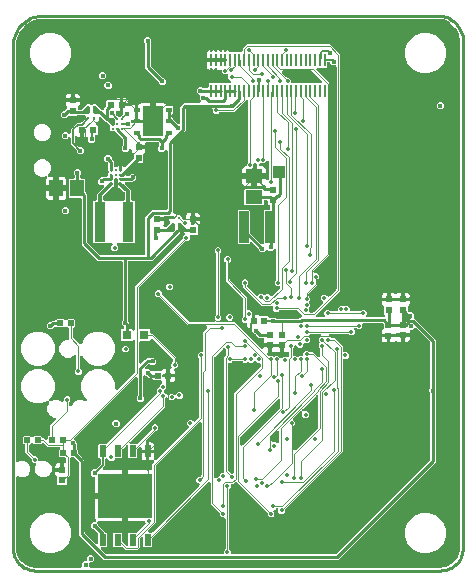
<source format=gbr>
G04 EAGLE Gerber RS-274X export*
G75*
%MOMM*%
%FSLAX34Y34*%
%LPD*%
%INBottom Copper*%
%IPPOS*%
%AMOC8*
5,1,8,0,0,1.08239X$1,22.5*%
G01*
%ADD10R,1.450000X1.150000*%
%ADD11R,0.620000X0.620000*%
%ADD12R,1.150000X1.450000*%
%ADD13R,0.200000X1.140000*%
%ADD14R,0.965200X3.403600*%
%ADD15R,0.500000X0.500000*%
%ADD16R,0.800000X0.800000*%
%ADD17C,0.243841*%
%ADD18C,0.240031*%
%ADD19C,0.254000*%
%ADD20R,1.000000X1.000000*%
%ADD21R,0.812800X2.667000*%
%ADD22R,0.600000X0.450000*%
%ADD23R,1.800000X2.600000*%
%ADD24R,0.550000X1.000000*%
%ADD25R,4.572000X3.810000*%
%ADD26C,0.403200*%
%ADD27C,0.254000*%
%ADD28C,0.127000*%
%ADD29C,0.101600*%
%ADD30C,0.355600*%
%ADD31C,0.304800*%

G36*
X57538Y2556D02*
X57538Y2556D01*
X57657Y2563D01*
X57695Y2576D01*
X57736Y2581D01*
X57846Y2624D01*
X57959Y2661D01*
X57994Y2683D01*
X58031Y2698D01*
X58127Y2767D01*
X58228Y2831D01*
X58256Y2861D01*
X58289Y2884D01*
X58365Y2976D01*
X58446Y3063D01*
X58466Y3098D01*
X58491Y3129D01*
X58542Y3237D01*
X58600Y3341D01*
X58610Y3381D01*
X58627Y3417D01*
X58649Y3534D01*
X58679Y3649D01*
X58683Y3709D01*
X58687Y3729D01*
X58685Y3750D01*
X58689Y3810D01*
X58689Y6082D01*
X60466Y7859D01*
X61669Y7859D01*
X61787Y7874D01*
X61906Y7881D01*
X61944Y7894D01*
X61985Y7899D01*
X62095Y7942D01*
X62209Y7979D01*
X62243Y8001D01*
X62280Y8016D01*
X62377Y8085D01*
X62477Y8149D01*
X62505Y8179D01*
X62538Y8202D01*
X62614Y8294D01*
X62695Y8381D01*
X62715Y8416D01*
X62740Y8447D01*
X62791Y8555D01*
X62849Y8659D01*
X62859Y8699D01*
X62876Y8735D01*
X62898Y8852D01*
X62928Y8967D01*
X62932Y9027D01*
X62936Y9047D01*
X62935Y9068D01*
X62938Y9128D01*
X62938Y11416D01*
X64715Y13193D01*
X67227Y13193D01*
X69004Y11416D01*
X69004Y8904D01*
X67227Y7127D01*
X66024Y7127D01*
X65906Y7112D01*
X65787Y7105D01*
X65749Y7092D01*
X65708Y7087D01*
X65598Y7044D01*
X65485Y7007D01*
X65450Y6985D01*
X65413Y6970D01*
X65317Y6901D01*
X65216Y6837D01*
X65188Y6807D01*
X65155Y6784D01*
X65079Y6692D01*
X64998Y6605D01*
X64978Y6570D01*
X64953Y6539D01*
X64902Y6431D01*
X64844Y6327D01*
X64834Y6287D01*
X64817Y6251D01*
X64795Y6134D01*
X64765Y6019D01*
X64761Y5959D01*
X64757Y5939D01*
X64759Y5918D01*
X64755Y5858D01*
X64755Y3810D01*
X64770Y3692D01*
X64777Y3573D01*
X64790Y3535D01*
X64795Y3494D01*
X64838Y3384D01*
X64875Y3271D01*
X64897Y3236D01*
X64912Y3199D01*
X64981Y3103D01*
X65045Y3002D01*
X65075Y2974D01*
X65098Y2941D01*
X65190Y2865D01*
X65277Y2784D01*
X65312Y2764D01*
X65343Y2739D01*
X65451Y2688D01*
X65555Y2630D01*
X65595Y2620D01*
X65631Y2603D01*
X65748Y2581D01*
X65863Y2551D01*
X65923Y2547D01*
X65943Y2543D01*
X65964Y2545D01*
X66024Y2541D01*
X361950Y2541D01*
X361972Y2543D01*
X362050Y2545D01*
X364434Y2732D01*
X364501Y2746D01*
X364570Y2751D01*
X364726Y2790D01*
X369261Y4264D01*
X369368Y4314D01*
X369479Y4358D01*
X369530Y4391D01*
X369549Y4399D01*
X369564Y4412D01*
X369615Y4444D01*
X373472Y7247D01*
X373559Y7328D01*
X373650Y7404D01*
X373689Y7451D01*
X373704Y7465D01*
X373715Y7482D01*
X373753Y7528D01*
X376556Y11385D01*
X376575Y11420D01*
X376600Y11451D01*
X376634Y11522D01*
X376677Y11589D01*
X376699Y11646D01*
X376709Y11664D01*
X376714Y11683D01*
X376736Y11738D01*
X376736Y11739D01*
X378210Y16274D01*
X378222Y16342D01*
X378245Y16407D01*
X378268Y16566D01*
X378455Y18950D01*
X378455Y18956D01*
X378456Y18960D01*
X378455Y18980D01*
X378459Y19050D01*
X378459Y443230D01*
X378458Y443239D01*
X378459Y443248D01*
X378438Y443396D01*
X378419Y443546D01*
X378416Y443554D01*
X378415Y443563D01*
X378358Y443700D01*
X378330Y443773D01*
X378447Y444591D01*
X378447Y444601D01*
X378449Y444610D01*
X378459Y444771D01*
X378459Y445679D01*
X378480Y445743D01*
X378520Y445835D01*
X378529Y445893D01*
X378548Y445949D01*
X378568Y446109D01*
X378680Y447878D01*
X378676Y447947D01*
X378681Y448015D01*
X378664Y448176D01*
X377664Y453921D01*
X377629Y454035D01*
X377602Y454150D01*
X377577Y454206D01*
X377571Y454225D01*
X377560Y454243D01*
X377536Y454297D01*
X374810Y459453D01*
X374741Y459550D01*
X374679Y459651D01*
X374639Y459696D01*
X374627Y459713D01*
X374611Y459726D01*
X374571Y459770D01*
X370385Y463831D01*
X370290Y463903D01*
X370200Y463980D01*
X370147Y464010D01*
X370131Y464022D01*
X370112Y464030D01*
X370060Y464060D01*
X364824Y466628D01*
X364759Y466651D01*
X364698Y466682D01*
X364543Y466727D01*
X361860Y467329D01*
X361800Y467334D01*
X361743Y467349D01*
X361582Y467359D01*
X25400Y467359D01*
X25378Y467357D01*
X25300Y467355D01*
X21923Y467090D01*
X21855Y467076D01*
X21786Y467071D01*
X21693Y467047D01*
X21685Y467046D01*
X21677Y467043D01*
X21630Y467031D01*
X15206Y464944D01*
X15099Y464894D01*
X14988Y464850D01*
X14937Y464817D01*
X14918Y464809D01*
X14903Y464796D01*
X14852Y464764D01*
X9388Y460793D01*
X9301Y460712D01*
X9209Y460636D01*
X9171Y460590D01*
X9156Y460576D01*
X9145Y460558D01*
X9107Y460512D01*
X5136Y455048D01*
X5079Y454944D01*
X5015Y454844D01*
X4993Y454787D01*
X4983Y454769D01*
X4978Y454749D01*
X4956Y454694D01*
X2869Y448270D01*
X2856Y448202D01*
X2833Y448136D01*
X2810Y447977D01*
X2545Y444600D01*
X2546Y444578D01*
X2541Y444500D01*
X2541Y93209D01*
X2547Y93159D01*
X2545Y93110D01*
X2567Y93002D01*
X2581Y92893D01*
X2599Y92847D01*
X2609Y92798D01*
X2657Y92700D01*
X2698Y92598D01*
X2727Y92557D01*
X2749Y92513D01*
X2820Y92429D01*
X2884Y92340D01*
X2923Y92309D01*
X2955Y92271D01*
X3045Y92208D01*
X3129Y92137D01*
X3174Y92116D01*
X3215Y92088D01*
X3318Y92049D01*
X3417Y92002D01*
X3466Y91993D01*
X3512Y91975D01*
X3622Y91963D01*
X3729Y91942D01*
X3779Y91945D01*
X3828Y91940D01*
X3937Y91955D01*
X4047Y91962D01*
X4094Y91977D01*
X4143Y91984D01*
X4296Y92036D01*
X6364Y92893D01*
X9165Y92893D01*
X11752Y91821D01*
X13733Y89840D01*
X14805Y87253D01*
X14805Y84451D01*
X13733Y81864D01*
X11752Y79883D01*
X9165Y78811D01*
X6364Y78811D01*
X4296Y79668D01*
X4248Y79681D01*
X4203Y79702D01*
X4095Y79723D01*
X3989Y79752D01*
X3939Y79753D01*
X3890Y79762D01*
X3781Y79755D01*
X3671Y79757D01*
X3623Y79745D01*
X3573Y79742D01*
X3469Y79708D01*
X3362Y79683D01*
X3318Y79659D01*
X3271Y79644D01*
X3178Y79585D01*
X3081Y79534D01*
X3044Y79501D01*
X3002Y79474D01*
X2927Y79394D01*
X2845Y79320D01*
X2818Y79279D01*
X2784Y79242D01*
X2731Y79146D01*
X2671Y79054D01*
X2654Y79007D01*
X2630Y78964D01*
X2603Y78858D01*
X2567Y78753D01*
X2563Y78704D01*
X2551Y78656D01*
X2541Y78495D01*
X2541Y19050D01*
X2543Y19028D01*
X2545Y18950D01*
X2732Y16566D01*
X2746Y16499D01*
X2751Y16430D01*
X2790Y16274D01*
X4264Y11739D01*
X4314Y11632D01*
X4358Y11521D01*
X4391Y11470D01*
X4399Y11451D01*
X4412Y11436D01*
X4444Y11385D01*
X7247Y7528D01*
X7328Y7441D01*
X7404Y7350D01*
X7451Y7311D01*
X7465Y7296D01*
X7482Y7285D01*
X7528Y7247D01*
X11385Y4444D01*
X11489Y4387D01*
X11589Y4323D01*
X11646Y4301D01*
X11664Y4291D01*
X11684Y4286D01*
X11739Y4264D01*
X16274Y2790D01*
X16342Y2778D01*
X16407Y2755D01*
X16566Y2732D01*
X18950Y2545D01*
X18972Y2546D01*
X19050Y2541D01*
X57420Y2541D01*
X57538Y2556D01*
G37*
%LPC*%
G36*
X77285Y9143D02*
X77285Y9143D01*
X56061Y30367D01*
X56061Y91237D01*
X56049Y91335D01*
X56046Y91434D01*
X56029Y91492D01*
X56021Y91553D01*
X55985Y91645D01*
X55957Y91740D01*
X55927Y91792D01*
X55904Y91848D01*
X55846Y91928D01*
X55796Y92014D01*
X55730Y92089D01*
X55718Y92106D01*
X55708Y92113D01*
X55690Y92135D01*
X52399Y95426D01*
X52320Y95486D01*
X52248Y95554D01*
X52195Y95583D01*
X52147Y95620D01*
X52056Y95660D01*
X51970Y95708D01*
X51911Y95723D01*
X51855Y95747D01*
X51757Y95762D01*
X51662Y95787D01*
X51562Y95793D01*
X51541Y95797D01*
X51529Y95795D01*
X51501Y95797D01*
X49276Y95797D01*
X49158Y95782D01*
X49039Y95775D01*
X49001Y95762D01*
X48960Y95757D01*
X48850Y95714D01*
X48737Y95677D01*
X48702Y95655D01*
X48665Y95640D01*
X48569Y95571D01*
X48468Y95507D01*
X48440Y95477D01*
X48407Y95454D01*
X48331Y95362D01*
X48250Y95275D01*
X48230Y95240D01*
X48205Y95209D01*
X48154Y95101D01*
X48096Y94997D01*
X48086Y94957D01*
X48069Y94921D01*
X48047Y94804D01*
X48017Y94689D01*
X48013Y94629D01*
X48009Y94609D01*
X48011Y94588D01*
X48007Y94528D01*
X48007Y80648D01*
X46742Y79384D01*
X46145Y78786D01*
X46084Y78708D01*
X46016Y78636D01*
X45987Y78583D01*
X45950Y78535D01*
X45910Y78444D01*
X45862Y78357D01*
X45847Y78299D01*
X45823Y78243D01*
X45808Y78145D01*
X45783Y78049D01*
X45777Y77949D01*
X45773Y77929D01*
X45775Y77917D01*
X45773Y77889D01*
X45773Y72751D01*
X45177Y72155D01*
X38135Y72155D01*
X37539Y72751D01*
X37539Y79092D01*
X37526Y79197D01*
X37522Y79303D01*
X37506Y79355D01*
X37499Y79408D01*
X37460Y79506D01*
X37430Y79608D01*
X37402Y79654D01*
X37382Y79704D01*
X37320Y79789D01*
X37265Y79880D01*
X37227Y79918D01*
X37196Y79961D01*
X37114Y80029D01*
X37038Y80103D01*
X37020Y80115D01*
X36523Y80612D01*
X36188Y81191D01*
X36015Y81838D01*
X36015Y83723D01*
X41376Y83723D01*
X41494Y83738D01*
X41613Y83745D01*
X41651Y83757D01*
X41691Y83763D01*
X41802Y83806D01*
X41915Y83843D01*
X41949Y83865D01*
X41987Y83880D01*
X42083Y83949D01*
X42184Y84013D01*
X42212Y84043D01*
X42244Y84066D01*
X42320Y84158D01*
X42402Y84245D01*
X42421Y84280D01*
X42447Y84311D01*
X42497Y84417D01*
X42510Y84425D01*
X42547Y84440D01*
X42643Y84510D01*
X42744Y84573D01*
X42772Y84603D01*
X42805Y84627D01*
X42881Y84718D01*
X42962Y84805D01*
X42982Y84840D01*
X43007Y84872D01*
X43058Y84979D01*
X43116Y85084D01*
X43126Y85123D01*
X43143Y85159D01*
X43165Y85276D01*
X43195Y85392D01*
X43199Y85452D01*
X43203Y85472D01*
X43201Y85492D01*
X43205Y85552D01*
X43205Y90913D01*
X43688Y90913D01*
X43806Y90928D01*
X43925Y90935D01*
X43963Y90947D01*
X44004Y90953D01*
X44114Y90996D01*
X44227Y91033D01*
X44262Y91055D01*
X44299Y91070D01*
X44395Y91139D01*
X44496Y91203D01*
X44524Y91233D01*
X44557Y91256D01*
X44633Y91348D01*
X44714Y91435D01*
X44734Y91470D01*
X44759Y91501D01*
X44810Y91609D01*
X44868Y91713D01*
X44878Y91753D01*
X44895Y91789D01*
X44917Y91906D01*
X44947Y92021D01*
X44951Y92081D01*
X44955Y92101D01*
X44953Y92122D01*
X44957Y92182D01*
X44957Y94528D01*
X44942Y94646D01*
X44935Y94765D01*
X44922Y94803D01*
X44917Y94844D01*
X44874Y94954D01*
X44837Y95067D01*
X44815Y95102D01*
X44800Y95139D01*
X44731Y95235D01*
X44667Y95336D01*
X44637Y95364D01*
X44614Y95397D01*
X44522Y95473D01*
X44435Y95554D01*
X44400Y95574D01*
X44369Y95599D01*
X44261Y95650D01*
X44157Y95708D01*
X44117Y95718D01*
X44081Y95735D01*
X43964Y95757D01*
X43849Y95787D01*
X43789Y95791D01*
X43769Y95795D01*
X43748Y95793D01*
X43688Y95797D01*
X39823Y95797D01*
X39227Y96393D01*
X39227Y102235D01*
X39473Y102480D01*
X39558Y102590D01*
X39647Y102697D01*
X39655Y102716D01*
X39668Y102732D01*
X39723Y102860D01*
X39782Y102985D01*
X39786Y103005D01*
X39794Y103024D01*
X39816Y103162D01*
X39842Y103298D01*
X39841Y103318D01*
X39844Y103338D01*
X39831Y103477D01*
X39822Y103615D01*
X39816Y103634D01*
X39814Y103654D01*
X39767Y103785D01*
X39724Y103917D01*
X39713Y103935D01*
X39706Y103954D01*
X39628Y104068D01*
X39554Y104186D01*
X39539Y104200D01*
X39528Y104217D01*
X39424Y104309D01*
X39322Y104404D01*
X39305Y104414D01*
X39289Y104427D01*
X39166Y104490D01*
X39044Y104558D01*
X39024Y104563D01*
X39006Y104572D01*
X38870Y104602D01*
X38736Y104637D01*
X38708Y104639D01*
X38696Y104642D01*
X38675Y104641D01*
X38575Y104647D01*
X29340Y104647D01*
X28076Y105912D01*
X26370Y107617D01*
X26276Y107690D01*
X26187Y107769D01*
X26151Y107788D01*
X26119Y107812D01*
X26010Y107860D01*
X25904Y107914D01*
X25864Y107923D01*
X25827Y107939D01*
X25709Y107957D01*
X25593Y107983D01*
X25553Y107982D01*
X25513Y107989D01*
X25394Y107977D01*
X25276Y107974D01*
X25237Y107963D01*
X25196Y107959D01*
X25084Y107918D01*
X24970Y107885D01*
X24935Y107865D01*
X24897Y107851D01*
X24799Y107784D01*
X24696Y107724D01*
X24651Y107684D01*
X24634Y107673D01*
X24621Y107657D01*
X24575Y107617D01*
X23931Y106973D01*
X18089Y106973D01*
X17408Y107655D01*
X17314Y107727D01*
X17224Y107806D01*
X17188Y107825D01*
X17156Y107850D01*
X17047Y107897D01*
X16941Y107951D01*
X16902Y107960D01*
X16864Y107976D01*
X16747Y107995D01*
X16631Y108021D01*
X16590Y108019D01*
X16550Y108026D01*
X16432Y108015D01*
X16313Y108011D01*
X16274Y108000D01*
X16234Y107996D01*
X16121Y107956D01*
X16007Y107923D01*
X15973Y107902D01*
X15934Y107888D01*
X15836Y107822D01*
X15733Y107761D01*
X15688Y107721D01*
X15671Y107710D01*
X15658Y107695D01*
X15613Y107655D01*
X14923Y106965D01*
X14868Y106958D01*
X14749Y106951D01*
X14711Y106938D01*
X14670Y106933D01*
X14560Y106890D01*
X14447Y106853D01*
X14412Y106831D01*
X14375Y106816D01*
X14279Y106747D01*
X14178Y106683D01*
X14150Y106653D01*
X14117Y106630D01*
X14041Y106538D01*
X13960Y106451D01*
X13940Y106416D01*
X13915Y106385D01*
X13864Y106277D01*
X13806Y106173D01*
X13796Y106133D01*
X13779Y106097D01*
X13757Y105980D01*
X13727Y105865D01*
X13723Y105805D01*
X13719Y105785D01*
X13721Y105764D01*
X13717Y105704D01*
X13717Y101741D01*
X13729Y101643D01*
X13732Y101544D01*
X13749Y101486D01*
X13757Y101426D01*
X13793Y101334D01*
X13821Y101239D01*
X13851Y101186D01*
X13874Y101130D01*
X13932Y101050D01*
X13982Y100965D01*
X14048Y100889D01*
X14060Y100873D01*
X14070Y100865D01*
X14088Y100844D01*
X17786Y97146D01*
X17864Y97086D01*
X17936Y97018D01*
X17989Y96989D01*
X18037Y96952D01*
X18128Y96912D01*
X18215Y96864D01*
X18273Y96849D01*
X18329Y96825D01*
X18427Y96810D01*
X18523Y96785D01*
X18623Y96779D01*
X18643Y96775D01*
X18655Y96777D01*
X18683Y96775D01*
X19954Y96775D01*
X21591Y95138D01*
X21591Y93644D01*
X21597Y93594D01*
X21595Y93545D01*
X21617Y93437D01*
X21631Y93328D01*
X21649Y93282D01*
X21659Y93233D01*
X21707Y93135D01*
X21748Y93033D01*
X21777Y92992D01*
X21799Y92948D01*
X21870Y92864D01*
X21934Y92775D01*
X21973Y92743D01*
X22005Y92706D01*
X22095Y92643D01*
X22179Y92572D01*
X22224Y92551D01*
X22265Y92523D01*
X22368Y92484D01*
X22467Y92437D01*
X22516Y92428D01*
X22562Y92410D01*
X22672Y92398D01*
X22779Y92377D01*
X22829Y92380D01*
X22878Y92375D01*
X22987Y92390D01*
X23097Y92397D01*
X23144Y92412D01*
X23193Y92419D01*
X23346Y92471D01*
X24364Y92893D01*
X27165Y92893D01*
X29752Y91821D01*
X31733Y89840D01*
X32805Y87253D01*
X32805Y84451D01*
X31733Y81864D01*
X29752Y79883D01*
X27165Y78811D01*
X24363Y78811D01*
X21776Y79883D01*
X19795Y81864D01*
X18723Y84451D01*
X18723Y87252D01*
X19625Y89430D01*
X19639Y89478D01*
X19660Y89523D01*
X19680Y89631D01*
X19709Y89737D01*
X19710Y89787D01*
X19719Y89836D01*
X19713Y89945D01*
X19714Y90055D01*
X19703Y90103D01*
X19700Y90153D01*
X19666Y90257D01*
X19640Y90364D01*
X19617Y90408D01*
X19602Y90455D01*
X19543Y90548D01*
X19491Y90645D01*
X19458Y90682D01*
X19431Y90724D01*
X19351Y90799D01*
X19278Y90881D01*
X19236Y90908D01*
X19200Y90942D01*
X19104Y90995D01*
X19012Y91055D01*
X18965Y91072D01*
X18921Y91096D01*
X18815Y91123D01*
X18711Y91159D01*
X18661Y91163D01*
X18613Y91175D01*
X18453Y91185D01*
X17638Y91185D01*
X16001Y92822D01*
X16001Y94093D01*
X15989Y94191D01*
X15986Y94290D01*
X15969Y94348D01*
X15961Y94408D01*
X15925Y94500D01*
X15897Y94595D01*
X15867Y94648D01*
X15844Y94704D01*
X15786Y94784D01*
X15736Y94869D01*
X15670Y94945D01*
X15658Y94961D01*
X15648Y94969D01*
X15630Y94990D01*
X10667Y99952D01*
X10667Y105704D01*
X10652Y105822D01*
X10645Y105941D01*
X10632Y105979D01*
X10627Y106020D01*
X10584Y106130D01*
X10547Y106243D01*
X10525Y106278D01*
X10510Y106315D01*
X10441Y106411D01*
X10377Y106512D01*
X10347Y106540D01*
X10324Y106573D01*
X10232Y106649D01*
X10145Y106730D01*
X10110Y106750D01*
X10079Y106775D01*
X9971Y106826D01*
X9867Y106884D01*
X9827Y106894D01*
X9791Y106911D01*
X9674Y106933D01*
X9559Y106963D01*
X9499Y106967D01*
X9479Y106971D01*
X9458Y106969D01*
X9398Y106973D01*
X9089Y106973D01*
X8493Y107569D01*
X8493Y113411D01*
X9089Y114007D01*
X14931Y114007D01*
X15613Y113325D01*
X15695Y113261D01*
X15751Y113209D01*
X15765Y113201D01*
X15796Y113174D01*
X15832Y113155D01*
X15864Y113130D01*
X15973Y113083D01*
X16079Y113029D01*
X16118Y113020D01*
X16156Y113004D01*
X16273Y112985D01*
X16389Y112959D01*
X16430Y112961D01*
X16470Y112954D01*
X16588Y112965D01*
X16707Y112969D01*
X16746Y112980D01*
X16786Y112984D01*
X16898Y113024D01*
X17013Y113057D01*
X17048Y113078D01*
X17086Y113092D01*
X17128Y113120D01*
X17133Y113122D01*
X17165Y113145D01*
X17184Y113158D01*
X17287Y113219D01*
X17332Y113259D01*
X17349Y113270D01*
X17362Y113286D01*
X17383Y113304D01*
X17390Y113309D01*
X17394Y113313D01*
X17408Y113325D01*
X18089Y114007D01*
X23931Y114007D01*
X24527Y113411D01*
X24527Y113284D01*
X24542Y113166D01*
X24549Y113047D01*
X24562Y113009D01*
X24567Y112968D01*
X24610Y112858D01*
X24647Y112745D01*
X24669Y112710D01*
X24684Y112673D01*
X24753Y112577D01*
X24817Y112476D01*
X24847Y112448D01*
X24870Y112415D01*
X24962Y112339D01*
X25049Y112258D01*
X25084Y112238D01*
X25115Y112213D01*
X25223Y112162D01*
X25327Y112104D01*
X25367Y112094D01*
X25403Y112077D01*
X25520Y112055D01*
X25635Y112025D01*
X25695Y112021D01*
X25715Y112017D01*
X25736Y112019D01*
X25796Y112015D01*
X26286Y112015D01*
X27409Y110892D01*
X27518Y110807D01*
X27625Y110718D01*
X27644Y110709D01*
X27660Y110697D01*
X27787Y110642D01*
X27913Y110582D01*
X27933Y110579D01*
X27952Y110570D01*
X28090Y110549D01*
X28226Y110523D01*
X28246Y110524D01*
X28266Y110521D01*
X28405Y110534D01*
X28543Y110542D01*
X28562Y110549D01*
X28582Y110550D01*
X28714Y110598D01*
X28845Y110640D01*
X28863Y110651D01*
X28882Y110658D01*
X28997Y110736D01*
X29114Y110811D01*
X29128Y110825D01*
X29145Y110837D01*
X29237Y110941D01*
X29332Y111042D01*
X29342Y111060D01*
X29355Y111075D01*
X29419Y111199D01*
X29486Y111321D01*
X29491Y111340D01*
X29500Y111358D01*
X29530Y111494D01*
X29565Y111629D01*
X29567Y111657D01*
X29570Y111669D01*
X29569Y111689D01*
X29575Y111789D01*
X29575Y113157D01*
X30171Y113753D01*
X30480Y113753D01*
X30598Y113768D01*
X30717Y113775D01*
X30755Y113788D01*
X30796Y113793D01*
X30906Y113836D01*
X31019Y113873D01*
X31054Y113895D01*
X31091Y113910D01*
X31187Y113979D01*
X31288Y114043D01*
X31316Y114073D01*
X31349Y114096D01*
X31425Y114188D01*
X31506Y114275D01*
X31526Y114310D01*
X31551Y114341D01*
X31602Y114449D01*
X31660Y114553D01*
X31670Y114593D01*
X31687Y114629D01*
X31709Y114746D01*
X31739Y114861D01*
X31743Y114921D01*
X31747Y114941D01*
X31745Y114962D01*
X31749Y115022D01*
X31749Y122806D01*
X36189Y127246D01*
X36274Y127355D01*
X36363Y127462D01*
X36372Y127481D01*
X36384Y127497D01*
X36440Y127625D01*
X36499Y127750D01*
X36502Y127770D01*
X36511Y127789D01*
X36532Y127927D01*
X36558Y128063D01*
X36557Y128083D01*
X36560Y128103D01*
X36547Y128242D01*
X36539Y128380D01*
X36532Y128399D01*
X36531Y128419D01*
X36483Y128551D01*
X36441Y128682D01*
X36430Y128700D01*
X36423Y128719D01*
X36345Y128834D01*
X36270Y128951D01*
X36256Y128965D01*
X36244Y128982D01*
X36140Y129074D01*
X36039Y129169D01*
X36021Y129179D01*
X36006Y129192D01*
X35882Y129256D01*
X35760Y129323D01*
X35741Y129328D01*
X35723Y129337D01*
X35587Y129367D01*
X35452Y129402D01*
X35424Y129404D01*
X35412Y129407D01*
X35392Y129406D01*
X35292Y129412D01*
X35095Y129412D01*
X32341Y130553D01*
X30233Y132661D01*
X29092Y135415D01*
X29092Y138397D01*
X30233Y141151D01*
X30650Y141568D01*
X30693Y141623D01*
X30743Y141672D01*
X30790Y141749D01*
X30845Y141819D01*
X30873Y141883D01*
X30910Y141943D01*
X30936Y142029D01*
X30972Y142111D01*
X30983Y142180D01*
X31003Y142247D01*
X31007Y142336D01*
X31022Y142425D01*
X31015Y142495D01*
X31018Y142565D01*
X31000Y142652D01*
X30992Y142742D01*
X30968Y142808D01*
X30954Y142876D01*
X30914Y142957D01*
X30884Y143041D01*
X30845Y143099D01*
X30814Y143162D01*
X30756Y143230D01*
X30706Y143304D01*
X30653Y143350D01*
X30608Y143404D01*
X30534Y143456D01*
X30467Y143515D01*
X30405Y143547D01*
X30348Y143587D01*
X30264Y143619D01*
X30184Y143659D01*
X30116Y143675D01*
X30051Y143700D01*
X29961Y143709D01*
X29874Y143729D01*
X29804Y143727D01*
X29734Y143735D01*
X29646Y143722D01*
X29556Y143719D01*
X29489Y143700D01*
X29420Y143690D01*
X29267Y143638D01*
X24203Y141541D01*
X18469Y141541D01*
X13170Y143735D01*
X9115Y147790D01*
X6921Y153089D01*
X6921Y158823D01*
X9115Y164122D01*
X13170Y168177D01*
X18469Y170371D01*
X24203Y170371D01*
X29502Y168177D01*
X33557Y164122D01*
X35751Y158823D01*
X35751Y153089D01*
X33557Y147790D01*
X31192Y145426D01*
X31149Y145371D01*
X31099Y145322D01*
X31052Y145246D01*
X30997Y145175D01*
X30970Y145111D01*
X30933Y145051D01*
X30907Y144966D01*
X30871Y144883D01*
X30860Y144814D01*
X30840Y144747D01*
X30835Y144658D01*
X30821Y144569D01*
X30828Y144499D01*
X30824Y144430D01*
X30843Y144342D01*
X30851Y144252D01*
X30875Y144187D01*
X30889Y144118D01*
X30928Y144037D01*
X30959Y143953D01*
X30998Y143895D01*
X31028Y143833D01*
X31087Y143764D01*
X31137Y143690D01*
X31189Y143644D01*
X31235Y143591D01*
X31308Y143539D01*
X31376Y143479D01*
X31438Y143448D01*
X31495Y143407D01*
X31579Y143376D01*
X31659Y143335D01*
X31727Y143319D01*
X31792Y143295D01*
X31882Y143285D01*
X31969Y143265D01*
X32039Y143267D01*
X32108Y143259D01*
X32197Y143272D01*
X32287Y143275D01*
X32354Y143294D01*
X32423Y143304D01*
X32575Y143356D01*
X35095Y144400D01*
X38077Y144400D01*
X40831Y143259D01*
X41012Y143077D01*
X41122Y142992D01*
X41229Y142903D01*
X41248Y142895D01*
X41264Y142882D01*
X41391Y142827D01*
X41517Y142768D01*
X41537Y142764D01*
X41556Y142756D01*
X41693Y142734D01*
X41830Y142708D01*
X41850Y142709D01*
X41870Y142706D01*
X42008Y142719D01*
X42147Y142728D01*
X42166Y142734D01*
X42186Y142736D01*
X42318Y142783D01*
X42449Y142826D01*
X42466Y142837D01*
X42486Y142843D01*
X42601Y142922D01*
X42718Y142996D01*
X42732Y143011D01*
X42749Y143022D01*
X42841Y143126D01*
X42936Y143228D01*
X42946Y143245D01*
X42959Y143260D01*
X43023Y143385D01*
X43090Y143506D01*
X43095Y143526D01*
X43104Y143544D01*
X43134Y143680D01*
X43169Y143814D01*
X43171Y143842D01*
X43174Y143854D01*
X43173Y143874D01*
X43179Y143975D01*
X43179Y145938D01*
X44816Y147575D01*
X47132Y147575D01*
X48769Y145938D01*
X48769Y143622D01*
X47870Y142724D01*
X47810Y142646D01*
X47742Y142574D01*
X47713Y142521D01*
X47676Y142473D01*
X47636Y142382D01*
X47588Y142295D01*
X47573Y142237D01*
X47549Y142181D01*
X47534Y142083D01*
X47509Y141987D01*
X47503Y141887D01*
X47499Y141867D01*
X47501Y141855D01*
X47499Y141827D01*
X47499Y140206D01*
X47507Y140137D01*
X47506Y140067D01*
X47527Y139980D01*
X47539Y139891D01*
X47564Y139826D01*
X47581Y139758D01*
X47623Y139678D01*
X47656Y139595D01*
X47697Y139539D01*
X47729Y139477D01*
X47790Y139410D01*
X47842Y139338D01*
X47896Y139293D01*
X47943Y139241D01*
X48018Y139192D01*
X48087Y139135D01*
X48151Y139105D01*
X48209Y139067D01*
X48294Y139037D01*
X48375Y138999D01*
X48444Y138986D01*
X48510Y138963D01*
X48599Y138956D01*
X48687Y138939D01*
X48757Y138944D01*
X48827Y138938D01*
X48915Y138954D01*
X49005Y138959D01*
X49071Y138981D01*
X49140Y138993D01*
X49222Y139030D01*
X49307Y139057D01*
X49366Y139095D01*
X49430Y139123D01*
X49500Y139179D01*
X49576Y139227D01*
X49624Y139278D01*
X49678Y139322D01*
X49733Y139394D01*
X49794Y139459D01*
X49828Y139520D01*
X49870Y139576D01*
X49941Y139720D01*
X50533Y141151D01*
X52641Y143259D01*
X55395Y144400D01*
X58377Y144400D01*
X60897Y143356D01*
X60964Y143338D01*
X61028Y143310D01*
X61117Y143296D01*
X61203Y143272D01*
X61273Y143271D01*
X61342Y143260D01*
X61432Y143268D01*
X61521Y143267D01*
X61589Y143283D01*
X61659Y143290D01*
X61743Y143320D01*
X61831Y143341D01*
X61892Y143374D01*
X61958Y143397D01*
X62032Y143448D01*
X62112Y143490D01*
X62163Y143537D01*
X62221Y143576D01*
X62280Y143643D01*
X62347Y143704D01*
X62385Y143762D01*
X62431Y143814D01*
X62472Y143894D01*
X62522Y143969D01*
X62544Y144036D01*
X62576Y144098D01*
X62596Y144185D01*
X62625Y144270D01*
X62630Y144340D01*
X62646Y144408D01*
X62643Y144498D01*
X62650Y144587D01*
X62638Y144656D01*
X62636Y144726D01*
X62611Y144812D01*
X62596Y144901D01*
X62567Y144964D01*
X62548Y145031D01*
X62502Y145109D01*
X62465Y145191D01*
X62422Y145245D01*
X62386Y145305D01*
X62280Y145426D01*
X59915Y147790D01*
X57721Y153089D01*
X57721Y158823D01*
X59915Y164122D01*
X63970Y168177D01*
X69269Y170371D01*
X75003Y170371D01*
X80302Y168177D01*
X84357Y164122D01*
X86551Y158823D01*
X86551Y154256D01*
X86569Y154118D01*
X86582Y153979D01*
X86589Y153960D01*
X86591Y153940D01*
X86642Y153811D01*
X86689Y153680D01*
X86701Y153663D01*
X86708Y153645D01*
X86790Y153532D01*
X86868Y153417D01*
X86883Y153404D01*
X86895Y153387D01*
X87002Y153299D01*
X87106Y153207D01*
X87124Y153197D01*
X87140Y153184D01*
X87266Y153125D01*
X87390Y153062D01*
X87409Y153057D01*
X87428Y153049D01*
X87564Y153023D01*
X87700Y152992D01*
X87720Y152993D01*
X87740Y152989D01*
X87878Y152998D01*
X88018Y153002D01*
X88037Y153008D01*
X88057Y153009D01*
X88190Y153052D01*
X88323Y153090D01*
X88341Y153101D01*
X88360Y153107D01*
X88478Y153181D01*
X88597Y153252D01*
X88618Y153270D01*
X88629Y153277D01*
X88643Y153292D01*
X88718Y153358D01*
X103260Y167900D01*
X103320Y167978D01*
X103388Y168050D01*
X103417Y168103D01*
X103454Y168151D01*
X103494Y168242D01*
X103542Y168329D01*
X103557Y168387D01*
X103581Y168443D01*
X103596Y168541D01*
X103621Y168637D01*
X103626Y168720D01*
X103629Y168732D01*
X103628Y168741D01*
X103631Y168757D01*
X103629Y168769D01*
X103631Y168797D01*
X103631Y193879D01*
X103614Y194017D01*
X103601Y194156D01*
X103594Y194175D01*
X103591Y194195D01*
X103540Y194324D01*
X103493Y194455D01*
X103482Y194472D01*
X103474Y194490D01*
X103393Y194603D01*
X103315Y194718D01*
X103299Y194731D01*
X103288Y194748D01*
X103180Y194836D01*
X103076Y194928D01*
X103058Y194938D01*
X103043Y194951D01*
X102917Y195010D01*
X102793Y195073D01*
X102773Y195077D01*
X102755Y195086D01*
X102618Y195112D01*
X102483Y195143D01*
X102462Y195142D01*
X102443Y195146D01*
X102304Y195137D01*
X102165Y195133D01*
X102145Y195127D01*
X102125Y195126D01*
X101993Y195083D01*
X101859Y195045D01*
X101842Y195034D01*
X101823Y195028D01*
X101705Y194954D01*
X101585Y194883D01*
X101564Y194864D01*
X101554Y194858D01*
X101540Y194843D01*
X101465Y194777D01*
X100807Y194119D01*
X91965Y194119D01*
X91369Y194715D01*
X91369Y203557D01*
X91965Y204153D01*
X92830Y204153D01*
X92948Y204168D01*
X93067Y204175D01*
X93105Y204188D01*
X93146Y204193D01*
X93256Y204236D01*
X93369Y204273D01*
X93404Y204295D01*
X93441Y204310D01*
X93537Y204379D01*
X93638Y204443D01*
X93666Y204473D01*
X93699Y204496D01*
X93775Y204588D01*
X93856Y204675D01*
X93876Y204710D01*
X93901Y204741D01*
X93952Y204849D01*
X94010Y204953D01*
X94020Y204993D01*
X94037Y205029D01*
X94059Y205146D01*
X94089Y205261D01*
X94093Y205321D01*
X94097Y205341D01*
X94095Y205362D01*
X94099Y205422D01*
X94099Y205886D01*
X94087Y205984D01*
X94084Y206083D01*
X94067Y206141D01*
X94059Y206202D01*
X94023Y206294D01*
X93995Y206389D01*
X93965Y206441D01*
X93942Y206497D01*
X93884Y206577D01*
X93834Y206663D01*
X93768Y206738D01*
X93756Y206755D01*
X93746Y206762D01*
X93728Y206784D01*
X92217Y208294D01*
X92217Y210806D01*
X92592Y211180D01*
X92652Y211259D01*
X92720Y211331D01*
X92749Y211384D01*
X92786Y211432D01*
X92826Y211523D01*
X92874Y211609D01*
X92889Y211668D01*
X92913Y211724D01*
X92928Y211822D01*
X92953Y211917D01*
X92959Y212017D01*
X92963Y212038D01*
X92961Y212050D01*
X92963Y212078D01*
X92963Y261128D01*
X92948Y261246D01*
X92941Y261365D01*
X92928Y261403D01*
X92923Y261444D01*
X92880Y261554D01*
X92843Y261667D01*
X92821Y261702D01*
X92806Y261739D01*
X92737Y261835D01*
X92673Y261936D01*
X92643Y261964D01*
X92620Y261997D01*
X92528Y262073D01*
X92441Y262154D01*
X92406Y262174D01*
X92375Y262199D01*
X92267Y262250D01*
X92163Y262308D01*
X92123Y262318D01*
X92087Y262335D01*
X91970Y262357D01*
X91855Y262387D01*
X91795Y262391D01*
X91775Y262395D01*
X91754Y262393D01*
X91694Y262397D01*
X71940Y262397D01*
X58356Y275982D01*
X58356Y314060D01*
X58341Y314178D01*
X58333Y314297D01*
X58321Y314335D01*
X58316Y314376D01*
X58272Y314486D01*
X58235Y314599D01*
X58214Y314634D01*
X58199Y314671D01*
X58129Y314767D01*
X58065Y314868D01*
X58036Y314896D01*
X58012Y314929D01*
X57920Y315005D01*
X57834Y315086D01*
X57798Y315106D01*
X57767Y315131D01*
X57659Y315182D01*
X57555Y315240D01*
X57516Y315250D01*
X57479Y315267D01*
X57363Y315289D01*
X57247Y315319D01*
X57187Y315323D01*
X57167Y315327D01*
X57147Y315325D01*
X57087Y315329D01*
X48549Y315329D01*
X47953Y315925D01*
X47953Y331267D01*
X48549Y331863D01*
X51164Y331863D01*
X51282Y331878D01*
X51401Y331885D01*
X51439Y331898D01*
X51480Y331903D01*
X51590Y331946D01*
X51703Y331983D01*
X51738Y332005D01*
X51775Y332020D01*
X51871Y332089D01*
X51972Y332153D01*
X52000Y332183D01*
X52033Y332206D01*
X52109Y332298D01*
X52190Y332385D01*
X52210Y332420D01*
X52235Y332451D01*
X52286Y332559D01*
X52344Y332663D01*
X52354Y332703D01*
X52371Y332739D01*
X52393Y332856D01*
X52423Y332971D01*
X52427Y333031D01*
X52431Y333051D01*
X52429Y333072D01*
X52433Y333132D01*
X52433Y333912D01*
X52421Y334010D01*
X52418Y334109D01*
X52401Y334167D01*
X52393Y334228D01*
X52357Y334320D01*
X52329Y334415D01*
X52299Y334467D01*
X52276Y334523D01*
X52218Y334603D01*
X52168Y334689D01*
X52102Y334764D01*
X52090Y334781D01*
X52080Y334788D01*
X52062Y334810D01*
X51577Y335294D01*
X51577Y337806D01*
X53354Y339583D01*
X55866Y339583D01*
X57643Y337806D01*
X57643Y335294D01*
X57378Y335030D01*
X57318Y334951D01*
X57250Y334879D01*
X57221Y334826D01*
X57184Y334778D01*
X57144Y334687D01*
X57096Y334601D01*
X57081Y334542D01*
X57057Y334486D01*
X57042Y334388D01*
X57017Y334293D01*
X57011Y334193D01*
X57007Y334172D01*
X57009Y334160D01*
X57007Y334132D01*
X57007Y333132D01*
X57022Y333014D01*
X57029Y332895D01*
X57042Y332857D01*
X57047Y332816D01*
X57090Y332706D01*
X57127Y332593D01*
X57149Y332558D01*
X57164Y332521D01*
X57233Y332425D01*
X57297Y332324D01*
X57327Y332296D01*
X57350Y332263D01*
X57442Y332187D01*
X57529Y332106D01*
X57564Y332086D01*
X57595Y332061D01*
X57703Y332010D01*
X57807Y331952D01*
X57847Y331942D01*
X57883Y331925D01*
X58000Y331903D01*
X58115Y331873D01*
X58175Y331869D01*
X58195Y331865D01*
X58216Y331867D01*
X58276Y331863D01*
X60891Y331863D01*
X61487Y331267D01*
X61487Y320589D01*
X61499Y320491D01*
X61502Y320392D01*
X61519Y320334D01*
X61527Y320273D01*
X61563Y320181D01*
X61591Y320086D01*
X61621Y320034D01*
X61644Y319978D01*
X61702Y319898D01*
X61752Y319812D01*
X61818Y319737D01*
X61830Y319720D01*
X61840Y319713D01*
X61858Y319691D01*
X62929Y318621D01*
X62929Y278402D01*
X62942Y278304D01*
X62945Y278205D01*
X62961Y278147D01*
X62969Y278087D01*
X63006Y277994D01*
X63033Y277899D01*
X63064Y277847D01*
X63086Y277791D01*
X63144Y277711D01*
X63195Y277625D01*
X63261Y277550D01*
X63273Y277534D01*
X63282Y277526D01*
X63301Y277505D01*
X73463Y267342D01*
X73541Y267282D01*
X73613Y267214D01*
X73666Y267185D01*
X73714Y267148D01*
X73805Y267108D01*
X73892Y267060D01*
X73951Y267045D01*
X74006Y267021D01*
X74104Y267006D01*
X74200Y266981D01*
X74300Y266975D01*
X74320Y266971D01*
X74333Y266973D01*
X74361Y266971D01*
X110744Y266971D01*
X110862Y266986D01*
X110981Y266993D01*
X111019Y267006D01*
X111060Y267011D01*
X111170Y267054D01*
X111283Y267091D01*
X111318Y267113D01*
X111355Y267128D01*
X111451Y267197D01*
X111552Y267261D01*
X111580Y267291D01*
X111613Y267314D01*
X111689Y267406D01*
X111770Y267493D01*
X111790Y267528D01*
X111815Y267559D01*
X111866Y267667D01*
X111924Y267771D01*
X111934Y267811D01*
X111951Y267847D01*
X111973Y267964D01*
X112003Y268079D01*
X112007Y268139D01*
X112011Y268159D01*
X112009Y268180D01*
X112013Y268240D01*
X112013Y299614D01*
X117434Y305035D01*
X129794Y305035D01*
X129912Y305050D01*
X130031Y305057D01*
X130069Y305070D01*
X130110Y305075D01*
X130220Y305118D01*
X130333Y305155D01*
X130368Y305177D01*
X130405Y305192D01*
X130501Y305261D01*
X130602Y305325D01*
X130630Y305355D01*
X130663Y305378D01*
X130739Y305470D01*
X130820Y305557D01*
X130840Y305592D01*
X130865Y305623D01*
X130916Y305731D01*
X130974Y305835D01*
X130984Y305875D01*
X131001Y305911D01*
X131023Y306028D01*
X131053Y306143D01*
X131057Y306203D01*
X131061Y306223D01*
X131059Y306244D01*
X131063Y306304D01*
X131063Y354850D01*
X131046Y354988D01*
X131033Y355126D01*
X131026Y355146D01*
X131023Y355166D01*
X130972Y355295D01*
X130925Y355426D01*
X130914Y355443D01*
X130906Y355461D01*
X130825Y355574D01*
X130747Y355689D01*
X130731Y355702D01*
X130720Y355719D01*
X130612Y355807D01*
X130508Y355899D01*
X130490Y355909D01*
X130475Y355921D01*
X130349Y355981D01*
X130225Y356044D01*
X130205Y356048D01*
X130187Y356057D01*
X130050Y356083D01*
X129915Y356114D01*
X129894Y356113D01*
X129875Y356117D01*
X129736Y356108D01*
X129597Y356104D01*
X129577Y356098D01*
X129557Y356097D01*
X129425Y356054D01*
X129291Y356016D01*
X129274Y356005D01*
X129255Y355999D01*
X129137Y355924D01*
X129017Y355854D01*
X128996Y355835D01*
X128986Y355829D01*
X128972Y355814D01*
X128897Y355748D01*
X127494Y354345D01*
X124982Y354345D01*
X123205Y356122D01*
X123205Y358634D01*
X123580Y359008D01*
X123640Y359087D01*
X123708Y359159D01*
X123737Y359212D01*
X123774Y359260D01*
X123814Y359351D01*
X123862Y359437D01*
X123877Y359496D01*
X123901Y359552D01*
X123916Y359650D01*
X123941Y359745D01*
X123947Y359845D01*
X123951Y359866D01*
X123949Y359878D01*
X123951Y359906D01*
X123951Y361396D01*
X123936Y361514D01*
X123929Y361633D01*
X123916Y361671D01*
X123911Y361712D01*
X123868Y361822D01*
X123831Y361935D01*
X123809Y361970D01*
X123794Y362007D01*
X123725Y362103D01*
X123661Y362204D01*
X123631Y362232D01*
X123608Y362265D01*
X123516Y362341D01*
X123429Y362422D01*
X123394Y362442D01*
X123363Y362467D01*
X123255Y362518D01*
X123151Y362576D01*
X123111Y362586D01*
X123075Y362603D01*
X122958Y362625D01*
X122843Y362655D01*
X122783Y362659D01*
X122763Y362663D01*
X122742Y362661D01*
X122682Y362665D01*
X113336Y362665D01*
X113218Y362650D01*
X113099Y362643D01*
X113061Y362630D01*
X113020Y362625D01*
X112910Y362582D01*
X112797Y362545D01*
X112762Y362523D01*
X112725Y362508D01*
X112629Y362439D01*
X112528Y362375D01*
X112500Y362345D01*
X112467Y362322D01*
X112391Y362230D01*
X112310Y362143D01*
X112290Y362108D01*
X112265Y362077D01*
X112214Y361969D01*
X112156Y361865D01*
X112146Y361825D01*
X112129Y361789D01*
X112107Y361672D01*
X112077Y361557D01*
X112073Y361497D01*
X112069Y361477D01*
X112071Y361456D01*
X112067Y361396D01*
X112067Y359871D01*
X107975Y359871D01*
X107975Y361634D01*
X107963Y361732D01*
X107960Y361831D01*
X107943Y361890D01*
X107935Y361950D01*
X107899Y362042D01*
X107871Y362137D01*
X107841Y362189D01*
X107818Y362245D01*
X107760Y362325D01*
X107710Y362411D01*
X107644Y362486D01*
X107632Y362503D01*
X107622Y362511D01*
X107604Y362532D01*
X107043Y363092D01*
X106934Y363177D01*
X106827Y363266D01*
X106808Y363274D01*
X106792Y363287D01*
X106664Y363342D01*
X106539Y363401D01*
X106519Y363405D01*
X106500Y363413D01*
X106362Y363435D01*
X106226Y363461D01*
X106206Y363460D01*
X106186Y363463D01*
X106047Y363450D01*
X105909Y363441D01*
X105890Y363435D01*
X105870Y363433D01*
X105739Y363386D01*
X105607Y363343D01*
X105589Y363332D01*
X105570Y363325D01*
X105456Y363248D01*
X105338Y363173D01*
X105324Y363158D01*
X105307Y363147D01*
X105215Y363043D01*
X105120Y362941D01*
X105110Y362924D01*
X105097Y362908D01*
X105033Y362785D01*
X104966Y362663D01*
X104961Y362643D01*
X104952Y362625D01*
X104922Y362489D01*
X104887Y362355D01*
X104885Y362327D01*
X104882Y362315D01*
X104883Y362294D01*
X104877Y362194D01*
X104877Y358602D01*
X104892Y358484D01*
X104899Y358365D01*
X104911Y358327D01*
X104917Y358287D01*
X104960Y358176D01*
X104997Y358063D01*
X105019Y358029D01*
X105034Y357991D01*
X105103Y357895D01*
X105167Y357794D01*
X105197Y357766D01*
X105220Y357734D01*
X105312Y357658D01*
X105399Y357576D01*
X105434Y357557D01*
X105465Y357531D01*
X105571Y357481D01*
X105579Y357468D01*
X105594Y357431D01*
X105664Y357334D01*
X105727Y357234D01*
X105757Y357206D01*
X105781Y357173D01*
X105872Y357097D01*
X105959Y357016D01*
X105994Y356996D01*
X106026Y356971D01*
X106133Y356920D01*
X106238Y356862D01*
X106277Y356852D01*
X106313Y356835D01*
X106430Y356813D01*
X106546Y356783D01*
X106606Y356779D01*
X106626Y356775D01*
X106646Y356777D01*
X106706Y356773D01*
X112067Y356773D01*
X112067Y354888D01*
X111894Y354241D01*
X111559Y353662D01*
X111043Y353146D01*
X111004Y353121D01*
X110967Y353082D01*
X110924Y353050D01*
X110858Y352967D01*
X110786Y352890D01*
X110760Y352843D01*
X110727Y352801D01*
X110683Y352704D01*
X110632Y352611D01*
X110619Y352559D01*
X110597Y352510D01*
X110579Y352406D01*
X110553Y352303D01*
X110548Y352218D01*
X110544Y352197D01*
X110545Y352181D01*
X110543Y352142D01*
X110543Y345801D01*
X109947Y345205D01*
X106069Y345205D01*
X105971Y345193D01*
X105872Y345190D01*
X105814Y345173D01*
X105753Y345165D01*
X105661Y345129D01*
X105566Y345101D01*
X105514Y345071D01*
X105458Y345048D01*
X105378Y344990D01*
X105292Y344940D01*
X105217Y344874D01*
X105200Y344862D01*
X105193Y344852D01*
X105171Y344834D01*
X96026Y335688D01*
X95941Y335578D01*
X95852Y335471D01*
X95844Y335453D01*
X95831Y335437D01*
X95776Y335309D01*
X95717Y335184D01*
X95713Y335164D01*
X95705Y335145D01*
X95683Y335007D01*
X95657Y334871D01*
X95658Y334851D01*
X95655Y334831D01*
X95668Y334692D01*
X95677Y334554D01*
X95683Y334535D01*
X95685Y334514D01*
X95732Y334383D01*
X95775Y334251D01*
X95786Y334234D01*
X95792Y334215D01*
X95871Y334100D01*
X95945Y333983D01*
X95960Y333969D01*
X95971Y333952D01*
X96075Y333860D01*
X96177Y333765D01*
X96194Y333755D01*
X96209Y333741D01*
X96334Y333678D01*
X96455Y333611D01*
X96475Y333606D01*
X96493Y333597D01*
X96629Y333566D01*
X96763Y333532D01*
X96791Y333530D01*
X96803Y333527D01*
X96823Y333528D01*
X96924Y333521D01*
X97313Y333521D01*
X97411Y333534D01*
X97510Y333537D01*
X97568Y333554D01*
X97628Y333561D01*
X97720Y333598D01*
X97816Y333625D01*
X97868Y333656D01*
X97924Y333678D01*
X98004Y333736D01*
X98089Y333787D01*
X98165Y333853D01*
X98181Y333865D01*
X98189Y333875D01*
X98210Y333893D01*
X100344Y336027D01*
X102856Y336027D01*
X104633Y334250D01*
X104633Y331738D01*
X102856Y329961D01*
X102327Y329961D01*
X102229Y329949D01*
X102130Y329946D01*
X102072Y329929D01*
X102011Y329921D01*
X101919Y329885D01*
X101824Y329857D01*
X101772Y329827D01*
X101716Y329804D01*
X101636Y329746D01*
X101550Y329696D01*
X101475Y329630D01*
X101458Y329618D01*
X101451Y329608D01*
X101429Y329590D01*
X100788Y328948D01*
X96079Y328948D01*
X95942Y328931D01*
X95803Y328918D01*
X95784Y328911D01*
X95764Y328908D01*
X95635Y328857D01*
X95504Y328810D01*
X95487Y328799D01*
X95468Y328791D01*
X95356Y328709D01*
X95241Y328631D01*
X95227Y328616D01*
X95211Y328604D01*
X95122Y328497D01*
X95030Y328393D01*
X95021Y328375D01*
X95008Y328359D01*
X94949Y328234D01*
X94886Y328110D01*
X94881Y328090D01*
X94872Y328072D01*
X94846Y327935D01*
X94816Y327799D01*
X94816Y327779D01*
X94813Y327759D01*
X94821Y327621D01*
X94826Y327482D01*
X94831Y327462D01*
X94832Y327442D01*
X94875Y327310D01*
X94914Y327176D01*
X94924Y327159D01*
X94930Y327139D01*
X95005Y327022D01*
X95075Y326902D01*
X95094Y326881D01*
X95101Y326871D01*
X95116Y326857D01*
X95182Y326781D01*
X98090Y323873D01*
X99950Y322013D01*
X99950Y314452D01*
X99965Y314334D01*
X99972Y314215D01*
X99985Y314177D01*
X99990Y314136D01*
X100033Y314026D01*
X100070Y313913D01*
X100092Y313878D01*
X100107Y313841D01*
X100176Y313745D01*
X100240Y313644D01*
X100270Y313616D01*
X100293Y313583D01*
X100385Y313507D01*
X100472Y313426D01*
X100507Y313406D01*
X100538Y313381D01*
X100646Y313330D01*
X100750Y313272D01*
X100790Y313262D01*
X100826Y313245D01*
X100943Y313223D01*
X101058Y313193D01*
X101118Y313189D01*
X101138Y313185D01*
X101159Y313187D01*
X101219Y313183D01*
X102656Y313183D01*
X103252Y312587D01*
X103252Y277709D01*
X102656Y277113D01*
X92154Y277113D01*
X92096Y277158D01*
X92007Y277236D01*
X91971Y277255D01*
X91939Y277279D01*
X91830Y277327D01*
X91724Y277381D01*
X91684Y277390D01*
X91648Y277406D01*
X91530Y277424D01*
X91414Y277451D01*
X91373Y277449D01*
X91333Y277456D01*
X91215Y277445D01*
X91096Y277441D01*
X91057Y277430D01*
X91017Y277426D01*
X90905Y277386D01*
X90841Y277367D01*
X89059Y277367D01*
X88921Y277350D01*
X88783Y277337D01*
X88764Y277330D01*
X88744Y277327D01*
X88615Y277276D01*
X88484Y277229D01*
X88467Y277218D01*
X88448Y277210D01*
X88336Y277129D01*
X88221Y277051D01*
X88207Y277035D01*
X88191Y277024D01*
X88102Y276916D01*
X88010Y276812D01*
X88001Y276794D01*
X87988Y276779D01*
X87929Y276653D01*
X87865Y276529D01*
X87861Y276509D01*
X87852Y276491D01*
X87826Y276354D01*
X87796Y276219D01*
X87796Y276198D01*
X87793Y276179D01*
X87801Y276040D01*
X87805Y275901D01*
X87811Y275881D01*
X87812Y275861D01*
X87855Y275729D01*
X87894Y275595D01*
X87904Y275578D01*
X87910Y275559D01*
X87985Y275441D01*
X88055Y275321D01*
X88074Y275300D01*
X88081Y275290D01*
X88096Y275276D01*
X88162Y275201D01*
X88901Y274462D01*
X88901Y272146D01*
X87264Y270509D01*
X84948Y270509D01*
X83311Y272146D01*
X83311Y274462D01*
X84050Y275201D01*
X84135Y275310D01*
X84224Y275417D01*
X84233Y275436D01*
X84245Y275452D01*
X84300Y275579D01*
X84360Y275705D01*
X84363Y275725D01*
X84371Y275744D01*
X84393Y275882D01*
X84419Y276018D01*
X84418Y276038D01*
X84421Y276058D01*
X84408Y276197D01*
X84400Y276335D01*
X84393Y276354D01*
X84392Y276374D01*
X84344Y276506D01*
X84302Y276637D01*
X84291Y276655D01*
X84284Y276674D01*
X84206Y276788D01*
X84131Y276906D01*
X84117Y276920D01*
X84105Y276937D01*
X84001Y277029D01*
X83900Y277124D01*
X83882Y277134D01*
X83867Y277147D01*
X83743Y277210D01*
X83621Y277278D01*
X83602Y277283D01*
X83584Y277292D01*
X83448Y277322D01*
X83313Y277357D01*
X83285Y277359D01*
X83273Y277362D01*
X83253Y277361D01*
X83153Y277367D01*
X80361Y277367D01*
X80334Y277381D01*
X80294Y277390D01*
X80258Y277406D01*
X80140Y277424D01*
X80024Y277451D01*
X79983Y277449D01*
X79943Y277456D01*
X79825Y277445D01*
X79706Y277441D01*
X79667Y277430D01*
X79627Y277426D01*
X79515Y277386D01*
X79400Y277353D01*
X79365Y277332D01*
X79327Y277318D01*
X79229Y277252D01*
X79126Y277191D01*
X79081Y277151D01*
X79064Y277140D01*
X79051Y277125D01*
X79038Y277113D01*
X68540Y277113D01*
X67944Y277709D01*
X67944Y312587D01*
X68540Y313183D01*
X69977Y313183D01*
X70095Y313198D01*
X70214Y313205D01*
X70252Y313218D01*
X70293Y313223D01*
X70403Y313266D01*
X70516Y313303D01*
X70551Y313325D01*
X70588Y313340D01*
X70684Y313409D01*
X70785Y313473D01*
X70813Y313503D01*
X70846Y313526D01*
X70922Y313618D01*
X71003Y313705D01*
X71023Y313740D01*
X71048Y313771D01*
X71099Y313879D01*
X71157Y313983D01*
X71167Y314023D01*
X71184Y314059D01*
X71206Y314176D01*
X71236Y314291D01*
X71240Y314351D01*
X71244Y314371D01*
X71242Y314392D01*
X71246Y314452D01*
X71246Y318965D01*
X73106Y320825D01*
X76773Y324493D01*
X76859Y324602D01*
X76947Y324709D01*
X76956Y324728D01*
X76968Y324744D01*
X77024Y324872D01*
X77083Y324997D01*
X77087Y325017D01*
X77095Y325036D01*
X77117Y325174D01*
X77143Y325310D01*
X77141Y325330D01*
X77145Y325350D01*
X77131Y325489D01*
X77123Y325627D01*
X77117Y325646D01*
X77115Y325666D01*
X77068Y325798D01*
X77025Y325929D01*
X77014Y325947D01*
X77007Y325966D01*
X76929Y326081D01*
X76855Y326198D01*
X76840Y326212D01*
X76829Y326229D01*
X76724Y326321D01*
X76623Y326416D01*
X76605Y326426D01*
X76590Y326439D01*
X76466Y326503D01*
X76345Y326570D01*
X76325Y326575D01*
X76307Y326584D01*
X76171Y326614D01*
X76037Y326649D01*
X76009Y326651D01*
X75997Y326654D01*
X75976Y326653D01*
X75876Y326659D01*
X73928Y326659D01*
X72151Y328436D01*
X72151Y330948D01*
X73928Y332725D01*
X74457Y332725D01*
X74555Y332737D01*
X74654Y332740D01*
X74712Y332757D01*
X74773Y332765D01*
X74865Y332801D01*
X74960Y332829D01*
X75012Y332859D01*
X75068Y332882D01*
X75148Y332940D01*
X75234Y332990D01*
X75309Y333056D01*
X75326Y333068D01*
X75333Y333078D01*
X75355Y333096D01*
X75793Y333535D01*
X79566Y333535D01*
X79684Y333550D01*
X79803Y333557D01*
X79841Y333570D01*
X79882Y333575D01*
X79992Y333618D01*
X80105Y333655D01*
X80140Y333677D01*
X80177Y333692D01*
X80273Y333761D01*
X80374Y333825D01*
X80402Y333855D01*
X80435Y333878D01*
X80511Y333970D01*
X80592Y334057D01*
X80612Y334092D01*
X80637Y334123D01*
X80688Y334231D01*
X80746Y334335D01*
X80756Y334375D01*
X80773Y334411D01*
X80795Y334528D01*
X80825Y334643D01*
X80829Y334703D01*
X80833Y334723D01*
X80831Y334744D01*
X80835Y334804D01*
X80835Y336195D01*
X80991Y336351D01*
X81064Y336445D01*
X81142Y336534D01*
X81161Y336570D01*
X81186Y336602D01*
X81233Y336711D01*
X81287Y336817D01*
X81296Y336857D01*
X81312Y336894D01*
X81331Y337011D01*
X81357Y337127D01*
X81355Y337168D01*
X81362Y337208D01*
X81351Y337327D01*
X81347Y337445D01*
X81336Y337484D01*
X81332Y337524D01*
X81292Y337637D01*
X81259Y337751D01*
X81238Y337786D01*
X81224Y337824D01*
X81157Y337922D01*
X81097Y338025D01*
X81057Y338070D01*
X81046Y338087D01*
X81030Y338100D01*
X80991Y338146D01*
X80835Y338301D01*
X80835Y344440D01*
X80820Y344558D01*
X80813Y344677D01*
X80800Y344715D01*
X80795Y344756D01*
X80752Y344866D01*
X80715Y344979D01*
X80693Y345014D01*
X80678Y345051D01*
X80609Y345147D01*
X80545Y345248D01*
X80515Y345276D01*
X80492Y345309D01*
X80400Y345385D01*
X80313Y345466D01*
X80278Y345486D01*
X80247Y345511D01*
X80139Y345562D01*
X80035Y345620D01*
X79995Y345630D01*
X79959Y345647D01*
X79842Y345669D01*
X79727Y345699D01*
X79667Y345703D01*
X79647Y345707D01*
X79626Y345705D01*
X79566Y345709D01*
X79262Y345709D01*
X77485Y347486D01*
X77485Y349998D01*
X79262Y351775D01*
X81774Y351775D01*
X83551Y349998D01*
X83551Y349469D01*
X83563Y349371D01*
X83566Y349272D01*
X83583Y349214D01*
X83591Y349153D01*
X83627Y349061D01*
X83655Y348966D01*
X83685Y348914D01*
X83708Y348858D01*
X83766Y348778D01*
X83816Y348692D01*
X83882Y348617D01*
X83894Y348600D01*
X83904Y348593D01*
X83922Y348571D01*
X85409Y347085D01*
X85409Y342753D01*
X85424Y342635D01*
X85431Y342516D01*
X85444Y342478D01*
X85449Y342438D01*
X85492Y342327D01*
X85529Y342214D01*
X85551Y342180D01*
X85566Y342142D01*
X85635Y342046D01*
X85699Y341945D01*
X85729Y341917D01*
X85752Y341885D01*
X85844Y341809D01*
X85931Y341727D01*
X85966Y341708D01*
X85997Y341682D01*
X86105Y341631D01*
X86209Y341574D01*
X86249Y341563D01*
X86285Y341546D01*
X86402Y341524D01*
X86517Y341494D01*
X86577Y341490D01*
X86597Y341486D01*
X86618Y341488D01*
X86678Y341484D01*
X87515Y341484D01*
X87613Y341496D01*
X87712Y341499D01*
X87770Y341516D01*
X87830Y341524D01*
X87923Y341560D01*
X88018Y341588D01*
X88070Y341619D01*
X88126Y341641D01*
X88206Y341699D01*
X88292Y341749D01*
X88367Y341816D01*
X88383Y341828D01*
X88391Y341837D01*
X88412Y341856D01*
X88813Y342257D01*
X89671Y342752D01*
X89853Y342800D01*
X89853Y339248D01*
X89868Y339130D01*
X89875Y339011D01*
X89887Y338973D01*
X89892Y338933D01*
X89936Y338822D01*
X89973Y338709D01*
X89995Y338675D01*
X90009Y338637D01*
X90079Y338541D01*
X90143Y338440D01*
X90173Y338412D01*
X90196Y338380D01*
X90288Y338304D01*
X90375Y338222D01*
X90410Y338203D01*
X90441Y338177D01*
X90549Y338126D01*
X90653Y338069D01*
X90692Y338059D01*
X90729Y338041D01*
X90846Y338019D01*
X90961Y337989D01*
X91021Y337985D01*
X91041Y337982D01*
X91042Y337982D01*
X91062Y337983D01*
X91122Y337979D01*
X91240Y337994D01*
X91359Y338001D01*
X91397Y338014D01*
X91438Y338019D01*
X91548Y338063D01*
X91662Y338099D01*
X91696Y338121D01*
X91733Y338136D01*
X91830Y338206D01*
X91930Y338270D01*
X91958Y338299D01*
X91991Y338323D01*
X92067Y338415D01*
X92148Y338501D01*
X92168Y338537D01*
X92194Y338568D01*
X92244Y338675D01*
X92302Y338780D01*
X92312Y338819D01*
X92329Y338855D01*
X92351Y338972D01*
X92381Y339088D01*
X92385Y339148D01*
X92389Y339168D01*
X92388Y339188D01*
X92391Y339248D01*
X92391Y342800D01*
X92573Y342752D01*
X93431Y342257D01*
X93881Y341806D01*
X93975Y341733D01*
X94064Y341654D01*
X94100Y341636D01*
X94132Y341611D01*
X94242Y341564D01*
X94348Y341510D01*
X94387Y341501D01*
X94424Y341485D01*
X94542Y341466D01*
X94658Y341440D01*
X94698Y341441D01*
X94738Y341435D01*
X94857Y341446D01*
X94976Y341450D01*
X95015Y341461D01*
X95055Y341465D01*
X95167Y341505D01*
X95281Y341538D01*
X95316Y341559D01*
X95354Y341572D01*
X95453Y341639D01*
X95555Y341700D01*
X95601Y341740D01*
X95617Y341751D01*
X95631Y341766D01*
X95676Y341806D01*
X101938Y348067D01*
X101998Y348146D01*
X102066Y348218D01*
X102095Y348271D01*
X102132Y348319D01*
X102172Y348410D01*
X102220Y348496D01*
X102235Y348555D01*
X102259Y348611D01*
X102274Y348709D01*
X102299Y348804D01*
X102305Y348904D01*
X102309Y348925D01*
X102307Y348937D01*
X102309Y348965D01*
X102309Y352142D01*
X102296Y352247D01*
X102292Y352353D01*
X102276Y352405D01*
X102269Y352458D01*
X102230Y352556D01*
X102200Y352658D01*
X102172Y352704D01*
X102152Y352754D01*
X102090Y352839D01*
X102035Y352930D01*
X101997Y352968D01*
X101966Y353011D01*
X101884Y353079D01*
X101808Y353153D01*
X101790Y353165D01*
X101293Y353662D01*
X100958Y354241D01*
X100785Y354888D01*
X100785Y355560D01*
X100768Y355698D01*
X100755Y355836D01*
X100748Y355856D01*
X100745Y355876D01*
X100694Y356005D01*
X100647Y356136D01*
X100636Y356153D01*
X100628Y356171D01*
X100547Y356284D01*
X100469Y356399D01*
X100453Y356412D01*
X100442Y356429D01*
X100334Y356517D01*
X100230Y356609D01*
X100212Y356619D01*
X100197Y356631D01*
X100071Y356691D01*
X99947Y356754D01*
X99927Y356758D01*
X99909Y356767D01*
X99773Y356793D01*
X99637Y356824D01*
X99616Y356823D01*
X99597Y356827D01*
X99458Y356818D01*
X99319Y356814D01*
X99299Y356808D01*
X99279Y356807D01*
X99147Y356764D01*
X99013Y356726D01*
X98996Y356715D01*
X98977Y356709D01*
X98859Y356634D01*
X98739Y356564D01*
X98718Y356545D01*
X98708Y356539D01*
X98694Y356524D01*
X98619Y356458D01*
X96506Y354345D01*
X93994Y354345D01*
X92217Y356122D01*
X92217Y358634D01*
X92591Y359008D01*
X92652Y359087D01*
X92720Y359159D01*
X92749Y359212D01*
X92786Y359260D01*
X92826Y359351D01*
X92874Y359437D01*
X92889Y359496D01*
X92913Y359552D01*
X92928Y359650D01*
X92953Y359745D01*
X92959Y359845D01*
X92963Y359866D01*
X92961Y359878D01*
X92963Y359906D01*
X92963Y364945D01*
X92951Y365043D01*
X92948Y365142D01*
X92931Y365200D01*
X92923Y365260D01*
X92887Y365353D01*
X92859Y365448D01*
X92829Y365500D01*
X92806Y365556D01*
X92748Y365636D01*
X92698Y365722D01*
X92632Y365797D01*
X92620Y365813D01*
X92610Y365821D01*
X92592Y365842D01*
X86775Y371659D01*
X86681Y371732D01*
X86591Y371811D01*
X86556Y371829D01*
X86524Y371854D01*
X86414Y371901D01*
X86308Y371955D01*
X86269Y371964D01*
X86232Y371980D01*
X86114Y371999D01*
X85998Y372025D01*
X85958Y372024D01*
X85918Y372030D01*
X85799Y372019D01*
X85680Y372015D01*
X85641Y372004D01*
X85601Y372000D01*
X85570Y371989D01*
X83474Y371989D01*
X82175Y373288D01*
X82175Y375124D01*
X82310Y375259D01*
X82383Y375353D01*
X82462Y375442D01*
X82480Y375478D01*
X82505Y375510D01*
X82552Y375620D01*
X82606Y375726D01*
X82615Y375765D01*
X82631Y375802D01*
X82650Y375920D01*
X82676Y376036D01*
X82675Y376076D01*
X82681Y376116D01*
X82670Y376235D01*
X82666Y376354D01*
X82655Y376393D01*
X82651Y376433D01*
X82611Y376545D01*
X82578Y376659D01*
X82557Y376694D01*
X82544Y376732D01*
X82477Y376831D01*
X82416Y376933D01*
X82377Y376978D01*
X82365Y376995D01*
X82350Y377009D01*
X82310Y377054D01*
X79817Y379548D01*
X79738Y379608D01*
X79666Y379676D01*
X79613Y379705D01*
X79565Y379742D01*
X79474Y379782D01*
X79388Y379830D01*
X79329Y379845D01*
X79273Y379869D01*
X79175Y379884D01*
X79080Y379909D01*
X78980Y379915D01*
X78959Y379919D01*
X78947Y379917D01*
X78919Y379919D01*
X78753Y379919D01*
X77042Y381630D01*
X77042Y381631D01*
X75025Y383647D01*
X74915Y383732D01*
X74808Y383821D01*
X74790Y383829D01*
X74774Y383842D01*
X74646Y383897D01*
X74521Y383956D01*
X74501Y383960D01*
X74482Y383968D01*
X74344Y383990D01*
X74208Y384016D01*
X74188Y384015D01*
X74168Y384018D01*
X74029Y384005D01*
X73891Y383996D01*
X73872Y383990D01*
X73852Y383988D01*
X73720Y383941D01*
X73588Y383898D01*
X73571Y383887D01*
X73552Y383880D01*
X73437Y383802D01*
X73320Y383728D01*
X73306Y383713D01*
X73289Y383702D01*
X73197Y383597D01*
X73102Y383496D01*
X73092Y383479D01*
X73079Y383463D01*
X73015Y383339D01*
X72948Y383218D01*
X72943Y383198D01*
X72934Y383180D01*
X72904Y383045D01*
X72869Y382910D01*
X72867Y382882D01*
X72864Y382870D01*
X72865Y382849D01*
X72859Y382749D01*
X72859Y382356D01*
X72599Y381387D01*
X72097Y380518D01*
X71388Y379809D01*
X70606Y379357D01*
X70490Y379269D01*
X70372Y379184D01*
X70363Y379173D01*
X70353Y379165D01*
X70262Y379051D01*
X70169Y378939D01*
X70163Y378926D01*
X70155Y378916D01*
X70096Y378783D01*
X70034Y378651D01*
X70031Y378638D01*
X70026Y378625D01*
X70001Y378481D01*
X69974Y378338D01*
X69975Y378325D01*
X69972Y378312D01*
X69985Y378166D01*
X69994Y378021D01*
X69998Y378008D01*
X69999Y377995D01*
X70047Y377857D01*
X70092Y377719D01*
X70099Y377707D01*
X70103Y377694D01*
X70184Y377573D01*
X70262Y377450D01*
X70272Y377441D01*
X70279Y377429D01*
X70387Y377332D01*
X70493Y377232D01*
X70505Y377225D01*
X70515Y377216D01*
X70644Y377149D01*
X70772Y377078D01*
X70785Y377075D01*
X70797Y377069D01*
X70939Y377035D01*
X71080Y376999D01*
X71098Y376998D01*
X71106Y376996D01*
X71124Y376996D01*
X71240Y376989D01*
X71267Y376989D01*
X71863Y376393D01*
X71863Y369351D01*
X71267Y368755D01*
X70652Y368755D01*
X70514Y368738D01*
X70375Y368725D01*
X70356Y368718D01*
X70336Y368715D01*
X70207Y368664D01*
X70076Y368617D01*
X70059Y368606D01*
X70041Y368598D01*
X69928Y368517D01*
X69813Y368439D01*
X69800Y368423D01*
X69783Y368412D01*
X69695Y368305D01*
X69603Y368200D01*
X69593Y368182D01*
X69581Y368167D01*
X69521Y368041D01*
X69458Y367917D01*
X69454Y367897D01*
X69445Y367879D01*
X69419Y367743D01*
X69388Y367607D01*
X69389Y367586D01*
X69385Y367567D01*
X69394Y367428D01*
X69398Y367289D01*
X69404Y367269D01*
X69405Y367249D01*
X69448Y367117D01*
X69486Y366983D01*
X69497Y366966D01*
X69503Y366947D01*
X69577Y366829D01*
X69648Y366709D01*
X69667Y366688D01*
X69673Y366678D01*
X69688Y366664D01*
X69754Y366588D01*
X69835Y366508D01*
X69835Y363996D01*
X68058Y362219D01*
X65546Y362219D01*
X63769Y363996D01*
X63769Y366003D01*
X63754Y366128D01*
X63744Y366253D01*
X63734Y366285D01*
X63729Y366318D01*
X63683Y366435D01*
X63643Y366555D01*
X63625Y366583D01*
X63612Y366614D01*
X63538Y366716D01*
X63470Y366822D01*
X63445Y366844D01*
X63426Y366871D01*
X63328Y366952D01*
X63236Y367037D01*
X63206Y367053D01*
X63181Y367074D01*
X63067Y367128D01*
X62956Y367187D01*
X62923Y367196D01*
X62893Y367210D01*
X62769Y367233D01*
X62647Y367264D01*
X62614Y367263D01*
X62581Y367270D01*
X62455Y367262D01*
X62329Y367261D01*
X62281Y367251D01*
X62263Y367250D01*
X62243Y367243D01*
X62183Y367231D01*
X60295Y367231D01*
X60295Y372592D01*
X60280Y372710D01*
X60273Y372829D01*
X60260Y372867D01*
X60255Y372907D01*
X60212Y373018D01*
X60175Y373131D01*
X60153Y373165D01*
X60138Y373203D01*
X60069Y373299D01*
X60005Y373400D01*
X59975Y373428D01*
X59952Y373460D01*
X59860Y373536D01*
X59773Y373618D01*
X59738Y373637D01*
X59707Y373663D01*
X59599Y373714D01*
X59495Y373771D01*
X59455Y373781D01*
X59419Y373799D01*
X59302Y373821D01*
X59187Y373851D01*
X59127Y373855D01*
X59107Y373858D01*
X59086Y373857D01*
X59026Y373861D01*
X58466Y373861D01*
X58348Y373846D01*
X58229Y373839D01*
X58191Y373826D01*
X58150Y373821D01*
X58040Y373777D01*
X57927Y373741D01*
X57892Y373719D01*
X57855Y373704D01*
X57758Y373634D01*
X57658Y373571D01*
X57630Y373541D01*
X57597Y373517D01*
X57521Y373426D01*
X57440Y373339D01*
X57420Y373304D01*
X57395Y373272D01*
X57344Y373165D01*
X57286Y373060D01*
X57276Y373021D01*
X57259Y372985D01*
X57237Y372868D01*
X57207Y372752D01*
X57203Y372692D01*
X57199Y372672D01*
X57201Y372652D01*
X57197Y372592D01*
X57197Y367231D01*
X55312Y367231D01*
X54665Y367404D01*
X54356Y367583D01*
X54233Y367635D01*
X54114Y367691D01*
X54087Y367696D01*
X54062Y367706D01*
X53931Y367726D01*
X53801Y367751D01*
X53775Y367749D01*
X53748Y367753D01*
X53616Y367739D01*
X53484Y367731D01*
X53458Y367723D01*
X53432Y367720D01*
X53307Y367674D01*
X53182Y367633D01*
X53159Y367619D01*
X53133Y367609D01*
X53025Y367534D01*
X52913Y367463D01*
X52894Y367443D01*
X52872Y367428D01*
X52786Y367328D01*
X52695Y367231D01*
X52682Y367208D01*
X52664Y367187D01*
X52605Y367069D01*
X52541Y366953D01*
X52535Y366927D01*
X52523Y366902D01*
X52495Y366773D01*
X52462Y366645D01*
X52460Y366607D01*
X52456Y366591D01*
X52457Y366569D01*
X52452Y366484D01*
X52452Y363160D01*
X52464Y363062D01*
X52467Y362963D01*
X52484Y362904D01*
X52492Y362844D01*
X52528Y362752D01*
X52556Y362657D01*
X52586Y362605D01*
X52609Y362549D01*
X52667Y362469D01*
X52717Y362383D01*
X52783Y362308D01*
X52795Y362291D01*
X52805Y362284D01*
X52823Y362262D01*
X56081Y359004D01*
X56160Y358944D01*
X56232Y358876D01*
X56285Y358847D01*
X56333Y358810D01*
X56424Y358770D01*
X56510Y358722D01*
X56569Y358707D01*
X56625Y358683D01*
X56723Y358668D01*
X56818Y358643D01*
X56918Y358637D01*
X56939Y358633D01*
X56951Y358635D01*
X56979Y358633D01*
X58406Y358633D01*
X60183Y356856D01*
X60183Y354344D01*
X58406Y352567D01*
X55894Y352567D01*
X54117Y354344D01*
X54117Y355771D01*
X54105Y355869D01*
X54102Y355968D01*
X54085Y356027D01*
X54077Y356087D01*
X54041Y356179D01*
X54013Y356274D01*
X53983Y356326D01*
X53960Y356382D01*
X53902Y356462D01*
X53852Y356548D01*
X53786Y356623D01*
X53774Y356640D01*
X53764Y356647D01*
X53746Y356669D01*
X49148Y361266D01*
X49148Y365645D01*
X49131Y365783D01*
X49118Y365921D01*
X49111Y365940D01*
X49108Y365961D01*
X49057Y366090D01*
X49010Y366221D01*
X48999Y366238D01*
X48991Y366256D01*
X48910Y366369D01*
X48832Y366484D01*
X48816Y366497D01*
X48805Y366514D01*
X48697Y366602D01*
X48593Y366694D01*
X48575Y366704D01*
X48560Y366716D01*
X48434Y366776D01*
X48310Y366839D01*
X48290Y366843D01*
X48272Y366852D01*
X48135Y366878D01*
X48000Y366909D01*
X47979Y366908D01*
X47960Y366912D01*
X47821Y366903D01*
X47682Y366899D01*
X47662Y366893D01*
X47642Y366892D01*
X47510Y366849D01*
X47376Y366811D01*
X47359Y366800D01*
X47340Y366794D01*
X47222Y366720D01*
X47102Y366649D01*
X47081Y366630D01*
X47071Y366624D01*
X47057Y366609D01*
X46982Y366543D01*
X45706Y365267D01*
X43194Y365267D01*
X41417Y367044D01*
X41417Y369556D01*
X43194Y371333D01*
X45706Y371333D01*
X46982Y370057D01*
X47091Y369972D01*
X47198Y369884D01*
X47217Y369875D01*
X47233Y369862D01*
X47361Y369807D01*
X47486Y369748D01*
X47506Y369744D01*
X47525Y369736D01*
X47663Y369714D01*
X47799Y369688D01*
X47819Y369689D01*
X47839Y369686D01*
X47978Y369699D01*
X48116Y369708D01*
X48135Y369714D01*
X48155Y369716D01*
X48287Y369763D01*
X48418Y369806D01*
X48436Y369817D01*
X48455Y369824D01*
X48570Y369902D01*
X48687Y369976D01*
X48701Y369991D01*
X48718Y370002D01*
X48810Y370107D01*
X48905Y370208D01*
X48915Y370225D01*
X48928Y370241D01*
X48992Y370365D01*
X49059Y370486D01*
X49064Y370506D01*
X49073Y370524D01*
X49103Y370660D01*
X49138Y370794D01*
X49140Y370822D01*
X49143Y370834D01*
X49142Y370855D01*
X49148Y370955D01*
X49148Y374145D01*
X54278Y379275D01*
X57603Y379275D01*
X57701Y379287D01*
X57800Y379290D01*
X57859Y379307D01*
X57919Y379315D01*
X58011Y379351D01*
X58106Y379379D01*
X58158Y379409D01*
X58214Y379432D01*
X58294Y379490D01*
X58380Y379540D01*
X58455Y379606D01*
X58472Y379618D01*
X58479Y379628D01*
X58501Y379646D01*
X61390Y382535D01*
X61450Y382614D01*
X61518Y382686D01*
X61547Y382739D01*
X61584Y382787D01*
X61624Y382878D01*
X61672Y382964D01*
X61687Y383023D01*
X61711Y383079D01*
X61726Y383176D01*
X61751Y383272D01*
X61757Y383372D01*
X61761Y383393D01*
X61759Y383405D01*
X61761Y383433D01*
X61761Y384302D01*
X61746Y384420D01*
X61739Y384539D01*
X61726Y384577D01*
X61721Y384618D01*
X61678Y384728D01*
X61641Y384841D01*
X61619Y384876D01*
X61604Y384913D01*
X61535Y385009D01*
X61471Y385110D01*
X61441Y385138D01*
X61418Y385171D01*
X61326Y385247D01*
X61239Y385328D01*
X61204Y385348D01*
X61173Y385373D01*
X61065Y385424D01*
X60961Y385482D01*
X60921Y385492D01*
X60885Y385509D01*
X60768Y385531D01*
X60653Y385561D01*
X60593Y385565D01*
X60573Y385569D01*
X60552Y385567D01*
X60492Y385571D01*
X55335Y385571D01*
X55236Y385559D01*
X55138Y385556D01*
X55079Y385539D01*
X55019Y385531D01*
X54927Y385495D01*
X54832Y385467D01*
X54780Y385437D01*
X54724Y385414D01*
X54644Y385356D01*
X54558Y385306D01*
X54483Y385240D01*
X54466Y385228D01*
X54458Y385218D01*
X54437Y385199D01*
X54321Y385083D01*
X47252Y385083D01*
X47154Y385071D01*
X47055Y385068D01*
X46997Y385051D01*
X46936Y385043D01*
X46844Y385007D01*
X46749Y384979D01*
X46697Y384949D01*
X46641Y384926D01*
X46561Y384868D01*
X46475Y384818D01*
X46400Y384752D01*
X46383Y384740D01*
X46376Y384730D01*
X46354Y384712D01*
X44690Y383047D01*
X42178Y383047D01*
X40401Y384824D01*
X40401Y387336D01*
X42178Y389113D01*
X42707Y389113D01*
X42805Y389125D01*
X42904Y389128D01*
X42962Y389145D01*
X43023Y389153D01*
X43115Y389189D01*
X43210Y389217D01*
X43262Y389247D01*
X43318Y389270D01*
X43398Y389328D01*
X43484Y389378D01*
X43559Y389444D01*
X43576Y389456D01*
X43583Y389466D01*
X43605Y389484D01*
X45766Y391646D01*
X45839Y391740D01*
X45918Y391829D01*
X45936Y391865D01*
X45961Y391897D01*
X46008Y392007D01*
X46062Y392113D01*
X46071Y392152D01*
X46087Y392189D01*
X46106Y392307D01*
X46132Y392423D01*
X46131Y392463D01*
X46137Y392503D01*
X46126Y392622D01*
X46122Y392741D01*
X46111Y392779D01*
X46107Y392820D01*
X46067Y392932D01*
X46034Y393046D01*
X46013Y393081D01*
X46000Y393119D01*
X45933Y393218D01*
X45872Y393320D01*
X45833Y393365D01*
X45821Y393382D01*
X45806Y393396D01*
X45766Y393441D01*
X45667Y393540D01*
X45332Y394119D01*
X45159Y394766D01*
X45159Y396651D01*
X50520Y396651D01*
X50638Y396666D01*
X50757Y396673D01*
X50795Y396685D01*
X50815Y396688D01*
X50920Y396661D01*
X50980Y396657D01*
X51000Y396653D01*
X51020Y396655D01*
X51080Y396651D01*
X56441Y396651D01*
X56441Y394766D01*
X56268Y394119D01*
X55933Y393540D01*
X55417Y393024D01*
X55378Y392999D01*
X55341Y392960D01*
X55298Y392928D01*
X55232Y392845D01*
X55160Y392768D01*
X55134Y392721D01*
X55101Y392679D01*
X55057Y392582D01*
X55006Y392489D01*
X54993Y392437D01*
X54971Y392388D01*
X54953Y392284D01*
X54927Y392181D01*
X54922Y392096D01*
X54918Y392075D01*
X54919Y392059D01*
X54917Y392020D01*
X54917Y391414D01*
X54932Y391296D01*
X54939Y391177D01*
X54952Y391139D01*
X54957Y391098D01*
X55000Y390988D01*
X55037Y390875D01*
X55059Y390840D01*
X55074Y390803D01*
X55143Y390707D01*
X55207Y390606D01*
X55237Y390578D01*
X55260Y390545D01*
X55352Y390469D01*
X55439Y390388D01*
X55474Y390368D01*
X55505Y390343D01*
X55613Y390292D01*
X55717Y390234D01*
X55757Y390224D01*
X55793Y390207D01*
X55910Y390185D01*
X56025Y390155D01*
X56085Y390151D01*
X56105Y390147D01*
X56126Y390149D01*
X56186Y390145D01*
X57575Y390145D01*
X57673Y390157D01*
X57772Y390160D01*
X57830Y390177D01*
X57891Y390185D01*
X57983Y390221D01*
X58078Y390249D01*
X58130Y390279D01*
X58186Y390302D01*
X58266Y390360D01*
X58352Y390410D01*
X58427Y390476D01*
X58444Y390488D01*
X58451Y390498D01*
X58473Y390516D01*
X61390Y393433D01*
X61390Y393434D01*
X63101Y395145D01*
X64995Y395145D01*
X65650Y394489D01*
X65744Y394417D01*
X65834Y394338D01*
X65870Y394319D01*
X65902Y394295D01*
X66011Y394247D01*
X66117Y394193D01*
X66156Y394184D01*
X66194Y394168D01*
X66311Y394149D01*
X66427Y394123D01*
X66468Y394125D01*
X66508Y394118D01*
X66626Y394129D01*
X66745Y394133D01*
X66784Y394144D01*
X66824Y394148D01*
X66937Y394188D01*
X67051Y394221D01*
X67085Y394242D01*
X67124Y394256D01*
X67222Y394323D01*
X67325Y394383D01*
X67370Y394423D01*
X67387Y394434D01*
X67400Y394450D01*
X67445Y394489D01*
X68101Y395145D01*
X69995Y395145D01*
X71706Y393434D01*
X71706Y393433D01*
X74623Y390516D01*
X75246Y389893D01*
X75356Y389808D01*
X75463Y389720D01*
X75482Y389711D01*
X75498Y389698D01*
X75626Y389643D01*
X75751Y389584D01*
X75771Y389580D01*
X75790Y389572D01*
X75928Y389550D01*
X76064Y389524D01*
X76084Y389525D01*
X76104Y389522D01*
X76243Y389535D01*
X76381Y389544D01*
X76400Y389550D01*
X76420Y389552D01*
X76551Y389599D01*
X76683Y389642D01*
X76701Y389653D01*
X76720Y389660D01*
X76834Y389738D01*
X76952Y389812D01*
X76966Y389827D01*
X76983Y389838D01*
X77075Y389942D01*
X77170Y390044D01*
X77180Y390062D01*
X77193Y390077D01*
X77256Y390200D01*
X77324Y390322D01*
X77329Y390342D01*
X77338Y390360D01*
X77368Y390496D01*
X77403Y390630D01*
X77405Y390658D01*
X77408Y390670D01*
X77407Y390691D01*
X77413Y390791D01*
X77413Y391979D01*
X78642Y393207D01*
X78702Y393286D01*
X78770Y393358D01*
X78799Y393411D01*
X78836Y393459D01*
X78876Y393550D01*
X78924Y393636D01*
X78939Y393695D01*
X78963Y393751D01*
X78978Y393849D01*
X79003Y393944D01*
X79009Y394044D01*
X79013Y394065D01*
X79011Y394077D01*
X79013Y394105D01*
X79013Y397983D01*
X79609Y398579D01*
X85950Y398579D01*
X86055Y398592D01*
X86161Y398596D01*
X86213Y398612D01*
X86266Y398619D01*
X86364Y398658D01*
X86466Y398688D01*
X86512Y398716D01*
X86562Y398736D01*
X86647Y398798D01*
X86738Y398853D01*
X86776Y398891D01*
X86819Y398922D01*
X86887Y399004D01*
X86961Y399080D01*
X86973Y399098D01*
X87470Y399595D01*
X88049Y399930D01*
X88696Y400103D01*
X90581Y400103D01*
X90581Y394742D01*
X90596Y394624D01*
X90603Y394505D01*
X90615Y394467D01*
X90618Y394447D01*
X90591Y394342D01*
X90587Y394282D01*
X90583Y394262D01*
X90585Y394242D01*
X90581Y394182D01*
X90581Y388821D01*
X88696Y388821D01*
X88633Y388838D01*
X88508Y388855D01*
X88384Y388879D01*
X88351Y388877D01*
X88318Y388881D01*
X88192Y388867D01*
X88067Y388859D01*
X88035Y388849D01*
X88002Y388845D01*
X87884Y388800D01*
X87765Y388761D01*
X87736Y388743D01*
X87705Y388731D01*
X87602Y388658D01*
X87496Y388591D01*
X87473Y388566D01*
X87445Y388547D01*
X87364Y388451D01*
X87278Y388359D01*
X87262Y388330D01*
X87240Y388304D01*
X87185Y388191D01*
X87124Y388081D01*
X87116Y388048D01*
X87101Y388018D01*
X87076Y387895D01*
X87045Y387773D01*
X87042Y387724D01*
X87038Y387706D01*
X87039Y387685D01*
X87035Y387612D01*
X87035Y386891D01*
X87047Y386793D01*
X87050Y386694D01*
X87067Y386636D01*
X87075Y386575D01*
X87111Y386483D01*
X87139Y386388D01*
X87169Y386336D01*
X87192Y386280D01*
X87250Y386200D01*
X87300Y386114D01*
X87366Y386039D01*
X87378Y386022D01*
X87388Y386015D01*
X87406Y385993D01*
X88605Y384795D01*
X88684Y384734D01*
X88756Y384666D01*
X88809Y384637D01*
X88857Y384600D01*
X88948Y384560D01*
X89034Y384513D01*
X89093Y384497D01*
X89148Y384473D01*
X89246Y384458D01*
X89285Y384448D01*
X89494Y384239D01*
X89589Y384166D01*
X89678Y384087D01*
X89714Y384069D01*
X89746Y384044D01*
X89855Y383996D01*
X89961Y383942D01*
X90000Y383933D01*
X90038Y383917D01*
X90155Y383899D01*
X90271Y383873D01*
X90312Y383874D01*
X90352Y383868D01*
X90470Y383879D01*
X90589Y383882D01*
X90628Y383894D01*
X90668Y383897D01*
X90780Y383938D01*
X90895Y383971D01*
X90930Y383991D01*
X90968Y384005D01*
X91066Y384072D01*
X91169Y384132D01*
X91214Y384172D01*
X91231Y384184D01*
X91244Y384199D01*
X91289Y384239D01*
X91706Y384655D01*
X91762Y384688D01*
X91837Y384755D01*
X91854Y384767D01*
X91862Y384776D01*
X91883Y384795D01*
X92862Y385773D01*
X92922Y385852D01*
X92990Y385924D01*
X93019Y385977D01*
X93056Y386025D01*
X93096Y386116D01*
X93144Y386202D01*
X93159Y386261D01*
X93183Y386317D01*
X93198Y386415D01*
X93223Y386510D01*
X93229Y386610D01*
X93233Y386631D01*
X93231Y386643D01*
X93233Y386671D01*
X93233Y388098D01*
X93308Y388172D01*
X93368Y388251D01*
X93436Y388323D01*
X93465Y388376D01*
X93502Y388424D01*
X93542Y388515D01*
X93590Y388601D01*
X93605Y388660D01*
X93629Y388716D01*
X93644Y388814D01*
X93669Y388909D01*
X93675Y389009D01*
X93679Y389030D01*
X93677Y389042D01*
X93679Y389070D01*
X93679Y392913D01*
X98731Y392913D01*
X98836Y392926D01*
X98942Y392930D01*
X98993Y392946D01*
X99047Y392953D01*
X99145Y392991D01*
X99246Y393022D01*
X99292Y393050D01*
X99343Y393070D01*
X99428Y393132D01*
X99519Y393186D01*
X99556Y393225D01*
X99600Y393256D01*
X99667Y393338D01*
X99741Y393413D01*
X99789Y393485D01*
X99803Y393501D01*
X99809Y393516D01*
X99830Y393547D01*
X99831Y393548D01*
X100304Y394021D01*
X100883Y394356D01*
X101530Y394529D01*
X103595Y394529D01*
X103595Y389738D01*
X103595Y381507D01*
X101080Y381507D01*
X100942Y381490D01*
X100803Y381477D01*
X100784Y381470D01*
X100764Y381468D01*
X100635Y381416D01*
X100504Y381369D01*
X100487Y381358D01*
X100469Y381351D01*
X100356Y381269D01*
X100241Y381191D01*
X100228Y381176D01*
X100211Y381164D01*
X100122Y381056D01*
X100031Y380952D01*
X100021Y380934D01*
X100008Y380919D01*
X99949Y380793D01*
X99886Y380669D01*
X99881Y380649D01*
X99873Y380631D01*
X99847Y380495D01*
X99816Y380359D01*
X99817Y380339D01*
X99813Y380319D01*
X99822Y380180D01*
X99826Y380041D01*
X99832Y380021D01*
X99833Y380001D01*
X99876Y379869D01*
X99914Y379735D01*
X99925Y379718D01*
X99931Y379699D01*
X100005Y379581D01*
X100076Y379461D01*
X100094Y379440D01*
X100101Y379430D01*
X100116Y379416D01*
X100182Y379341D01*
X100183Y379340D01*
X100261Y379280D01*
X100333Y379212D01*
X100386Y379183D01*
X100434Y379145D01*
X100525Y379106D01*
X100611Y379058D01*
X100670Y379043D01*
X100726Y379019D01*
X100824Y379004D01*
X100919Y378979D01*
X101019Y378972D01*
X101040Y378969D01*
X101052Y378970D01*
X101080Y378969D01*
X104864Y378969D01*
X110405Y378969D01*
X110405Y378968D01*
X110420Y378850D01*
X110427Y378731D01*
X110440Y378693D01*
X110445Y378653D01*
X110488Y378542D01*
X110525Y378429D01*
X110547Y378394D01*
X110562Y378357D01*
X110631Y378261D01*
X110695Y378160D01*
X110725Y378132D01*
X110748Y378099D01*
X110840Y378024D01*
X110927Y377942D01*
X110962Y377922D01*
X110993Y377897D01*
X111101Y377846D01*
X111205Y377788D01*
X111245Y377778D01*
X111281Y377761D01*
X111398Y377739D01*
X111513Y377709D01*
X111573Y377705D01*
X111593Y377701D01*
X111614Y377703D01*
X111674Y377699D01*
X117094Y377699D01*
X117212Y377714D01*
X117331Y377721D01*
X117369Y377734D01*
X117409Y377739D01*
X117520Y377782D01*
X117633Y377819D01*
X117668Y377841D01*
X117705Y377856D01*
X117801Y377926D01*
X117902Y377989D01*
X117930Y378019D01*
X117962Y378043D01*
X118038Y378134D01*
X118120Y378221D01*
X118139Y378256D01*
X118165Y378287D01*
X118216Y378395D01*
X118273Y378499D01*
X118284Y378539D01*
X118301Y378575D01*
X118323Y378692D01*
X118353Y378807D01*
X118357Y378868D01*
X118361Y378888D01*
X118359Y378908D01*
X118363Y378968D01*
X118363Y380239D01*
X119634Y380239D01*
X119752Y380254D01*
X119871Y380261D01*
X119909Y380274D01*
X119949Y380279D01*
X120060Y380323D01*
X120173Y380359D01*
X120208Y380381D01*
X120245Y380396D01*
X120341Y380466D01*
X120442Y380529D01*
X120470Y380559D01*
X120502Y380583D01*
X120578Y380674D01*
X120660Y380761D01*
X120679Y380796D01*
X120705Y380828D01*
X120756Y380935D01*
X120813Y381039D01*
X120824Y381079D01*
X120841Y381115D01*
X120863Y381232D01*
X120893Y381347D01*
X120897Y381408D01*
X120901Y381428D01*
X120899Y381448D01*
X120903Y381508D01*
X120903Y395779D01*
X127698Y395779D01*
X128345Y395606D01*
X128924Y395271D01*
X129397Y394798D01*
X129732Y394219D01*
X129805Y393946D01*
X129847Y393841D01*
X129882Y393735D01*
X129907Y393695D01*
X129925Y393651D01*
X129992Y393561D01*
X130052Y393466D01*
X130086Y393434D01*
X130114Y393396D01*
X130202Y393325D01*
X130284Y393248D01*
X130325Y393225D01*
X130362Y393195D01*
X130464Y393149D01*
X130562Y393094D01*
X130608Y393083D01*
X130651Y393063D01*
X130761Y393043D01*
X130870Y393015D01*
X130942Y393010D01*
X130964Y393007D01*
X130982Y393008D01*
X131031Y393005D01*
X135285Y393005D01*
X135881Y392409D01*
X135881Y387067D01*
X135268Y386454D01*
X135183Y386449D01*
X135145Y386436D01*
X135104Y386431D01*
X134994Y386388D01*
X134881Y386351D01*
X134846Y386329D01*
X134809Y386314D01*
X134713Y386245D01*
X134612Y386181D01*
X134584Y386151D01*
X134551Y386128D01*
X134475Y386036D01*
X134394Y385949D01*
X134374Y385914D01*
X134349Y385883D01*
X134298Y385775D01*
X134240Y385671D01*
X134230Y385631D01*
X134213Y385595D01*
X134191Y385478D01*
X134161Y385363D01*
X134157Y385303D01*
X134153Y385283D01*
X134155Y385262D01*
X134151Y385202D01*
X134151Y384774D01*
X134166Y384656D01*
X134173Y384537D01*
X134186Y384499D01*
X134191Y384458D01*
X134234Y384348D01*
X134271Y384235D01*
X134293Y384200D01*
X134308Y384163D01*
X134377Y384067D01*
X134441Y383966D01*
X134471Y383938D01*
X134494Y383905D01*
X134586Y383829D01*
X134673Y383748D01*
X134708Y383728D01*
X134739Y383703D01*
X134847Y383652D01*
X134951Y383594D01*
X134991Y383584D01*
X135027Y383567D01*
X135144Y383545D01*
X135259Y383515D01*
X135276Y383514D01*
X135881Y382909D01*
X135881Y382229D01*
X135893Y382131D01*
X135896Y382032D01*
X135913Y381974D01*
X135921Y381913D01*
X135957Y381821D01*
X135985Y381726D01*
X136015Y381674D01*
X136038Y381618D01*
X136096Y381538D01*
X136146Y381452D01*
X136212Y381377D01*
X136224Y381360D01*
X136234Y381353D01*
X136253Y381331D01*
X136771Y380813D01*
X139529Y378054D01*
X139608Y377994D01*
X139680Y377926D01*
X139733Y377897D01*
X139781Y377860D01*
X139872Y377820D01*
X139958Y377772D01*
X140017Y377757D01*
X140073Y377733D01*
X140171Y377718D01*
X140266Y377693D01*
X140355Y377687D01*
X140366Y377685D01*
X140372Y377686D01*
X140387Y377683D01*
X140399Y377685D01*
X140427Y377683D01*
X140446Y377683D01*
X140564Y377698D01*
X140683Y377705D01*
X140721Y377718D01*
X140762Y377723D01*
X140872Y377766D01*
X140985Y377803D01*
X141020Y377825D01*
X141057Y377840D01*
X141153Y377909D01*
X141254Y377973D01*
X141282Y378003D01*
X141315Y378026D01*
X141391Y378118D01*
X141472Y378205D01*
X141492Y378240D01*
X141517Y378271D01*
X141568Y378379D01*
X141626Y378483D01*
X141636Y378523D01*
X141653Y378559D01*
X141675Y378676D01*
X141705Y378791D01*
X141709Y378851D01*
X141713Y378871D01*
X141711Y378892D01*
X141715Y378952D01*
X141715Y392599D01*
X143392Y394275D01*
X143392Y394276D01*
X145103Y395987D01*
X158000Y395987D01*
X158138Y396004D01*
X158276Y396017D01*
X158295Y396024D01*
X158316Y396027D01*
X158445Y396078D01*
X158576Y396125D01*
X158593Y396136D01*
X158611Y396144D01*
X158724Y396225D01*
X158839Y396303D01*
X158852Y396319D01*
X158869Y396330D01*
X158957Y396438D01*
X159049Y396542D01*
X159059Y396560D01*
X159071Y396575D01*
X159131Y396701D01*
X159194Y396825D01*
X159198Y396845D01*
X159207Y396863D01*
X159233Y397000D01*
X159264Y397135D01*
X159263Y397156D01*
X159267Y397175D01*
X159258Y397314D01*
X159254Y397453D01*
X159248Y397473D01*
X159247Y397493D01*
X159204Y397625D01*
X159166Y397759D01*
X159155Y397776D01*
X159149Y397795D01*
X159075Y397913D01*
X159004Y398033D01*
X158985Y398054D01*
X158979Y398064D01*
X158964Y398078D01*
X158898Y398153D01*
X158257Y398794D01*
X158257Y401335D01*
X158325Y401417D01*
X158334Y401436D01*
X158346Y401452D01*
X158402Y401579D01*
X158461Y401705D01*
X158465Y401725D01*
X158473Y401744D01*
X158495Y401881D01*
X158521Y402018D01*
X158520Y402038D01*
X158523Y402058D01*
X158510Y402196D01*
X158501Y402335D01*
X158495Y402354D01*
X158493Y402374D01*
X158446Y402505D01*
X158403Y402637D01*
X158392Y402655D01*
X158385Y402674D01*
X158307Y402789D01*
X158233Y402906D01*
X158218Y402920D01*
X158207Y402937D01*
X158103Y403029D01*
X158001Y403124D01*
X157983Y403134D01*
X157968Y403147D01*
X157845Y403210D01*
X157723Y403278D01*
X157703Y403283D01*
X157685Y403292D01*
X157549Y403322D01*
X157535Y403326D01*
X155717Y405144D01*
X155717Y407656D01*
X157494Y409433D01*
X160006Y409433D01*
X160380Y409058D01*
X160459Y408998D01*
X160531Y408930D01*
X160584Y408901D01*
X160632Y408864D01*
X160723Y408824D01*
X160809Y408776D01*
X160868Y408761D01*
X160924Y408737D01*
X161022Y408722D01*
X161117Y408697D01*
X161217Y408691D01*
X161238Y408687D01*
X161250Y408689D01*
X161278Y408687D01*
X164614Y408687D01*
X164732Y408702D01*
X164851Y408709D01*
X164889Y408722D01*
X164930Y408727D01*
X165040Y408770D01*
X165153Y408807D01*
X165188Y408829D01*
X165225Y408844D01*
X165322Y408913D01*
X165422Y408977D01*
X165450Y409007D01*
X165483Y409030D01*
X165559Y409122D01*
X165640Y409209D01*
X165660Y409244D01*
X165685Y409275D01*
X165736Y409383D01*
X165794Y409487D01*
X165804Y409527D01*
X165821Y409563D01*
X165843Y409680D01*
X165873Y409795D01*
X165877Y409855D01*
X165881Y409875D01*
X165880Y409886D01*
X165881Y409889D01*
X165880Y409903D01*
X165883Y409956D01*
X165883Y412021D01*
X166479Y412617D01*
X169539Y412617D01*
X169545Y412614D01*
X169663Y412595D01*
X169779Y412569D01*
X169820Y412571D01*
X169859Y412564D01*
X169978Y412575D01*
X170097Y412579D01*
X170136Y412590D01*
X170176Y412594D01*
X170239Y412617D01*
X173539Y412617D01*
X173545Y412614D01*
X173663Y412595D01*
X173779Y412569D01*
X173820Y412571D01*
X173859Y412564D01*
X173978Y412575D01*
X174097Y412579D01*
X174136Y412590D01*
X174176Y412594D01*
X174239Y412617D01*
X177539Y412617D01*
X177545Y412614D01*
X177663Y412595D01*
X177779Y412569D01*
X177820Y412571D01*
X177859Y412564D01*
X177978Y412575D01*
X178097Y412579D01*
X178136Y412590D01*
X178176Y412594D01*
X178239Y412617D01*
X181539Y412617D01*
X181545Y412614D01*
X181663Y412595D01*
X181779Y412569D01*
X181820Y412571D01*
X181859Y412564D01*
X181978Y412575D01*
X182097Y412579D01*
X182136Y412590D01*
X182176Y412594D01*
X182239Y412617D01*
X183363Y412617D01*
X183500Y412634D01*
X183639Y412647D01*
X183658Y412654D01*
X183678Y412657D01*
X183807Y412708D01*
X183938Y412755D01*
X183955Y412766D01*
X183974Y412774D01*
X184086Y412855D01*
X184201Y412933D01*
X184215Y412949D01*
X184231Y412960D01*
X184320Y413068D01*
X184412Y413172D01*
X184421Y413190D01*
X184434Y413205D01*
X184493Y413331D01*
X184557Y413455D01*
X184561Y413475D01*
X184570Y413493D01*
X184596Y413629D01*
X184626Y413765D01*
X184626Y413786D01*
X184629Y413805D01*
X184621Y413944D01*
X184617Y414083D01*
X184611Y414103D01*
X184610Y414123D01*
X184567Y414255D01*
X184528Y414389D01*
X184518Y414406D01*
X184512Y414425D01*
X184437Y414543D01*
X184367Y414663D01*
X184348Y414684D01*
X184341Y414694D01*
X184326Y414708D01*
X184260Y414783D01*
X182371Y416672D01*
X182371Y419100D01*
X182356Y419218D01*
X182349Y419337D01*
X182336Y419375D01*
X182331Y419416D01*
X182288Y419526D01*
X182251Y419639D01*
X182229Y419674D01*
X182214Y419711D01*
X182145Y419807D01*
X182081Y419908D01*
X182051Y419936D01*
X182028Y419969D01*
X181936Y420045D01*
X181849Y420126D01*
X181814Y420146D01*
X181783Y420171D01*
X181675Y420222D01*
X181571Y420280D01*
X181531Y420290D01*
X181495Y420307D01*
X181378Y420329D01*
X181263Y420359D01*
X181203Y420363D01*
X181183Y420367D01*
X181162Y420365D01*
X181102Y420369D01*
X178674Y420369D01*
X177037Y422006D01*
X177037Y422790D01*
X177022Y422908D01*
X177015Y423027D01*
X177003Y423065D01*
X176997Y423106D01*
X176954Y423216D01*
X176917Y423329D01*
X176895Y423364D01*
X176880Y423401D01*
X176810Y423498D01*
X176747Y423598D01*
X176717Y423626D01*
X176694Y423659D01*
X176602Y423735D01*
X176515Y423816D01*
X176480Y423836D01*
X176449Y423861D01*
X176341Y423912D01*
X176237Y423970D01*
X176197Y423980D01*
X176161Y423997D01*
X176044Y424019D01*
X175929Y424049D01*
X175869Y424053D01*
X175849Y424057D01*
X175828Y424055D01*
X175768Y424059D01*
X174566Y424059D01*
X174229Y424150D01*
X174137Y424162D01*
X174047Y424184D01*
X173980Y424184D01*
X173913Y424193D01*
X173822Y424182D01*
X173729Y424181D01*
X173614Y424158D01*
X173598Y424156D01*
X173590Y424153D01*
X173571Y424150D01*
X173234Y424059D01*
X173169Y424059D01*
X173169Y424212D01*
X173157Y424310D01*
X173154Y424409D01*
X173143Y424449D01*
X173139Y424488D01*
X173132Y424507D01*
X173130Y424527D01*
X173093Y424619D01*
X173066Y424714D01*
X173045Y424750D01*
X173031Y424788D01*
X173020Y424804D01*
X173013Y424823D01*
X172954Y424903D01*
X172904Y424988D01*
X172864Y425034D01*
X172853Y425051D01*
X172838Y425064D01*
X172826Y425080D01*
X172816Y425088D01*
X172798Y425109D01*
X172703Y425182D01*
X172614Y425261D01*
X172596Y425270D01*
X172581Y425283D01*
X172563Y425292D01*
X172546Y425304D01*
X172437Y425352D01*
X172331Y425406D01*
X172311Y425410D01*
X172293Y425419D01*
X172274Y425422D01*
X172254Y425431D01*
X172137Y425449D01*
X172021Y425475D01*
X172000Y425475D01*
X171981Y425478D01*
X171980Y425478D01*
X171961Y425477D01*
X171940Y425481D01*
X171822Y425469D01*
X171703Y425466D01*
X171683Y425460D01*
X171663Y425459D01*
X171644Y425453D01*
X171624Y425451D01*
X171511Y425410D01*
X171397Y425377D01*
X171379Y425367D01*
X171360Y425361D01*
X171344Y425350D01*
X171324Y425343D01*
X171226Y425276D01*
X171123Y425216D01*
X171102Y425197D01*
X171092Y425190D01*
X171078Y425176D01*
X171061Y425165D01*
X171048Y425149D01*
X171003Y425109D01*
X171002Y425109D01*
X170942Y425031D01*
X170874Y424959D01*
X170864Y424941D01*
X170851Y424926D01*
X170832Y424890D01*
X170807Y424858D01*
X170768Y424767D01*
X170720Y424680D01*
X170715Y424660D01*
X170706Y424643D01*
X170697Y424604D01*
X170681Y424566D01*
X170666Y424468D01*
X170641Y424372D01*
X170639Y424344D01*
X170637Y424333D01*
X170637Y424314D01*
X170634Y424272D01*
X170631Y424252D01*
X170632Y424240D01*
X170631Y424212D01*
X170631Y424059D01*
X170566Y424059D01*
X170229Y424150D01*
X170137Y424162D01*
X170047Y424184D01*
X169980Y424184D01*
X169913Y424193D01*
X169822Y424182D01*
X169729Y424181D01*
X169614Y424158D01*
X169598Y424156D01*
X169590Y424153D01*
X169571Y424150D01*
X169234Y424059D01*
X169169Y424059D01*
X169169Y424212D01*
X169161Y424280D01*
X169162Y424349D01*
X169141Y424437D01*
X169130Y424527D01*
X169104Y424591D01*
X169088Y424658D01*
X169046Y424739D01*
X169013Y424823D01*
X168972Y424879D01*
X168940Y424940D01*
X168839Y425066D01*
X168832Y425072D01*
X168826Y425080D01*
X168825Y425081D01*
X168710Y425176D01*
X168597Y425273D01*
X168588Y425277D01*
X168580Y425283D01*
X168446Y425347D01*
X168312Y425413D01*
X168302Y425415D01*
X168293Y425419D01*
X168146Y425447D01*
X168000Y425477D01*
X167990Y425477D01*
X167980Y425479D01*
X167831Y425469D01*
X167683Y425463D01*
X167673Y425460D01*
X167663Y425459D01*
X167521Y425413D01*
X167379Y425369D01*
X167370Y425364D01*
X167360Y425361D01*
X167234Y425281D01*
X167107Y425204D01*
X167100Y425196D01*
X167092Y425191D01*
X166990Y425082D01*
X166886Y424975D01*
X166881Y424967D01*
X166874Y424959D01*
X166802Y424829D01*
X166728Y424699D01*
X166725Y424690D01*
X166720Y424681D01*
X166683Y424537D01*
X166644Y424393D01*
X166643Y424383D01*
X166641Y424373D01*
X166631Y424212D01*
X166631Y424059D01*
X166566Y424059D01*
X165919Y424232D01*
X165340Y424567D01*
X164867Y425040D01*
X164532Y425619D01*
X164359Y426266D01*
X164359Y431031D01*
X167900Y431031D01*
X171900Y431031D01*
X175900Y431031D01*
X179900Y431031D01*
X180018Y431046D01*
X180137Y431053D01*
X180175Y431065D01*
X180215Y431070D01*
X180326Y431114D01*
X180439Y431151D01*
X180473Y431173D01*
X180511Y431187D01*
X180607Y431257D01*
X180708Y431321D01*
X180736Y431351D01*
X180768Y431374D01*
X180844Y431466D01*
X180926Y431553D01*
X180945Y431588D01*
X180971Y431619D01*
X181022Y431727D01*
X181079Y431831D01*
X181089Y431870D01*
X181107Y431907D01*
X181129Y432024D01*
X181159Y432139D01*
X181163Y432199D01*
X181166Y432219D01*
X181166Y432220D01*
X181165Y432240D01*
X181169Y432300D01*
X181154Y432418D01*
X181147Y432537D01*
X181134Y432575D01*
X181129Y432616D01*
X181085Y432726D01*
X181049Y432840D01*
X181027Y432874D01*
X181012Y432911D01*
X180942Y433008D01*
X180878Y433108D01*
X180849Y433136D01*
X180825Y433169D01*
X180734Y433245D01*
X180647Y433326D01*
X180611Y433346D01*
X180580Y433372D01*
X180473Y433422D01*
X180368Y433480D01*
X180329Y433490D01*
X180293Y433507D01*
X180176Y433529D01*
X180060Y433559D01*
X180000Y433563D01*
X179980Y433567D01*
X179960Y433566D01*
X179900Y433569D01*
X175900Y433569D01*
X171900Y433569D01*
X167900Y433569D01*
X164359Y433569D01*
X164359Y438334D01*
X164532Y438981D01*
X164867Y439560D01*
X165340Y440033D01*
X165919Y440368D01*
X166566Y440541D01*
X166631Y440541D01*
X166631Y440388D01*
X166632Y440378D01*
X166631Y440368D01*
X166651Y440226D01*
X166653Y440195D01*
X166656Y440185D01*
X166670Y440072D01*
X166674Y440063D01*
X166676Y440053D01*
X166733Y439915D01*
X166787Y439777D01*
X166793Y439769D01*
X166797Y439759D01*
X166887Y439640D01*
X166974Y439519D01*
X166982Y439513D01*
X166988Y439505D01*
X167104Y439412D01*
X167219Y439317D01*
X167228Y439312D01*
X167236Y439306D01*
X167373Y439244D01*
X167507Y439181D01*
X167517Y439179D01*
X167526Y439175D01*
X167674Y439149D01*
X167819Y439121D01*
X167829Y439122D01*
X167839Y439120D01*
X167989Y439132D01*
X168137Y439141D01*
X168146Y439144D01*
X168157Y439145D01*
X168298Y439193D01*
X168439Y439239D01*
X168448Y439244D01*
X168457Y439248D01*
X168582Y439330D01*
X168708Y439409D01*
X168715Y439417D01*
X168723Y439422D01*
X168839Y439534D01*
X168879Y439591D01*
X168911Y439625D01*
X168926Y439641D01*
X168970Y439721D01*
X169022Y439795D01*
X169046Y439859D01*
X169080Y439920D01*
X169102Y440007D01*
X169134Y440092D01*
X169142Y440161D01*
X169159Y440228D01*
X169169Y440388D01*
X169169Y440541D01*
X169234Y440541D01*
X169571Y440450D01*
X169663Y440438D01*
X169753Y440416D01*
X169820Y440416D01*
X169887Y440407D01*
X169978Y440418D01*
X170071Y440419D01*
X170186Y440442D01*
X170202Y440444D01*
X170210Y440447D01*
X170229Y440450D01*
X170566Y440541D01*
X170631Y440541D01*
X170631Y440388D01*
X170643Y440290D01*
X170646Y440191D01*
X170657Y440151D01*
X170661Y440112D01*
X170668Y440093D01*
X170670Y440073D01*
X170707Y439981D01*
X170734Y439886D01*
X170755Y439850D01*
X170769Y439812D01*
X170780Y439796D01*
X170787Y439777D01*
X170846Y439697D01*
X170896Y439612D01*
X170936Y439566D01*
X170947Y439549D01*
X170962Y439536D01*
X170974Y439520D01*
X170984Y439512D01*
X171002Y439491D01*
X171003Y439491D01*
X171097Y439418D01*
X171186Y439339D01*
X171204Y439330D01*
X171219Y439317D01*
X171237Y439308D01*
X171254Y439296D01*
X171363Y439248D01*
X171469Y439194D01*
X171489Y439190D01*
X171507Y439181D01*
X171526Y439178D01*
X171546Y439169D01*
X171663Y439151D01*
X171779Y439125D01*
X171800Y439125D01*
X171819Y439122D01*
X171820Y439122D01*
X171839Y439123D01*
X171860Y439119D01*
X171978Y439131D01*
X172097Y439134D01*
X172117Y439140D01*
X172137Y439141D01*
X172156Y439147D01*
X172176Y439149D01*
X172289Y439190D01*
X172403Y439223D01*
X172421Y439233D01*
X172440Y439239D01*
X172456Y439250D01*
X172476Y439257D01*
X172574Y439324D01*
X172677Y439384D01*
X172698Y439403D01*
X172708Y439410D01*
X172722Y439424D01*
X172739Y439435D01*
X172752Y439451D01*
X172798Y439491D01*
X172858Y439569D01*
X172926Y439641D01*
X172936Y439659D01*
X172949Y439674D01*
X172968Y439710D01*
X172993Y439742D01*
X173032Y439833D01*
X173080Y439920D01*
X173085Y439940D01*
X173094Y439957D01*
X173103Y439996D01*
X173119Y440034D01*
X173134Y440132D01*
X173159Y440228D01*
X173161Y440256D01*
X173164Y440267D01*
X173163Y440286D01*
X173166Y440328D01*
X173169Y440348D01*
X173168Y440360D01*
X173169Y440388D01*
X173169Y440541D01*
X173234Y440541D01*
X173571Y440450D01*
X173663Y440438D01*
X173753Y440416D01*
X173820Y440416D01*
X173887Y440407D01*
X173978Y440418D01*
X174071Y440419D01*
X174186Y440442D01*
X174202Y440444D01*
X174210Y440447D01*
X174229Y440450D01*
X174566Y440541D01*
X174631Y440541D01*
X174631Y440388D01*
X174636Y440347D01*
X174633Y440305D01*
X174652Y440208D01*
X174653Y440195D01*
X174654Y440193D01*
X174661Y440112D01*
X174668Y440093D01*
X174670Y440073D01*
X174686Y440034D01*
X174694Y439993D01*
X174736Y439904D01*
X174769Y439812D01*
X174780Y439796D01*
X174787Y439777D01*
X174812Y439743D01*
X174830Y439706D01*
X174925Y439576D01*
X174938Y439564D01*
X174947Y439549D01*
X174963Y439536D01*
X174974Y439520D01*
X175068Y439442D01*
X175158Y439359D01*
X175173Y439350D01*
X175186Y439339D01*
X175204Y439330D01*
X175219Y439317D01*
X175328Y439266D01*
X175437Y439206D01*
X175454Y439202D01*
X175469Y439194D01*
X175489Y439190D01*
X175507Y439181D01*
X175624Y439159D01*
X175745Y439128D01*
X175762Y439128D01*
X175779Y439125D01*
X175800Y439125D01*
X175819Y439122D01*
X175820Y439122D01*
X175939Y439129D01*
X176063Y439129D01*
X176080Y439134D01*
X176097Y439134D01*
X176117Y439140D01*
X176137Y439141D01*
X176251Y439178D01*
X176371Y439209D01*
X176386Y439218D01*
X176403Y439223D01*
X176421Y439233D01*
X176440Y439239D01*
X176542Y439304D01*
X176649Y439363D01*
X176662Y439375D01*
X176677Y439384D01*
X176698Y439403D01*
X176708Y439410D01*
X176722Y439424D01*
X176798Y439491D01*
X176836Y439540D01*
X176880Y439582D01*
X176900Y439614D01*
X176926Y439641D01*
X176955Y439694D01*
X176993Y439742D01*
X177017Y439799D01*
X177050Y439851D01*
X177061Y439886D01*
X177080Y439920D01*
X177095Y439978D01*
X177119Y440034D01*
X177129Y440096D01*
X177147Y440154D01*
X177150Y440190D01*
X177159Y440228D01*
X177166Y440328D01*
X177169Y440348D01*
X177168Y440360D01*
X177169Y440388D01*
X177169Y440541D01*
X177234Y440541D01*
X177571Y440450D01*
X177663Y440438D01*
X177753Y440416D01*
X177820Y440416D01*
X177887Y440407D01*
X177978Y440418D01*
X178071Y440419D01*
X178186Y440442D01*
X178202Y440444D01*
X178210Y440447D01*
X178229Y440450D01*
X178566Y440541D01*
X178631Y440541D01*
X178631Y440388D01*
X178639Y440320D01*
X178638Y440251D01*
X178659Y440163D01*
X178670Y440073D01*
X178696Y440009D01*
X178712Y439942D01*
X178754Y439861D01*
X178787Y439777D01*
X178828Y439721D01*
X178860Y439660D01*
X178961Y439535D01*
X178961Y439534D01*
X178968Y439528D01*
X178974Y439520D01*
X178975Y439519D01*
X179090Y439424D01*
X179203Y439327D01*
X179212Y439323D01*
X179220Y439317D01*
X179354Y439253D01*
X179488Y439187D01*
X179498Y439185D01*
X179507Y439181D01*
X179654Y439153D01*
X179800Y439123D01*
X179810Y439123D01*
X179820Y439121D01*
X179969Y439131D01*
X180117Y439137D01*
X180127Y439140D01*
X180137Y439141D01*
X180279Y439187D01*
X180421Y439231D01*
X180430Y439236D01*
X180440Y439239D01*
X180566Y439319D01*
X180693Y439397D01*
X180700Y439404D01*
X180708Y439409D01*
X180810Y439518D01*
X180914Y439625D01*
X180919Y439633D01*
X180926Y439641D01*
X180998Y439771D01*
X181072Y439901D01*
X181075Y439910D01*
X181080Y439919D01*
X181117Y440063D01*
X181157Y440207D01*
X181157Y440218D01*
X181159Y440227D01*
X181169Y440388D01*
X181169Y440541D01*
X181235Y440541D01*
X181881Y440368D01*
X182460Y440033D01*
X182976Y439517D01*
X183001Y439478D01*
X183040Y439441D01*
X183072Y439398D01*
X183155Y439332D01*
X183232Y439260D01*
X183279Y439234D01*
X183322Y439201D01*
X183418Y439157D01*
X183511Y439106D01*
X183563Y439093D01*
X183612Y439071D01*
X183716Y439053D01*
X183819Y439027D01*
X183904Y439022D01*
X183926Y439018D01*
X183941Y439019D01*
X183980Y439017D01*
X185539Y439017D01*
X185545Y439014D01*
X185663Y438995D01*
X185779Y438969D01*
X185820Y438971D01*
X185859Y438964D01*
X185978Y438975D01*
X186097Y438979D01*
X186136Y438990D01*
X186176Y438994D01*
X186239Y439017D01*
X189539Y439017D01*
X189545Y439014D01*
X189663Y438995D01*
X189779Y438969D01*
X189820Y438971D01*
X189859Y438964D01*
X189978Y438975D01*
X190097Y438979D01*
X190136Y438990D01*
X190176Y438994D01*
X190239Y439017D01*
X193294Y439017D01*
X193412Y439032D01*
X193531Y439039D01*
X193569Y439052D01*
X193610Y439057D01*
X193720Y439100D01*
X193833Y439137D01*
X193868Y439159D01*
X193905Y439174D01*
X194001Y439243D01*
X194102Y439307D01*
X194130Y439337D01*
X194163Y439360D01*
X194239Y439452D01*
X194320Y439539D01*
X194340Y439574D01*
X194365Y439605D01*
X194416Y439713D01*
X194474Y439817D01*
X194484Y439857D01*
X194501Y439893D01*
X194523Y440010D01*
X194553Y440125D01*
X194557Y440185D01*
X194561Y440205D01*
X194559Y440226D01*
X194563Y440286D01*
X194563Y442338D01*
X197996Y445771D01*
X268856Y445771D01*
X270120Y444506D01*
X277115Y437512D01*
X277115Y236858D01*
X256800Y216543D01*
X256715Y216434D01*
X256626Y216327D01*
X256617Y216308D01*
X256605Y216292D01*
X256549Y216164D01*
X256490Y216039D01*
X256487Y216019D01*
X256478Y216000D01*
X256457Y215862D01*
X256431Y215726D01*
X256432Y215706D01*
X256429Y215686D01*
X256442Y215547D01*
X256450Y215409D01*
X256457Y215390D01*
X256458Y215370D01*
X256506Y215238D01*
X256548Y215107D01*
X256559Y215089D01*
X256566Y215070D01*
X256644Y214955D01*
X256719Y214838D01*
X256733Y214824D01*
X256745Y214807D01*
X256849Y214715D01*
X256950Y214620D01*
X256968Y214610D01*
X256983Y214597D01*
X257107Y214533D01*
X257229Y214466D01*
X257248Y214461D01*
X257266Y214452D01*
X257402Y214422D01*
X257537Y214387D01*
X257565Y214385D01*
X257577Y214382D01*
X257597Y214383D01*
X257697Y214377D01*
X262985Y214377D01*
X263123Y214394D01*
X263261Y214407D01*
X263280Y214414D01*
X263300Y214417D01*
X263430Y214468D01*
X263560Y214515D01*
X263577Y214526D01*
X263596Y214534D01*
X263708Y214615D01*
X263823Y214693D01*
X263837Y214709D01*
X263853Y214720D01*
X263942Y214828D01*
X264034Y214932D01*
X264043Y214950D01*
X264056Y214965D01*
X264115Y215091D01*
X264179Y215215D01*
X264183Y215235D01*
X264192Y215253D01*
X264218Y215389D01*
X264248Y215525D01*
X264248Y215546D01*
X264251Y215565D01*
X264243Y215704D01*
X264239Y215843D01*
X264233Y215863D01*
X264232Y215883D01*
X264189Y216015D01*
X264150Y216149D01*
X264140Y216166D01*
X264134Y216185D01*
X264059Y216303D01*
X263989Y216423D01*
X263970Y216444D01*
X263963Y216454D01*
X263949Y216468D01*
X263882Y216544D01*
X263651Y216774D01*
X263651Y219090D01*
X265288Y220727D01*
X267604Y220727D01*
X268502Y219828D01*
X268580Y219768D01*
X268652Y219700D01*
X268705Y219671D01*
X268753Y219634D01*
X268844Y219594D01*
X268931Y219546D01*
X268989Y219531D01*
X269045Y219507D01*
X269143Y219492D01*
X269239Y219467D01*
X269339Y219461D01*
X269359Y219457D01*
X269371Y219459D01*
X269399Y219457D01*
X273812Y219457D01*
X273930Y219472D01*
X274049Y219479D01*
X274087Y219492D01*
X274128Y219497D01*
X274238Y219540D01*
X274351Y219577D01*
X274386Y219599D01*
X274423Y219614D01*
X274519Y219683D01*
X274620Y219747D01*
X274648Y219777D01*
X274681Y219800D01*
X274757Y219892D01*
X274838Y219979D01*
X274858Y220014D01*
X274883Y220045D01*
X274934Y220153D01*
X274992Y220257D01*
X275002Y220297D01*
X275019Y220333D01*
X275041Y220450D01*
X275071Y220565D01*
X275075Y220625D01*
X275079Y220645D01*
X275077Y220666D01*
X275081Y220726D01*
X275081Y222646D01*
X276718Y224283D01*
X279034Y224283D01*
X279391Y223925D01*
X279485Y223852D01*
X279575Y223773D01*
X279611Y223755D01*
X279643Y223730D01*
X279752Y223683D01*
X279858Y223628D01*
X279897Y223620D01*
X279935Y223604D01*
X280052Y223585D01*
X280168Y223559D01*
X280209Y223560D01*
X280249Y223554D01*
X280367Y223565D01*
X280486Y223568D01*
X280525Y223580D01*
X280565Y223584D01*
X280677Y223624D01*
X280792Y223657D01*
X280827Y223677D01*
X280865Y223691D01*
X280963Y223758D01*
X281066Y223818D01*
X281111Y223858D01*
X281128Y223870D01*
X281141Y223885D01*
X281186Y223925D01*
X281290Y224029D01*
X283606Y224029D01*
X285243Y222392D01*
X285243Y220726D01*
X285258Y220608D01*
X285265Y220489D01*
X285278Y220451D01*
X285283Y220410D01*
X285326Y220300D01*
X285363Y220187D01*
X285385Y220152D01*
X285400Y220115D01*
X285469Y220019D01*
X285533Y219918D01*
X285563Y219890D01*
X285586Y219857D01*
X285678Y219781D01*
X285765Y219700D01*
X285800Y219680D01*
X285831Y219655D01*
X285939Y219604D01*
X286043Y219546D01*
X286083Y219536D01*
X286119Y219519D01*
X286236Y219497D01*
X286351Y219467D01*
X286411Y219463D01*
X286431Y219459D01*
X286452Y219461D01*
X286512Y219457D01*
X293719Y219457D01*
X293817Y219469D01*
X293916Y219472D01*
X293974Y219489D01*
X294034Y219497D01*
X294126Y219533D01*
X294221Y219561D01*
X294274Y219591D01*
X294330Y219614D01*
X294410Y219672D01*
X294495Y219722D01*
X294571Y219788D01*
X294587Y219800D01*
X294595Y219810D01*
X294616Y219828D01*
X295514Y220727D01*
X297830Y220727D01*
X299467Y219090D01*
X299467Y216774D01*
X299236Y216544D01*
X299151Y216434D01*
X299062Y216327D01*
X299053Y216308D01*
X299041Y216292D01*
X298985Y216164D01*
X298926Y216039D01*
X298923Y216019D01*
X298915Y216000D01*
X298893Y215862D01*
X298867Y215726D01*
X298868Y215706D01*
X298865Y215686D01*
X298878Y215547D01*
X298886Y215409D01*
X298893Y215390D01*
X298894Y215370D01*
X298942Y215239D01*
X298984Y215107D01*
X298995Y215089D01*
X299002Y215070D01*
X299080Y214956D01*
X299155Y214838D01*
X299169Y214824D01*
X299181Y214807D01*
X299285Y214715D01*
X299386Y214620D01*
X299404Y214610D01*
X299419Y214597D01*
X299543Y214534D01*
X299665Y214466D01*
X299684Y214461D01*
X299702Y214452D01*
X299838Y214422D01*
X299973Y214387D01*
X300001Y214385D01*
X300013Y214382D01*
X300033Y214383D01*
X300133Y214377D01*
X313727Y214377D01*
X313865Y214394D01*
X314004Y214407D01*
X314023Y214414D01*
X314043Y214417D01*
X314172Y214468D01*
X314303Y214515D01*
X314320Y214526D01*
X314338Y214534D01*
X314451Y214615D01*
X314566Y214693D01*
X314579Y214709D01*
X314596Y214720D01*
X314685Y214828D01*
X314776Y214932D01*
X314786Y214950D01*
X314799Y214965D01*
X314858Y215091D01*
X314921Y215215D01*
X314925Y215235D01*
X314934Y215253D01*
X314960Y215390D01*
X314991Y215525D01*
X314990Y215546D01*
X314994Y215565D01*
X314985Y215704D01*
X314981Y215843D01*
X314975Y215863D01*
X314974Y215883D01*
X314931Y216015D01*
X314893Y216149D01*
X314882Y216166D01*
X314876Y216185D01*
X314802Y216303D01*
X314731Y216423D01*
X314712Y216444D01*
X314706Y216454D01*
X314691Y216468D01*
X314625Y216543D01*
X314145Y217023D01*
X314145Y223364D01*
X314132Y223469D01*
X314128Y223575D01*
X314112Y223627D01*
X314105Y223680D01*
X314066Y223778D01*
X314036Y223880D01*
X314008Y223926D01*
X313988Y223976D01*
X313926Y224061D01*
X313871Y224152D01*
X313833Y224190D01*
X313802Y224233D01*
X313720Y224300D01*
X313644Y224375D01*
X313626Y224387D01*
X313129Y224884D01*
X312794Y225463D01*
X312621Y226110D01*
X312621Y227995D01*
X317982Y227995D01*
X318100Y228010D01*
X318219Y228017D01*
X318257Y228029D01*
X318277Y228032D01*
X318382Y228005D01*
X318442Y228001D01*
X318462Y227997D01*
X318482Y227999D01*
X318542Y227995D01*
X329920Y227995D01*
X330038Y228010D01*
X330157Y228017D01*
X330195Y228029D01*
X330215Y228032D01*
X330320Y228005D01*
X330380Y228001D01*
X330400Y227997D01*
X330420Y227999D01*
X330480Y227995D01*
X335841Y227995D01*
X335841Y226110D01*
X335668Y225463D01*
X335333Y224884D01*
X334817Y224368D01*
X334778Y224343D01*
X334741Y224304D01*
X334698Y224272D01*
X334632Y224189D01*
X334560Y224112D01*
X334534Y224065D01*
X334501Y224023D01*
X334457Y223926D01*
X334406Y223833D01*
X334393Y223781D01*
X334371Y223732D01*
X334353Y223628D01*
X334327Y223525D01*
X334322Y223440D01*
X334318Y223419D01*
X334319Y223403D01*
X334317Y223364D01*
X334317Y220202D01*
X334332Y220084D01*
X334339Y219965D01*
X334352Y219927D01*
X334357Y219886D01*
X334400Y219776D01*
X334437Y219663D01*
X334459Y219628D01*
X334474Y219591D01*
X334543Y219495D01*
X334607Y219394D01*
X334637Y219366D01*
X334660Y219333D01*
X334752Y219257D01*
X334839Y219176D01*
X334874Y219156D01*
X334905Y219131D01*
X335013Y219080D01*
X335117Y219022D01*
X335157Y219012D01*
X335193Y218995D01*
X335310Y218973D01*
X335425Y218943D01*
X335485Y218939D01*
X335505Y218935D01*
X335526Y218937D01*
X335586Y218933D01*
X337806Y218933D01*
X339583Y217156D01*
X339583Y214329D01*
X339595Y214231D01*
X339598Y214132D01*
X339615Y214074D01*
X339623Y214013D01*
X339659Y213921D01*
X339687Y213826D01*
X339717Y213774D01*
X339740Y213718D01*
X339798Y213638D01*
X339848Y213552D01*
X339914Y213477D01*
X339926Y213460D01*
X339936Y213453D01*
X339954Y213431D01*
X357887Y195499D01*
X357887Y154928D01*
X357899Y154830D01*
X357902Y154731D01*
X357919Y154672D01*
X357927Y154612D01*
X357963Y154520D01*
X357991Y154425D01*
X358021Y154373D01*
X358044Y154317D01*
X358102Y154237D01*
X358152Y154151D01*
X358218Y154076D01*
X358230Y154059D01*
X358240Y154051D01*
X358259Y154030D01*
X358633Y153656D01*
X358633Y151144D01*
X358259Y150770D01*
X358198Y150691D01*
X358130Y150619D01*
X358101Y150566D01*
X358064Y150518D01*
X358024Y150427D01*
X357976Y150341D01*
X357961Y150282D01*
X357937Y150226D01*
X357922Y150128D01*
X357897Y150033D01*
X357891Y149933D01*
X357887Y149912D01*
X357889Y149900D01*
X357887Y149872D01*
X357887Y91763D01*
X276978Y10855D01*
X276978Y10854D01*
X275267Y9143D01*
X77285Y9143D01*
G37*
%LPD*%
G36*
X177664Y13732D02*
X177664Y13732D01*
X177783Y13739D01*
X177821Y13752D01*
X177862Y13757D01*
X177972Y13800D01*
X178085Y13837D01*
X178120Y13859D01*
X178157Y13874D01*
X178253Y13943D01*
X178354Y14007D01*
X178382Y14037D01*
X178415Y14060D01*
X178491Y14152D01*
X178572Y14239D01*
X178592Y14274D01*
X178617Y14305D01*
X178668Y14413D01*
X178726Y14517D01*
X178736Y14557D01*
X178753Y14593D01*
X178775Y14710D01*
X178805Y14825D01*
X178809Y14885D01*
X178813Y14905D01*
X178811Y14926D01*
X178815Y14986D01*
X178815Y16652D01*
X179714Y17550D01*
X179774Y17628D01*
X179842Y17700D01*
X179871Y17753D01*
X179908Y17801D01*
X179948Y17892D01*
X179996Y17979D01*
X180011Y18037D01*
X180035Y18093D01*
X180050Y18191D01*
X180075Y18287D01*
X180081Y18387D01*
X180085Y18407D01*
X180083Y18419D01*
X180085Y18447D01*
X180085Y43688D01*
X180070Y43806D01*
X180063Y43925D01*
X180050Y43963D01*
X180045Y44004D01*
X180002Y44114D01*
X179965Y44227D01*
X179943Y44262D01*
X179928Y44299D01*
X179859Y44395D01*
X179795Y44496D01*
X179765Y44524D01*
X179742Y44557D01*
X179650Y44633D01*
X179563Y44714D01*
X179528Y44734D01*
X179497Y44759D01*
X179389Y44810D01*
X179285Y44868D01*
X179245Y44878D01*
X179209Y44895D01*
X179092Y44917D01*
X178977Y44947D01*
X178917Y44951D01*
X178897Y44955D01*
X178876Y44953D01*
X178816Y44957D01*
X176896Y44957D01*
X175259Y46594D01*
X175259Y47865D01*
X175247Y47963D01*
X175244Y48062D01*
X175227Y48120D01*
X175219Y48180D01*
X175183Y48272D01*
X175155Y48367D01*
X175125Y48420D01*
X175102Y48476D01*
X175044Y48556D01*
X174994Y48641D01*
X174928Y48717D01*
X174916Y48733D01*
X174906Y48741D01*
X174888Y48762D01*
X167385Y56264D01*
X167385Y74027D01*
X167368Y74164D01*
X167355Y74303D01*
X167348Y74322D01*
X167345Y74342D01*
X167294Y74471D01*
X167247Y74602D01*
X167236Y74619D01*
X167228Y74638D01*
X167147Y74750D01*
X167069Y74865D01*
X167053Y74879D01*
X167042Y74895D01*
X166934Y74984D01*
X166830Y75076D01*
X166812Y75085D01*
X166797Y75098D01*
X166671Y75157D01*
X166547Y75221D01*
X166527Y75225D01*
X166509Y75234D01*
X166373Y75260D01*
X166237Y75290D01*
X166216Y75290D01*
X166197Y75293D01*
X166058Y75285D01*
X165919Y75281D01*
X165899Y75275D01*
X165879Y75274D01*
X165747Y75231D01*
X165613Y75192D01*
X165596Y75182D01*
X165577Y75176D01*
X165459Y75101D01*
X165339Y75031D01*
X165318Y75012D01*
X165308Y75005D01*
X165294Y74991D01*
X165219Y74924D01*
X118438Y28144D01*
X118378Y28066D01*
X118310Y27994D01*
X118281Y27941D01*
X118244Y27893D01*
X118204Y27802D01*
X118156Y27715D01*
X118141Y27657D01*
X118117Y27601D01*
X118102Y27503D01*
X118077Y27407D01*
X118071Y27307D01*
X118067Y27287D01*
X118069Y27275D01*
X118067Y27247D01*
X118067Y20619D01*
X117471Y20023D01*
X111129Y20023D01*
X110533Y20619D01*
X110533Y27081D01*
X110516Y27219D01*
X110503Y27357D01*
X110496Y27376D01*
X110493Y27396D01*
X110442Y27526D01*
X110395Y27656D01*
X110384Y27673D01*
X110376Y27692D01*
X110295Y27805D01*
X110217Y27920D01*
X110201Y27933D01*
X110190Y27949D01*
X110082Y28038D01*
X109978Y28130D01*
X109960Y28139D01*
X109945Y28152D01*
X109819Y28211D01*
X109695Y28275D01*
X109675Y28279D01*
X109657Y28288D01*
X109521Y28314D01*
X109385Y28344D01*
X109364Y28344D01*
X109345Y28347D01*
X109206Y28339D01*
X109067Y28335D01*
X109047Y28329D01*
X109027Y28328D01*
X108895Y28285D01*
X108761Y28246D01*
X108744Y28236D01*
X108725Y28230D01*
X108607Y28155D01*
X108487Y28085D01*
X108466Y28066D01*
X108456Y28059D01*
X108442Y28045D01*
X108366Y27978D01*
X107814Y27426D01*
X107754Y27348D01*
X107686Y27276D01*
X107657Y27223D01*
X107620Y27175D01*
X107580Y27084D01*
X107532Y26997D01*
X107517Y26939D01*
X107493Y26883D01*
X107478Y26785D01*
X107453Y26689D01*
X107447Y26589D01*
X107443Y26569D01*
X107445Y26557D01*
X107443Y26529D01*
X107443Y19688D01*
X105534Y17779D01*
X94872Y17779D01*
X93000Y19652D01*
X92922Y19712D01*
X92850Y19780D01*
X92797Y19809D01*
X92749Y19846D01*
X92658Y19886D01*
X92571Y19934D01*
X92513Y19949D01*
X92457Y19973D01*
X92359Y19988D01*
X92263Y20013D01*
X92163Y20019D01*
X92143Y20023D01*
X92131Y20021D01*
X92103Y20023D01*
X85729Y20023D01*
X85133Y20619D01*
X85133Y31461D01*
X85729Y32057D01*
X92071Y32057D01*
X92667Y31461D01*
X92667Y24823D01*
X92679Y24725D01*
X92682Y24626D01*
X92699Y24568D01*
X92707Y24508D01*
X92743Y24416D01*
X92771Y24321D01*
X92801Y24268D01*
X92824Y24212D01*
X92882Y24132D01*
X92932Y24047D01*
X92998Y23971D01*
X93010Y23955D01*
X93020Y23947D01*
X93038Y23926D01*
X95667Y21298D01*
X95776Y21213D01*
X95883Y21124D01*
X95902Y21115D01*
X95918Y21103D01*
X96046Y21047D01*
X96171Y20988D01*
X96191Y20985D01*
X96210Y20976D01*
X96348Y20955D01*
X96484Y20929D01*
X96504Y20930D01*
X96524Y20927D01*
X96663Y20940D01*
X96801Y20948D01*
X96820Y20955D01*
X96840Y20956D01*
X96972Y21004D01*
X97103Y21046D01*
X97121Y21057D01*
X97140Y21064D01*
X97255Y21142D01*
X97372Y21217D01*
X97386Y21231D01*
X97403Y21243D01*
X97495Y21347D01*
X97590Y21448D01*
X97600Y21466D01*
X97613Y21481D01*
X97677Y21605D01*
X97744Y21727D01*
X97749Y21746D01*
X97758Y21764D01*
X97788Y21900D01*
X97823Y22035D01*
X97825Y22063D01*
X97828Y22075D01*
X97827Y22095D01*
X97833Y22195D01*
X97833Y31461D01*
X98429Y32057D01*
X104559Y32057D01*
X104657Y32069D01*
X104756Y32072D01*
X104814Y32089D01*
X104874Y32097D01*
X104966Y32133D01*
X105061Y32161D01*
X105114Y32191D01*
X105170Y32214D01*
X105250Y32272D01*
X105335Y32322D01*
X105411Y32388D01*
X105427Y32400D01*
X105435Y32410D01*
X105456Y32428D01*
X111999Y38971D01*
X112072Y39066D01*
X112151Y39155D01*
X112169Y39191D01*
X112194Y39223D01*
X112242Y39332D01*
X112296Y39438D01*
X112304Y39478D01*
X112320Y39515D01*
X112339Y39632D01*
X112365Y39749D01*
X112364Y39789D01*
X112370Y39829D01*
X112359Y39947D01*
X112356Y40066D01*
X112344Y40105D01*
X112341Y40145D01*
X112300Y40257D01*
X112267Y40371D01*
X112267Y40640D01*
X112252Y40758D01*
X112245Y40877D01*
X112232Y40915D01*
X112227Y40956D01*
X112184Y41066D01*
X112147Y41179D01*
X112125Y41214D01*
X112110Y41251D01*
X112041Y41347D01*
X111977Y41448D01*
X111947Y41476D01*
X111924Y41509D01*
X111832Y41585D01*
X111745Y41666D01*
X111710Y41686D01*
X111679Y41711D01*
X111571Y41762D01*
X111467Y41820D01*
X111427Y41830D01*
X111391Y41847D01*
X111274Y41869D01*
X111159Y41899D01*
X111099Y41903D01*
X111079Y41907D01*
X111058Y41905D01*
X110998Y41909D01*
X97789Y41909D01*
X97789Y62230D01*
X97774Y62348D01*
X97767Y62467D01*
X97754Y62505D01*
X97749Y62545D01*
X97705Y62656D01*
X97669Y62769D01*
X97647Y62804D01*
X97632Y62841D01*
X97562Y62937D01*
X97499Y63038D01*
X97469Y63066D01*
X97445Y63098D01*
X97354Y63174D01*
X97267Y63256D01*
X97232Y63275D01*
X97200Y63301D01*
X97093Y63352D01*
X96989Y63409D01*
X96949Y63420D01*
X96913Y63437D01*
X96796Y63459D01*
X96681Y63489D01*
X96620Y63493D01*
X96600Y63497D01*
X96580Y63495D01*
X96520Y63499D01*
X95249Y63499D01*
X95249Y63501D01*
X96520Y63501D01*
X96638Y63516D01*
X96757Y63523D01*
X96795Y63536D01*
X96835Y63541D01*
X96946Y63585D01*
X97059Y63621D01*
X97094Y63643D01*
X97131Y63658D01*
X97227Y63728D01*
X97328Y63791D01*
X97356Y63821D01*
X97388Y63845D01*
X97464Y63936D01*
X97546Y64023D01*
X97565Y64058D01*
X97591Y64090D01*
X97642Y64197D01*
X97699Y64301D01*
X97710Y64341D01*
X97727Y64377D01*
X97749Y64494D01*
X97779Y64609D01*
X97783Y64670D01*
X97787Y64690D01*
X97785Y64710D01*
X97789Y64770D01*
X97789Y85091D01*
X116840Y85091D01*
X116958Y85106D01*
X117077Y85113D01*
X117115Y85126D01*
X117156Y85131D01*
X117266Y85174D01*
X117379Y85211D01*
X117414Y85233D01*
X117451Y85248D01*
X117547Y85317D01*
X117648Y85381D01*
X117676Y85411D01*
X117709Y85434D01*
X117785Y85526D01*
X117866Y85613D01*
X117886Y85648D01*
X117911Y85679D01*
X117962Y85787D01*
X118020Y85891D01*
X118030Y85931D01*
X118047Y85967D01*
X118069Y86084D01*
X118099Y86199D01*
X118103Y86259D01*
X118107Y86279D01*
X118105Y86300D01*
X118109Y86360D01*
X118109Y90294D01*
X119295Y91479D01*
X119384Y91594D01*
X119476Y91708D01*
X119482Y91720D01*
X119490Y91730D01*
X119548Y91864D01*
X119608Y91997D01*
X119611Y92010D01*
X119616Y92022D01*
X119639Y92167D01*
X119665Y92310D01*
X119664Y92323D01*
X119666Y92336D01*
X119652Y92482D01*
X119642Y92627D01*
X119637Y92640D01*
X119636Y92653D01*
X119587Y92790D01*
X119541Y92928D01*
X119533Y92940D01*
X119529Y92952D01*
X119447Y93073D01*
X119368Y93195D01*
X119358Y93204D01*
X119350Y93215D01*
X119241Y93312D01*
X119134Y93411D01*
X119122Y93417D01*
X119112Y93426D01*
X118981Y93492D01*
X118853Y93561D01*
X118840Y93564D01*
X118828Y93571D01*
X118686Y93602D01*
X118545Y93637D01*
X118531Y93637D01*
X118518Y93640D01*
X118373Y93636D01*
X118227Y93634D01*
X118209Y93631D01*
X118200Y93631D01*
X118184Y93626D01*
X118069Y93603D01*
X117384Y93419D01*
X115674Y93419D01*
X115674Y99586D01*
X119591Y99586D01*
X119591Y95626D01*
X119407Y94941D01*
X119388Y94797D01*
X119365Y94653D01*
X119366Y94639D01*
X119364Y94626D01*
X119381Y94482D01*
X119395Y94336D01*
X119399Y94324D01*
X119401Y94310D01*
X119453Y94174D01*
X119502Y94037D01*
X119510Y94026D01*
X119515Y94013D01*
X119599Y93894D01*
X119681Y93774D01*
X119691Y93765D01*
X119699Y93754D01*
X119810Y93660D01*
X119919Y93563D01*
X119931Y93557D01*
X119941Y93549D01*
X120073Y93485D01*
X120202Y93419D01*
X120215Y93416D01*
X120228Y93410D01*
X120371Y93381D01*
X120513Y93349D01*
X120526Y93350D01*
X120539Y93347D01*
X120685Y93354D01*
X120831Y93359D01*
X120844Y93363D01*
X120857Y93363D01*
X120996Y93407D01*
X121136Y93447D01*
X121148Y93454D01*
X121161Y93458D01*
X121284Y93534D01*
X121410Y93609D01*
X121424Y93621D01*
X121431Y93625D01*
X121443Y93637D01*
X121531Y93715D01*
X148575Y120759D01*
X148648Y120854D01*
X148727Y120943D01*
X148745Y120979D01*
X148770Y121011D01*
X148818Y121120D01*
X148872Y121226D01*
X148880Y121265D01*
X148896Y121303D01*
X148915Y121420D01*
X148941Y121536D01*
X148940Y121577D01*
X148946Y121617D01*
X148935Y121735D01*
X148932Y121854D01*
X148920Y121893D01*
X148917Y121933D01*
X148876Y122045D01*
X148843Y122160D01*
X148823Y122195D01*
X148809Y122233D01*
X148742Y122331D01*
X148682Y122434D01*
X148642Y122479D01*
X148630Y122496D01*
X148615Y122509D01*
X148575Y122554D01*
X147319Y123810D01*
X147319Y126126D01*
X148956Y127763D01*
X151272Y127763D01*
X152528Y126507D01*
X152622Y126434D01*
X152711Y126355D01*
X152747Y126337D01*
X152779Y126312D01*
X152888Y126264D01*
X152994Y126210D01*
X153033Y126202D01*
X153071Y126186D01*
X153188Y126167D01*
X153304Y126141D01*
X153345Y126142D01*
X153385Y126136D01*
X153503Y126147D01*
X153622Y126150D01*
X153661Y126162D01*
X153701Y126165D01*
X153814Y126206D01*
X153928Y126239D01*
X153963Y126259D01*
X154001Y126273D01*
X154099Y126340D01*
X154202Y126400D01*
X154247Y126440D01*
X154264Y126452D01*
X154277Y126467D01*
X154323Y126507D01*
X157362Y129546D01*
X157422Y129624D01*
X157490Y129696D01*
X157519Y129749D01*
X157556Y129797D01*
X157596Y129888D01*
X157644Y129975D01*
X157659Y130033D01*
X157683Y130089D01*
X157698Y130187D01*
X157723Y130283D01*
X157729Y130383D01*
X157733Y130403D01*
X157731Y130415D01*
X157733Y130443D01*
X157733Y179165D01*
X157721Y179263D01*
X157718Y179362D01*
X157701Y179420D01*
X157693Y179480D01*
X157657Y179572D01*
X157629Y179667D01*
X157599Y179720D01*
X157576Y179776D01*
X157518Y179856D01*
X157468Y179941D01*
X157402Y180017D01*
X157390Y180033D01*
X157380Y180041D01*
X157362Y180062D01*
X156463Y180960D01*
X156463Y183276D01*
X158100Y184913D01*
X159766Y184913D01*
X159884Y184928D01*
X160003Y184935D01*
X160041Y184948D01*
X160082Y184953D01*
X160192Y184996D01*
X160305Y185033D01*
X160340Y185055D01*
X160377Y185070D01*
X160473Y185139D01*
X160574Y185203D01*
X160602Y185233D01*
X160635Y185256D01*
X160710Y185348D01*
X160792Y185435D01*
X160812Y185470D01*
X160837Y185501D01*
X160888Y185609D01*
X160946Y185713D01*
X160956Y185753D01*
X160973Y185789D01*
X160995Y185906D01*
X161025Y186021D01*
X161029Y186081D01*
X161033Y186101D01*
X161031Y186122D01*
X161035Y186182D01*
X161035Y202054D01*
X162300Y203318D01*
X164332Y205351D01*
X164417Y205460D01*
X164506Y205567D01*
X164515Y205586D01*
X164527Y205602D01*
X164583Y205730D01*
X164642Y205855D01*
X164645Y205875D01*
X164654Y205894D01*
X164675Y206032D01*
X164701Y206168D01*
X164700Y206188D01*
X164703Y206208D01*
X164690Y206347D01*
X164682Y206485D01*
X164675Y206504D01*
X164674Y206524D01*
X164626Y206656D01*
X164584Y206787D01*
X164573Y206805D01*
X164566Y206824D01*
X164488Y206939D01*
X164413Y207056D01*
X164399Y207070D01*
X164387Y207087D01*
X164283Y207179D01*
X164182Y207274D01*
X164164Y207284D01*
X164149Y207297D01*
X164025Y207361D01*
X163903Y207428D01*
X163884Y207433D01*
X163866Y207442D01*
X163730Y207472D01*
X163595Y207507D01*
X163567Y207509D01*
X163555Y207512D01*
X163535Y207511D01*
X163435Y207517D01*
X147958Y207517D01*
X124200Y231276D01*
X124122Y231336D01*
X124050Y231404D01*
X123997Y231433D01*
X123949Y231470D01*
X123858Y231510D01*
X123771Y231558D01*
X123713Y231573D01*
X123657Y231597D01*
X123559Y231612D01*
X123463Y231637D01*
X123363Y231643D01*
X123343Y231647D01*
X123331Y231645D01*
X123303Y231647D01*
X122032Y231647D01*
X120395Y233284D01*
X120395Y235600D01*
X122032Y237237D01*
X124348Y237237D01*
X125985Y235600D01*
X125985Y234329D01*
X125997Y234231D01*
X126000Y234132D01*
X126017Y234074D01*
X126025Y234014D01*
X126061Y233922D01*
X126089Y233827D01*
X126119Y233774D01*
X126142Y233718D01*
X126200Y233638D01*
X126250Y233553D01*
X126316Y233477D01*
X126328Y233461D01*
X126338Y233453D01*
X126356Y233432D01*
X148850Y210938D01*
X148928Y210878D01*
X149000Y210810D01*
X149053Y210781D01*
X149101Y210744D01*
X149192Y210704D01*
X149279Y210656D01*
X149337Y210641D01*
X149393Y210617D01*
X149491Y210602D01*
X149587Y210577D01*
X149687Y210571D01*
X149707Y210567D01*
X149719Y210569D01*
X149747Y210567D01*
X170529Y210567D01*
X170667Y210584D01*
X170805Y210597D01*
X170824Y210604D01*
X170844Y210607D01*
X170973Y210658D01*
X171104Y210705D01*
X171121Y210716D01*
X171140Y210724D01*
X171252Y210805D01*
X171367Y210883D01*
X171381Y210899D01*
X171397Y210910D01*
X171486Y211018D01*
X171578Y211122D01*
X171587Y211140D01*
X171600Y211155D01*
X171659Y211281D01*
X171723Y211405D01*
X171727Y211425D01*
X171736Y211443D01*
X171762Y211580D01*
X171792Y211715D01*
X171792Y211736D01*
X171795Y211755D01*
X171787Y211894D01*
X171783Y212033D01*
X171777Y212053D01*
X171776Y212073D01*
X171733Y212205D01*
X171694Y212339D01*
X171684Y212356D01*
X171678Y212375D01*
X171603Y212493D01*
X171533Y212613D01*
X171514Y212634D01*
X171507Y212644D01*
X171492Y212658D01*
X171426Y212733D01*
X170941Y213218D01*
X170941Y215534D01*
X171840Y216432D01*
X171900Y216510D01*
X171968Y216582D01*
X171997Y216635D01*
X172034Y216683D01*
X172074Y216774D01*
X172122Y216861D01*
X172137Y216919D01*
X172161Y216975D01*
X172176Y217073D01*
X172201Y217169D01*
X172207Y217269D01*
X172211Y217289D01*
X172209Y217301D01*
X172211Y217329D01*
X172211Y268319D01*
X172199Y268417D01*
X172196Y268516D01*
X172179Y268574D01*
X172171Y268634D01*
X172135Y268726D01*
X172107Y268821D01*
X172077Y268874D01*
X172054Y268930D01*
X171996Y269010D01*
X171946Y269095D01*
X171880Y269171D01*
X171868Y269187D01*
X171858Y269195D01*
X171840Y269216D01*
X170941Y270114D01*
X170941Y272430D01*
X172578Y274067D01*
X174894Y274067D01*
X176531Y272430D01*
X176531Y270114D01*
X175632Y269216D01*
X175572Y269138D01*
X175504Y269066D01*
X175475Y269013D01*
X175438Y268965D01*
X175398Y268874D01*
X175350Y268787D01*
X175335Y268729D01*
X175311Y268673D01*
X175296Y268575D01*
X175271Y268479D01*
X175265Y268379D01*
X175261Y268359D01*
X175263Y268347D01*
X175261Y268319D01*
X175261Y217329D01*
X175273Y217231D01*
X175276Y217132D01*
X175293Y217074D01*
X175301Y217014D01*
X175337Y216922D01*
X175365Y216827D01*
X175395Y216774D01*
X175418Y216718D01*
X175476Y216638D01*
X175526Y216553D01*
X175592Y216477D01*
X175604Y216461D01*
X175614Y216453D01*
X175632Y216432D01*
X176531Y215534D01*
X176531Y213218D01*
X176046Y212733D01*
X175961Y212624D01*
X175872Y212517D01*
X175863Y212498D01*
X175851Y212482D01*
X175795Y212354D01*
X175736Y212229D01*
X175733Y212209D01*
X175725Y212190D01*
X175703Y212052D01*
X175677Y211916D01*
X175678Y211896D01*
X175675Y211876D01*
X175688Y211737D01*
X175696Y211599D01*
X175703Y211580D01*
X175704Y211560D01*
X175752Y211429D01*
X175794Y211297D01*
X175805Y211279D01*
X175812Y211260D01*
X175890Y211146D01*
X175965Y211028D01*
X175979Y211014D01*
X175991Y210997D01*
X176095Y210905D01*
X176196Y210810D01*
X176214Y210800D01*
X176229Y210787D01*
X176353Y210724D01*
X176475Y210656D01*
X176494Y210651D01*
X176512Y210642D01*
X176648Y210612D01*
X176783Y210577D01*
X176811Y210575D01*
X176823Y210572D01*
X176843Y210573D01*
X176943Y210567D01*
X180689Y210567D01*
X180827Y210584D01*
X180965Y210597D01*
X180984Y210604D01*
X181004Y210607D01*
X181133Y210658D01*
X181264Y210705D01*
X181281Y210716D01*
X181300Y210724D01*
X181412Y210805D01*
X181527Y210883D01*
X181541Y210899D01*
X181557Y210910D01*
X181646Y211018D01*
X181738Y211122D01*
X181747Y211140D01*
X181760Y211155D01*
X181819Y211281D01*
X181883Y211405D01*
X181887Y211425D01*
X181896Y211443D01*
X181922Y211580D01*
X181952Y211715D01*
X181952Y211736D01*
X181955Y211755D01*
X181947Y211894D01*
X181943Y212033D01*
X181937Y212053D01*
X181936Y212073D01*
X181893Y212205D01*
X181854Y212339D01*
X181844Y212356D01*
X181838Y212375D01*
X181763Y212493D01*
X181693Y212613D01*
X181674Y212634D01*
X181667Y212644D01*
X181652Y212658D01*
X181586Y212733D01*
X180847Y213472D01*
X180847Y215788D01*
X182484Y217425D01*
X184800Y217425D01*
X186437Y215788D01*
X186437Y213472D01*
X185698Y212733D01*
X185613Y212624D01*
X185524Y212517D01*
X185515Y212498D01*
X185503Y212482D01*
X185448Y212355D01*
X185388Y212229D01*
X185385Y212209D01*
X185377Y212190D01*
X185355Y212052D01*
X185329Y211916D01*
X185330Y211896D01*
X185327Y211876D01*
X185340Y211737D01*
X185348Y211599D01*
X185355Y211580D01*
X185356Y211560D01*
X185404Y211428D01*
X185446Y211297D01*
X185457Y211279D01*
X185464Y211260D01*
X185542Y211145D01*
X185617Y211028D01*
X185631Y211014D01*
X185643Y210997D01*
X185747Y210905D01*
X185848Y210810D01*
X185866Y210800D01*
X185881Y210787D01*
X186005Y210724D01*
X186127Y210656D01*
X186146Y210651D01*
X186164Y210642D01*
X186300Y210612D01*
X186435Y210577D01*
X186463Y210575D01*
X186475Y210572D01*
X186495Y210573D01*
X186595Y210567D01*
X187830Y210567D01*
X210125Y188272D01*
X210234Y188187D01*
X210341Y188098D01*
X210360Y188089D01*
X210376Y188077D01*
X210504Y188021D01*
X210629Y187962D01*
X210649Y187959D01*
X210668Y187950D01*
X210806Y187929D01*
X210942Y187903D01*
X210962Y187904D01*
X210982Y187901D01*
X211121Y187914D01*
X211259Y187922D01*
X211278Y187929D01*
X211298Y187930D01*
X211430Y187978D01*
X211561Y188020D01*
X211579Y188031D01*
X211598Y188038D01*
X211713Y188116D01*
X211830Y188191D01*
X211844Y188205D01*
X211861Y188217D01*
X211953Y188321D01*
X212048Y188422D01*
X212058Y188440D01*
X212071Y188455D01*
X212135Y188579D01*
X212202Y188701D01*
X212207Y188720D01*
X212216Y188738D01*
X212246Y188874D01*
X212281Y189009D01*
X212282Y189023D01*
X216383Y189023D01*
X216383Y184913D01*
X216253Y184901D01*
X216234Y184894D01*
X216214Y184891D01*
X216085Y184840D01*
X215954Y184793D01*
X215937Y184782D01*
X215918Y184774D01*
X215806Y184693D01*
X215690Y184615D01*
X215677Y184599D01*
X215661Y184588D01*
X215572Y184480D01*
X215480Y184376D01*
X215471Y184358D01*
X215458Y184343D01*
X215399Y184217D01*
X215335Y184093D01*
X215331Y184073D01*
X215322Y184055D01*
X215296Y183918D01*
X215266Y183783D01*
X215266Y183762D01*
X215263Y183743D01*
X215271Y183604D01*
X215275Y183465D01*
X215281Y183445D01*
X215282Y183425D01*
X215325Y183293D01*
X215364Y183159D01*
X215374Y183142D01*
X215380Y183123D01*
X215455Y183005D01*
X215525Y182885D01*
X215544Y182864D01*
X215551Y182854D01*
X215566Y182840D01*
X215632Y182765D01*
X216414Y181982D01*
X216492Y181922D01*
X216564Y181854D01*
X216617Y181825D01*
X216665Y181788D01*
X216756Y181748D01*
X216843Y181700D01*
X216901Y181685D01*
X216957Y181661D01*
X217055Y181646D01*
X217151Y181621D01*
X217251Y181615D01*
X217271Y181611D01*
X217283Y181613D01*
X217311Y181611D01*
X219852Y181611D01*
X220209Y181253D01*
X220303Y181180D01*
X220393Y181101D01*
X220429Y181083D01*
X220461Y181058D01*
X220570Y181011D01*
X220676Y180956D01*
X220715Y180948D01*
X220753Y180932D01*
X220870Y180913D01*
X220986Y180887D01*
X221027Y180888D01*
X221067Y180882D01*
X221185Y180893D01*
X221304Y180896D01*
X221343Y180908D01*
X221383Y180912D01*
X221495Y180952D01*
X221610Y180985D01*
X221645Y181005D01*
X221683Y181019D01*
X221781Y181086D01*
X221884Y181146D01*
X221929Y181186D01*
X221946Y181198D01*
X221959Y181213D01*
X222004Y181253D01*
X222362Y181611D01*
X224678Y181611D01*
X226306Y179983D01*
X226400Y179910D01*
X226489Y179831D01*
X226525Y179813D01*
X226557Y179788D01*
X226666Y179741D01*
X226772Y179686D01*
X226811Y179678D01*
X226849Y179662D01*
X226966Y179643D01*
X227082Y179617D01*
X227123Y179618D01*
X227163Y179612D01*
X227281Y179623D01*
X227400Y179626D01*
X227439Y179638D01*
X227479Y179642D01*
X227591Y179682D01*
X227706Y179715D01*
X227741Y179735D01*
X227779Y179749D01*
X227877Y179816D01*
X227980Y179876D01*
X228025Y179916D01*
X228042Y179928D01*
X228055Y179943D01*
X228101Y179983D01*
X229220Y181103D01*
X231536Y181103D01*
X231766Y180872D01*
X231876Y180786D01*
X231983Y180698D01*
X232002Y180689D01*
X232018Y180677D01*
X232146Y180621D01*
X232271Y180562D01*
X232291Y180559D01*
X232310Y180551D01*
X232448Y180529D01*
X232584Y180503D01*
X232604Y180504D01*
X232624Y180501D01*
X232763Y180514D01*
X232901Y180522D01*
X232920Y180529D01*
X232940Y180530D01*
X233071Y180578D01*
X233203Y180620D01*
X233221Y180631D01*
X233240Y180638D01*
X233354Y180716D01*
X233472Y180791D01*
X233486Y180805D01*
X233503Y180817D01*
X233594Y180921D01*
X233690Y181022D01*
X233700Y181040D01*
X233713Y181055D01*
X233776Y181179D01*
X233844Y181301D01*
X233849Y181320D01*
X233858Y181338D01*
X233888Y181474D01*
X233923Y181609D01*
X233925Y181637D01*
X233928Y181649D01*
X233927Y181669D01*
X233933Y181769D01*
X233933Y184069D01*
X233917Y184200D01*
X233914Y184236D01*
X233911Y184280D01*
X233910Y184284D01*
X233906Y184333D01*
X233897Y184358D01*
X233893Y184385D01*
X233845Y184508D01*
X233801Y184633D01*
X233786Y184655D01*
X233776Y184680D01*
X233699Y184787D01*
X233625Y184898D01*
X233605Y184916D01*
X233590Y184938D01*
X233487Y185022D01*
X233389Y185111D01*
X233365Y185123D01*
X233345Y185141D01*
X233225Y185197D01*
X233107Y185258D01*
X233081Y185265D01*
X233057Y185276D01*
X232927Y185301D01*
X232798Y185331D01*
X232771Y185331D01*
X232745Y185336D01*
X232612Y185328D01*
X232480Y185325D01*
X232454Y185318D01*
X232427Y185316D01*
X232301Y185275D01*
X232174Y185240D01*
X232139Y185223D01*
X232125Y185218D01*
X232106Y185206D01*
X232029Y185168D01*
X231919Y185104D01*
X231272Y184931D01*
X229387Y184931D01*
X229387Y190292D01*
X229372Y190410D01*
X229365Y190529D01*
X229352Y190567D01*
X229347Y190607D01*
X229304Y190718D01*
X229267Y190831D01*
X229245Y190865D01*
X229230Y190903D01*
X229161Y190999D01*
X229097Y191100D01*
X229067Y191128D01*
X229044Y191160D01*
X228952Y191236D01*
X228865Y191318D01*
X228830Y191337D01*
X228799Y191363D01*
X228693Y191413D01*
X228685Y191426D01*
X228670Y191463D01*
X228600Y191559D01*
X228537Y191660D01*
X228507Y191688D01*
X228483Y191721D01*
X228392Y191797D01*
X228305Y191878D01*
X228270Y191898D01*
X228238Y191923D01*
X228131Y191974D01*
X228026Y192032D01*
X227987Y192042D01*
X227951Y192059D01*
X227834Y192081D01*
X227718Y192111D01*
X227658Y192115D01*
X227638Y192119D01*
X227618Y192117D01*
X227558Y192121D01*
X218212Y192121D01*
X218094Y192106D01*
X217975Y192099D01*
X217937Y192086D01*
X217917Y192084D01*
X217812Y192111D01*
X217752Y192115D01*
X217732Y192119D01*
X217712Y192117D01*
X217652Y192121D01*
X212291Y192121D01*
X212291Y194006D01*
X212464Y194653D01*
X212857Y195333D01*
X212859Y195335D01*
X212862Y195342D01*
X212871Y195357D01*
X212878Y195366D01*
X212935Y195496D01*
X212995Y195623D01*
X212998Y195641D01*
X213005Y195658D01*
X213028Y195797D01*
X213055Y195936D01*
X213053Y195954D01*
X213056Y195971D01*
X213044Y196112D01*
X213035Y196253D01*
X213029Y196270D01*
X213028Y196288D01*
X212980Y196421D01*
X212937Y196555D01*
X212927Y196571D01*
X212921Y196588D01*
X212842Y196705D01*
X212767Y196824D01*
X212753Y196837D01*
X212743Y196852D01*
X212638Y196945D01*
X212535Y197042D01*
X212519Y197051D01*
X212506Y197063D01*
X212380Y197128D01*
X212257Y197196D01*
X212239Y197200D01*
X212223Y197208D01*
X212085Y197240D01*
X211949Y197275D01*
X211924Y197277D01*
X211913Y197279D01*
X211893Y197279D01*
X211788Y197285D01*
X208167Y197285D01*
X205657Y199796D01*
X205578Y199856D01*
X205506Y199924D01*
X205453Y199953D01*
X205405Y199990D01*
X205314Y200030D01*
X205228Y200078D01*
X205169Y200093D01*
X205113Y200117D01*
X205015Y200132D01*
X204920Y200157D01*
X204820Y200163D01*
X204799Y200167D01*
X204787Y200165D01*
X204759Y200167D01*
X204230Y200167D01*
X202453Y201944D01*
X202453Y204164D01*
X202438Y204282D01*
X202431Y204401D01*
X202418Y204439D01*
X202413Y204480D01*
X202370Y204590D01*
X202333Y204703D01*
X202311Y204738D01*
X202296Y204775D01*
X202227Y204871D01*
X202163Y204972D01*
X202133Y205000D01*
X202110Y205033D01*
X202018Y205109D01*
X201931Y205190D01*
X201896Y205210D01*
X201865Y205235D01*
X201757Y205286D01*
X201653Y205344D01*
X201613Y205354D01*
X201577Y205371D01*
X201460Y205393D01*
X201345Y205423D01*
X201285Y205427D01*
X201265Y205431D01*
X201244Y205429D01*
X201184Y205433D01*
X200346Y205433D01*
X199699Y205606D01*
X199120Y205941D01*
X198647Y206414D01*
X198312Y206993D01*
X198139Y207640D01*
X198139Y208534D01*
X198124Y208652D01*
X198117Y208771D01*
X198104Y208809D01*
X198099Y208850D01*
X198056Y208960D01*
X198019Y209073D01*
X197997Y209108D01*
X197982Y209145D01*
X197913Y209241D01*
X197849Y209342D01*
X197819Y209370D01*
X197796Y209403D01*
X197704Y209479D01*
X197617Y209560D01*
X197582Y209580D01*
X197551Y209605D01*
X197443Y209656D01*
X197339Y209714D01*
X197299Y209724D01*
X197263Y209741D01*
X197146Y209763D01*
X197031Y209793D01*
X196971Y209797D01*
X196951Y209801D01*
X196930Y209799D01*
X196870Y209803D01*
X195438Y209803D01*
X193801Y211440D01*
X193801Y213756D01*
X194700Y214654D01*
X194760Y214732D01*
X194828Y214804D01*
X194857Y214857D01*
X194894Y214905D01*
X194934Y214996D01*
X194982Y215083D01*
X194997Y215141D01*
X195021Y215197D01*
X195036Y215295D01*
X195061Y215391D01*
X195067Y215491D01*
X195071Y215511D01*
X195069Y215523D01*
X195071Y215551D01*
X195071Y229983D01*
X195059Y230081D01*
X195056Y230180D01*
X195039Y230238D01*
X195031Y230298D01*
X194995Y230390D01*
X194967Y230485D01*
X194937Y230538D01*
X194914Y230594D01*
X194856Y230674D01*
X194806Y230759D01*
X194740Y230835D01*
X194728Y230851D01*
X194718Y230859D01*
X194700Y230880D01*
X180339Y245240D01*
X180339Y260445D01*
X180327Y260543D01*
X180324Y260642D01*
X180307Y260700D01*
X180299Y260760D01*
X180263Y260852D01*
X180235Y260947D01*
X180205Y261000D01*
X180182Y261056D01*
X180124Y261136D01*
X180074Y261221D01*
X180008Y261297D01*
X179996Y261313D01*
X179986Y261321D01*
X179968Y261342D01*
X179069Y262240D01*
X179069Y264556D01*
X180706Y266193D01*
X183022Y266193D01*
X184659Y264556D01*
X184659Y262240D01*
X183760Y261342D01*
X183700Y261264D01*
X183632Y261192D01*
X183603Y261139D01*
X183566Y261091D01*
X183526Y261000D01*
X183478Y260913D01*
X183463Y260855D01*
X183439Y260799D01*
X183424Y260701D01*
X183399Y260605D01*
X183393Y260505D01*
X183389Y260485D01*
X183391Y260473D01*
X183389Y260445D01*
X183389Y247029D01*
X183401Y246931D01*
X183404Y246832D01*
X183421Y246774D01*
X183429Y246714D01*
X183465Y246622D01*
X183493Y246527D01*
X183523Y246474D01*
X183546Y246418D01*
X183604Y246338D01*
X183654Y246253D01*
X183720Y246177D01*
X183732Y246161D01*
X183742Y246153D01*
X183760Y246132D01*
X198121Y231772D01*
X198121Y221488D01*
X198136Y221370D01*
X198143Y221251D01*
X198156Y221213D01*
X198161Y221172D01*
X198204Y221062D01*
X198241Y220949D01*
X198263Y220914D01*
X198278Y220877D01*
X198347Y220781D01*
X198411Y220680D01*
X198441Y220652D01*
X198464Y220619D01*
X198556Y220543D01*
X198643Y220462D01*
X198678Y220442D01*
X198709Y220417D01*
X198817Y220366D01*
X198921Y220308D01*
X198961Y220298D01*
X198997Y220281D01*
X199114Y220259D01*
X199229Y220229D01*
X199289Y220225D01*
X199309Y220221D01*
X199330Y220223D01*
X199390Y220219D01*
X201056Y220219D01*
X202693Y218582D01*
X202693Y216266D01*
X202602Y216176D01*
X202542Y216098D01*
X202474Y216026D01*
X202445Y215973D01*
X202408Y215925D01*
X202368Y215834D01*
X202320Y215747D01*
X202305Y215689D01*
X202281Y215633D01*
X202266Y215535D01*
X202241Y215439D01*
X202235Y215339D01*
X202231Y215319D01*
X202232Y215307D01*
X202231Y215279D01*
X202231Y211354D01*
X202246Y211236D01*
X202253Y211117D01*
X202265Y211079D01*
X202271Y211039D01*
X202314Y210928D01*
X202351Y210815D01*
X202373Y210781D01*
X202388Y210743D01*
X202457Y210647D01*
X202521Y210546D01*
X202551Y210518D01*
X202574Y210486D01*
X202666Y210410D01*
X202753Y210328D01*
X202788Y210309D01*
X202819Y210283D01*
X202927Y210232D01*
X203031Y210175D01*
X203071Y210165D01*
X203107Y210147D01*
X203224Y210125D01*
X203339Y210095D01*
X203399Y210091D01*
X203419Y210088D01*
X203440Y210089D01*
X203500Y210085D01*
X204060Y210085D01*
X204178Y210100D01*
X204297Y210107D01*
X204335Y210120D01*
X204376Y210125D01*
X204486Y210169D01*
X204599Y210205D01*
X204634Y210227D01*
X204671Y210242D01*
X204767Y210312D01*
X204868Y210375D01*
X204896Y210405D01*
X204929Y210429D01*
X205005Y210520D01*
X205086Y210607D01*
X205106Y210642D01*
X205131Y210674D01*
X205182Y210781D01*
X205240Y210886D01*
X205250Y210925D01*
X205267Y210961D01*
X205289Y211078D01*
X205319Y211194D01*
X205323Y211254D01*
X205327Y211274D01*
X205325Y211294D01*
X205329Y211354D01*
X205329Y216715D01*
X207214Y216715D01*
X207861Y216542D01*
X208440Y216207D01*
X208956Y215691D01*
X208981Y215652D01*
X209020Y215615D01*
X209052Y215572D01*
X209135Y215506D01*
X209212Y215434D01*
X209259Y215408D01*
X209301Y215375D01*
X209398Y215331D01*
X209491Y215280D01*
X209543Y215267D01*
X209592Y215245D01*
X209696Y215227D01*
X209799Y215201D01*
X209884Y215196D01*
X209905Y215192D01*
X209921Y215193D01*
X209960Y215191D01*
X216301Y215191D01*
X217189Y214302D01*
X217213Y214267D01*
X217229Y214254D01*
X217240Y214237D01*
X217348Y214149D01*
X217452Y214057D01*
X217470Y214047D01*
X217485Y214035D01*
X217611Y213975D01*
X217735Y213912D01*
X217755Y213908D01*
X217773Y213899D01*
X217910Y213873D01*
X218045Y213842D01*
X218066Y213843D01*
X218085Y213839D01*
X218224Y213848D01*
X218363Y213852D01*
X218383Y213858D01*
X218403Y213859D01*
X218535Y213902D01*
X218669Y213940D01*
X218686Y213951D01*
X218705Y213957D01*
X218823Y214031D01*
X218943Y214102D01*
X218948Y214107D01*
X221474Y214107D01*
X221848Y213732D01*
X221927Y213672D01*
X221999Y213604D01*
X222052Y213575D01*
X222100Y213538D01*
X222191Y213498D01*
X222277Y213450D01*
X222336Y213435D01*
X222392Y213411D01*
X222490Y213396D01*
X222585Y213371D01*
X222685Y213365D01*
X222706Y213361D01*
X222718Y213363D01*
X222746Y213361D01*
X242367Y213361D01*
X242465Y213373D01*
X242564Y213376D01*
X242622Y213393D01*
X242683Y213401D01*
X242775Y213437D01*
X242870Y213465D01*
X242922Y213495D01*
X242978Y213518D01*
X243058Y213576D01*
X243144Y213626D01*
X243219Y213692D01*
X243236Y213704D01*
X243243Y213714D01*
X243265Y213732D01*
X243936Y214403D01*
X243975Y214407D01*
X243994Y214414D01*
X244014Y214417D01*
X244144Y214468D01*
X244275Y214515D01*
X244291Y214526D01*
X244310Y214534D01*
X244422Y214615D01*
X244538Y214693D01*
X244551Y214709D01*
X244567Y214720D01*
X244656Y214827D01*
X244748Y214932D01*
X244757Y214950D01*
X244770Y214965D01*
X244829Y215091D01*
X244893Y215215D01*
X244897Y215235D01*
X244906Y215253D01*
X244932Y215389D01*
X244962Y215526D01*
X244962Y215546D01*
X244965Y215565D01*
X244957Y215704D01*
X244953Y215843D01*
X244947Y215863D01*
X244946Y215883D01*
X244903Y216015D01*
X244864Y216149D01*
X244854Y216166D01*
X244848Y216185D01*
X244773Y216303D01*
X244703Y216423D01*
X244684Y216444D01*
X244677Y216454D01*
X244663Y216468D01*
X244596Y216544D01*
X244484Y216656D01*
X241040Y220100D01*
X240962Y220160D01*
X240890Y220228D01*
X240837Y220257D01*
X240789Y220294D01*
X240698Y220334D01*
X240611Y220382D01*
X240553Y220397D01*
X240497Y220421D01*
X240399Y220436D01*
X240303Y220461D01*
X240203Y220467D01*
X240183Y220471D01*
X240171Y220469D01*
X240143Y220471D01*
X226219Y220471D01*
X226121Y220459D01*
X226022Y220456D01*
X225964Y220439D01*
X225904Y220431D01*
X225812Y220395D01*
X225717Y220367D01*
X225664Y220337D01*
X225608Y220314D01*
X225528Y220256D01*
X225443Y220206D01*
X225367Y220140D01*
X225351Y220128D01*
X225343Y220118D01*
X225322Y220099D01*
X224424Y219201D01*
X222108Y219201D01*
X220471Y220838D01*
X220471Y223125D01*
X220454Y223263D01*
X220441Y223401D01*
X220434Y223420D01*
X220431Y223440D01*
X220380Y223570D01*
X220333Y223701D01*
X220322Y223717D01*
X220314Y223736D01*
X220233Y223848D01*
X220155Y223964D01*
X220139Y223977D01*
X220128Y223993D01*
X220020Y224082D01*
X219916Y224174D01*
X219898Y224183D01*
X219883Y224196D01*
X219757Y224255D01*
X219633Y224319D01*
X219613Y224323D01*
X219595Y224332D01*
X219459Y224358D01*
X219322Y224388D01*
X219302Y224388D01*
X219283Y224391D01*
X219144Y224383D01*
X219005Y224379D01*
X218985Y224373D01*
X218965Y224372D01*
X218833Y224329D01*
X218699Y224290D01*
X218684Y224281D01*
X210442Y224281D01*
X195071Y239652D01*
X195071Y240887D01*
X195059Y240985D01*
X195056Y241084D01*
X195039Y241142D01*
X195031Y241202D01*
X194995Y241294D01*
X194967Y241389D01*
X194937Y241442D01*
X194914Y241498D01*
X194856Y241578D01*
X194806Y241663D01*
X194740Y241739D01*
X194728Y241755D01*
X194718Y241763D01*
X194700Y241784D01*
X193801Y242682D01*
X193801Y244998D01*
X195438Y246635D01*
X197754Y246635D01*
X199391Y244998D01*
X199391Y242682D01*
X198770Y242061D01*
X198697Y241967D01*
X198618Y241878D01*
X198600Y241842D01*
X198575Y241810D01*
X198528Y241701D01*
X198473Y241595D01*
X198465Y241555D01*
X198449Y241518D01*
X198430Y241401D01*
X198404Y241285D01*
X198405Y241244D01*
X198399Y241204D01*
X198410Y241086D01*
X198413Y240967D01*
X198424Y240930D01*
X198425Y240923D01*
X198425Y240920D01*
X198428Y240888D01*
X198469Y240775D01*
X198502Y240661D01*
X198519Y240633D01*
X198523Y240620D01*
X198527Y240613D01*
X198536Y240588D01*
X198603Y240490D01*
X198663Y240387D01*
X198688Y240360D01*
X198693Y240352D01*
X198704Y240341D01*
X198715Y240325D01*
X198730Y240312D01*
X198770Y240266D01*
X206103Y232933D01*
X206198Y232860D01*
X206287Y232781D01*
X206323Y232763D01*
X206355Y232738D01*
X206464Y232690D01*
X206570Y232636D01*
X206609Y232628D01*
X206647Y232612D01*
X206764Y232593D01*
X206880Y232567D01*
X206921Y232568D01*
X206961Y232562D01*
X207079Y232573D01*
X207198Y232576D01*
X207237Y232588D01*
X207277Y232591D01*
X207389Y232632D01*
X207504Y232665D01*
X207539Y232685D01*
X207577Y232699D01*
X207675Y232766D01*
X207778Y232826D01*
X207823Y232866D01*
X207840Y232878D01*
X207853Y232893D01*
X207898Y232933D01*
X209154Y234189D01*
X211470Y234189D01*
X212081Y233577D01*
X212175Y233504D01*
X212265Y233425D01*
X212301Y233407D01*
X212333Y233382D01*
X212442Y233335D01*
X212548Y233280D01*
X212587Y233272D01*
X212625Y233256D01*
X212742Y233237D01*
X212858Y233211D01*
X212899Y233212D01*
X212939Y233206D01*
X213057Y233217D01*
X213176Y233220D01*
X213215Y233232D01*
X213255Y233236D01*
X213368Y233276D01*
X213482Y233309D01*
X213516Y233329D01*
X213555Y233343D01*
X213653Y233410D01*
X213756Y233470D01*
X213801Y233510D01*
X213818Y233522D01*
X213831Y233537D01*
X213876Y233577D01*
X214234Y233935D01*
X216550Y233935D01*
X217806Y232679D01*
X217900Y232606D01*
X217989Y232527D01*
X218025Y232509D01*
X218057Y232484D01*
X218166Y232437D01*
X218272Y232382D01*
X218311Y232374D01*
X218349Y232358D01*
X218466Y232339D01*
X218582Y232313D01*
X218623Y232314D01*
X218663Y232308D01*
X218781Y232319D01*
X218900Y232322D01*
X218939Y232334D01*
X218979Y232337D01*
X219092Y232378D01*
X219206Y232411D01*
X219241Y232431D01*
X219279Y232445D01*
X219377Y232512D01*
X219480Y232572D01*
X219525Y232612D01*
X219542Y232624D01*
X219555Y232639D01*
X219601Y232679D01*
X225800Y238879D01*
X225885Y238988D01*
X225974Y239095D01*
X225983Y239114D01*
X225995Y239130D01*
X226051Y239258D01*
X226110Y239383D01*
X226113Y239403D01*
X226122Y239422D01*
X226143Y239560D01*
X226169Y239696D01*
X226168Y239716D01*
X226171Y239736D01*
X226158Y239875D01*
X226150Y240013D01*
X226143Y240032D01*
X226142Y240052D01*
X226094Y240184D01*
X226052Y240315D01*
X226041Y240333D01*
X226034Y240352D01*
X225956Y240467D01*
X225881Y240584D01*
X225867Y240598D01*
X225855Y240615D01*
X225751Y240707D01*
X225650Y240802D01*
X225632Y240812D01*
X225617Y240825D01*
X225493Y240888D01*
X225371Y240956D01*
X225352Y240961D01*
X225334Y240970D01*
X225198Y241000D01*
X225063Y241035D01*
X225035Y241037D01*
X225023Y241040D01*
X225003Y241039D01*
X224903Y241045D01*
X223378Y241045D01*
X221741Y242682D01*
X221741Y244998D01*
X222640Y245896D01*
X222700Y245974D01*
X222768Y246046D01*
X222797Y246099D01*
X222834Y246147D01*
X222874Y246238D01*
X222922Y246325D01*
X222937Y246383D01*
X222961Y246439D01*
X222976Y246537D01*
X223001Y246633D01*
X223007Y246733D01*
X223011Y246753D01*
X223009Y246765D01*
X223011Y246793D01*
X223011Y271030D01*
X222994Y271168D01*
X222981Y271306D01*
X222974Y271326D01*
X222971Y271346D01*
X222921Y271474D01*
X222873Y271606D01*
X222862Y271623D01*
X222854Y271641D01*
X222773Y271754D01*
X222695Y271869D01*
X222679Y271882D01*
X222668Y271899D01*
X222560Y271987D01*
X222456Y272079D01*
X222438Y272089D01*
X222423Y272101D01*
X222297Y272161D01*
X222173Y272224D01*
X222153Y272228D01*
X222135Y272237D01*
X221998Y272263D01*
X221863Y272294D01*
X221842Y272293D01*
X221823Y272297D01*
X221684Y272288D01*
X221545Y272284D01*
X221525Y272278D01*
X221505Y272277D01*
X221373Y272234D01*
X221239Y272196D01*
X221222Y272185D01*
X221203Y272179D01*
X221085Y272104D01*
X220965Y272034D01*
X220944Y272015D01*
X220934Y272009D01*
X220920Y271994D01*
X220845Y271928D01*
X219442Y270525D01*
X216930Y270525D01*
X216036Y271420D01*
X215942Y271492D01*
X215852Y271571D01*
X215816Y271590D01*
X215784Y271614D01*
X215675Y271662D01*
X215569Y271716D01*
X215530Y271725D01*
X215492Y271741D01*
X215375Y271760D01*
X215259Y271786D01*
X215218Y271784D01*
X215178Y271791D01*
X215060Y271780D01*
X214941Y271776D01*
X214902Y271765D01*
X214862Y271761D01*
X214749Y271721D01*
X214635Y271688D01*
X214601Y271667D01*
X214562Y271653D01*
X214464Y271586D01*
X214361Y271526D01*
X214316Y271486D01*
X214299Y271475D01*
X214286Y271459D01*
X214241Y271420D01*
X212330Y269509D01*
X209818Y269509D01*
X208041Y271286D01*
X208041Y271815D01*
X208029Y271913D01*
X208026Y272012D01*
X208009Y272070D01*
X208001Y272131D01*
X207965Y272223D01*
X207937Y272318D01*
X207907Y272370D01*
X207884Y272426D01*
X207826Y272506D01*
X207776Y272592D01*
X207710Y272667D01*
X207698Y272684D01*
X207688Y272691D01*
X207670Y272713D01*
X202749Y277633D01*
X202658Y277704D01*
X202635Y277725D01*
X202623Y277732D01*
X202533Y277806D01*
X202514Y277815D01*
X202498Y277828D01*
X202370Y277883D01*
X202245Y277942D01*
X202225Y277946D01*
X202206Y277954D01*
X202068Y277976D01*
X201932Y278002D01*
X201912Y278001D01*
X201892Y278004D01*
X201753Y277991D01*
X201615Y277982D01*
X201596Y277976D01*
X201576Y277974D01*
X201444Y277927D01*
X201313Y277884D01*
X201295Y277873D01*
X201276Y277866D01*
X201161Y277788D01*
X201044Y277714D01*
X201030Y277699D01*
X201013Y277688D01*
X200921Y277583D01*
X200826Y277482D01*
X200816Y277465D01*
X200803Y277449D01*
X200739Y277325D01*
X200672Y277204D01*
X200667Y277184D01*
X200658Y277166D01*
X200628Y277030D01*
X200593Y276896D01*
X200591Y276868D01*
X200588Y276856D01*
X200589Y276835D01*
X200588Y276826D01*
X199987Y276224D01*
X191017Y276224D01*
X190421Y276820D01*
X190421Y304332D01*
X191017Y304928D01*
X199987Y304928D01*
X200583Y304332D01*
X200583Y286793D01*
X200595Y286695D01*
X200598Y286596D01*
X200615Y286538D01*
X200623Y286477D01*
X200659Y286385D01*
X200687Y286290D01*
X200717Y286238D01*
X200740Y286182D01*
X200798Y286102D01*
X200848Y286016D01*
X200914Y285941D01*
X200926Y285924D01*
X200936Y285917D01*
X200954Y285895D01*
X210255Y276595D01*
X210364Y276510D01*
X210471Y276422D01*
X210490Y276413D01*
X210506Y276400D01*
X210634Y276345D01*
X210759Y276286D01*
X210779Y276282D01*
X210798Y276274D01*
X210936Y276252D01*
X211072Y276226D01*
X211092Y276227D01*
X211112Y276224D01*
X211251Y276237D01*
X211389Y276246D01*
X211408Y276252D01*
X211428Y276254D01*
X211560Y276301D01*
X211691Y276344D01*
X211709Y276355D01*
X211728Y276362D01*
X211843Y276440D01*
X211960Y276514D01*
X211974Y276529D01*
X211991Y276540D01*
X212083Y276645D01*
X212178Y276746D01*
X212188Y276763D01*
X212201Y276779D01*
X212265Y276903D01*
X212332Y277024D01*
X212337Y277044D01*
X212346Y277062D01*
X212376Y277198D01*
X212411Y277332D01*
X212413Y277360D01*
X212416Y277372D01*
X212415Y277393D01*
X212421Y277493D01*
X212421Y304332D01*
X213017Y304928D01*
X216662Y304928D01*
X216780Y304943D01*
X216899Y304950D01*
X216937Y304963D01*
X216978Y304968D01*
X217088Y305011D01*
X217201Y305048D01*
X217236Y305070D01*
X217273Y305085D01*
X217369Y305154D01*
X217470Y305218D01*
X217498Y305248D01*
X217531Y305271D01*
X217607Y305363D01*
X217688Y305450D01*
X217708Y305485D01*
X217733Y305516D01*
X217784Y305624D01*
X217842Y305728D01*
X217852Y305768D01*
X217869Y305804D01*
X217891Y305921D01*
X217921Y306036D01*
X217925Y306096D01*
X217929Y306116D01*
X217927Y306137D01*
X217931Y306197D01*
X217931Y308122D01*
X217916Y308240D01*
X217909Y308359D01*
X217896Y308397D01*
X217891Y308438D01*
X217848Y308548D01*
X217811Y308661D01*
X217789Y308696D01*
X217774Y308733D01*
X217705Y308829D01*
X217641Y308930D01*
X217611Y308958D01*
X217588Y308991D01*
X217496Y309067D01*
X217409Y309148D01*
X217374Y309168D01*
X217343Y309193D01*
X217235Y309244D01*
X217131Y309302D01*
X217091Y309312D01*
X217055Y309329D01*
X216938Y309351D01*
X216823Y309381D01*
X216763Y309385D01*
X216743Y309389D01*
X216722Y309387D01*
X216699Y309389D01*
X216101Y309987D01*
X216101Y312310D01*
X216086Y312428D01*
X216079Y312547D01*
X216066Y312585D01*
X216061Y312626D01*
X216018Y312736D01*
X215981Y312849D01*
X215959Y312884D01*
X215944Y312921D01*
X215875Y313017D01*
X215811Y313118D01*
X215781Y313146D01*
X215758Y313179D01*
X215666Y313255D01*
X215579Y313336D01*
X215544Y313356D01*
X215513Y313381D01*
X215405Y313432D01*
X215301Y313490D01*
X215261Y313500D01*
X215225Y313517D01*
X215108Y313539D01*
X214993Y313569D01*
X214933Y313573D01*
X214913Y313577D01*
X214892Y313575D01*
X214832Y313579D01*
X213752Y313579D01*
X213634Y313564D01*
X213515Y313557D01*
X213477Y313544D01*
X213436Y313539D01*
X213326Y313496D01*
X213213Y313459D01*
X213178Y313437D01*
X213141Y313422D01*
X213045Y313353D01*
X212944Y313289D01*
X212916Y313259D01*
X212883Y313236D01*
X212807Y313144D01*
X212726Y313057D01*
X212706Y313022D01*
X212681Y312991D01*
X212630Y312883D01*
X212572Y312779D01*
X212562Y312739D01*
X212545Y312703D01*
X212523Y312586D01*
X212493Y312471D01*
X212489Y312411D01*
X212485Y312391D01*
X212487Y312370D01*
X212483Y312310D01*
X212483Y309695D01*
X211887Y309099D01*
X196545Y309099D01*
X195949Y309695D01*
X195949Y322037D01*
X196545Y322633D01*
X211887Y322633D01*
X212411Y322109D01*
X212502Y322038D01*
X212505Y321991D01*
X212518Y321953D01*
X212523Y321912D01*
X212566Y321802D01*
X212603Y321689D01*
X212625Y321654D01*
X212640Y321617D01*
X212709Y321520D01*
X212773Y321420D01*
X212803Y321392D01*
X212826Y321359D01*
X212918Y321283D01*
X213005Y321202D01*
X213040Y321182D01*
X213071Y321157D01*
X213179Y321106D01*
X213283Y321048D01*
X213323Y321038D01*
X213359Y321021D01*
X213476Y320999D01*
X213591Y320969D01*
X213651Y320965D01*
X213671Y320961D01*
X213692Y320963D01*
X213752Y320959D01*
X219938Y320959D01*
X220056Y320974D01*
X220175Y320981D01*
X220213Y320993D01*
X220253Y320999D01*
X220364Y321042D01*
X220477Y321079D01*
X220511Y321101D01*
X220549Y321116D01*
X220645Y321185D01*
X220746Y321249D01*
X220774Y321279D01*
X220806Y321302D01*
X220882Y321394D01*
X220964Y321481D01*
X220983Y321516D01*
X221009Y321547D01*
X221060Y321655D01*
X221117Y321759D01*
X221127Y321799D01*
X221145Y321835D01*
X221167Y321952D01*
X221197Y322067D01*
X221201Y322127D01*
X221204Y322147D01*
X221203Y322168D01*
X221207Y322228D01*
X221207Y322788D01*
X221192Y322906D01*
X221185Y323025D01*
X221172Y323063D01*
X221167Y323104D01*
X221123Y323214D01*
X221087Y323327D01*
X221065Y323362D01*
X221050Y323399D01*
X220980Y323495D01*
X220917Y323596D01*
X220887Y323624D01*
X220863Y323657D01*
X220772Y323733D01*
X220685Y323814D01*
X220650Y323834D01*
X220618Y323859D01*
X220511Y323910D01*
X220406Y323968D01*
X220367Y323978D01*
X220331Y323995D01*
X220214Y324017D01*
X220098Y324047D01*
X220038Y324051D01*
X220018Y324055D01*
X219998Y324053D01*
X219938Y324057D01*
X214577Y324057D01*
X214577Y324780D01*
X214561Y324912D01*
X214550Y325043D01*
X214541Y325069D01*
X214537Y325096D01*
X214489Y325219D01*
X214445Y325344D01*
X214430Y325366D01*
X214420Y325391D01*
X214343Y325498D01*
X214269Y325609D01*
X214249Y325627D01*
X214234Y325649D01*
X214132Y325733D01*
X214033Y325822D01*
X214009Y325834D01*
X213989Y325852D01*
X213869Y325908D01*
X213751Y325969D01*
X213725Y325976D01*
X213701Y325987D01*
X213571Y326012D01*
X213442Y326042D01*
X213415Y326042D01*
X213389Y326047D01*
X213257Y326039D01*
X213124Y326036D01*
X213098Y326029D01*
X213071Y326027D01*
X212945Y325986D01*
X212818Y325951D01*
X212783Y325934D01*
X212769Y325929D01*
X212750Y325917D01*
X212673Y325879D01*
X212447Y325748D01*
X211800Y325575D01*
X206755Y325575D01*
X206755Y331327D01*
X214029Y331327D01*
X214037Y331237D01*
X214044Y331218D01*
X214047Y331198D01*
X214098Y331068D01*
X214145Y330938D01*
X214156Y330921D01*
X214164Y330902D01*
X214245Y330790D01*
X214323Y330674D01*
X214339Y330661D01*
X214350Y330645D01*
X214458Y330556D01*
X214562Y330464D01*
X214580Y330455D01*
X214595Y330442D01*
X214721Y330383D01*
X214845Y330319D01*
X214865Y330315D01*
X214883Y330306D01*
X215019Y330280D01*
X215155Y330250D01*
X215176Y330250D01*
X215195Y330247D01*
X215334Y330255D01*
X215473Y330259D01*
X215493Y330265D01*
X215513Y330266D01*
X215645Y330309D01*
X215779Y330348D01*
X215796Y330358D01*
X215815Y330364D01*
X215933Y330439D01*
X216053Y330509D01*
X216074Y330528D01*
X216084Y330535D01*
X216098Y330550D01*
X216173Y330616D01*
X216544Y330986D01*
X216604Y331064D01*
X216672Y331136D01*
X216701Y331189D01*
X216738Y331237D01*
X216778Y331328D01*
X216826Y331415D01*
X216841Y331473D01*
X216865Y331529D01*
X216880Y331627D01*
X216905Y331723D01*
X216911Y331823D01*
X216915Y331843D01*
X216913Y331855D01*
X216915Y331883D01*
X216915Y345789D01*
X216898Y345926D01*
X216885Y346065D01*
X216878Y346084D01*
X216875Y346104D01*
X216824Y346233D01*
X216777Y346364D01*
X216766Y346381D01*
X216758Y346400D01*
X216677Y346512D01*
X216599Y346627D01*
X216583Y346641D01*
X216572Y346657D01*
X216464Y346746D01*
X216360Y346838D01*
X216342Y346847D01*
X216327Y346860D01*
X216201Y346919D01*
X216077Y346983D01*
X216057Y346987D01*
X216039Y346996D01*
X215902Y347022D01*
X215767Y347052D01*
X215746Y347052D01*
X215727Y347055D01*
X215588Y347047D01*
X215449Y347043D01*
X215429Y347037D01*
X215409Y347036D01*
X215277Y346993D01*
X215143Y346954D01*
X215126Y346944D01*
X215107Y346938D01*
X214989Y346863D01*
X214869Y346793D01*
X214848Y346774D01*
X214838Y346767D01*
X214824Y346752D01*
X214749Y346686D01*
X213248Y345185D01*
X210926Y345185D01*
X210861Y345235D01*
X210772Y345314D01*
X210736Y345332D01*
X210704Y345357D01*
X210595Y345404D01*
X210489Y345459D01*
X210450Y345467D01*
X210412Y345483D01*
X210295Y345502D01*
X210179Y345528D01*
X210138Y345527D01*
X210098Y345533D01*
X209980Y345522D01*
X209861Y345519D01*
X209822Y345507D01*
X209782Y345503D01*
X209670Y345463D01*
X209555Y345430D01*
X209521Y345410D01*
X209482Y345396D01*
X209384Y345329D01*
X209281Y345269D01*
X209236Y345229D01*
X209219Y345217D01*
X209206Y345202D01*
X209161Y345162D01*
X208322Y344323D01*
X208237Y344214D01*
X208148Y344107D01*
X208139Y344088D01*
X208127Y344072D01*
X208072Y343944D01*
X208012Y343819D01*
X208009Y343799D01*
X208001Y343780D01*
X207979Y343642D01*
X207953Y343506D01*
X207954Y343486D01*
X207951Y343466D01*
X207964Y343327D01*
X207972Y343189D01*
X207979Y343170D01*
X207980Y343150D01*
X208028Y343019D01*
X208070Y342887D01*
X208081Y342869D01*
X208088Y342850D01*
X208166Y342736D01*
X208241Y342618D01*
X208255Y342604D01*
X208267Y342587D01*
X208371Y342495D01*
X208472Y342400D01*
X208490Y342390D01*
X208505Y342377D01*
X208629Y342314D01*
X208751Y342246D01*
X208770Y342241D01*
X208788Y342232D01*
X208924Y342202D01*
X209059Y342167D01*
X209087Y342165D01*
X209099Y342162D01*
X209119Y342163D01*
X209219Y342157D01*
X211800Y342157D01*
X212447Y341984D01*
X213026Y341649D01*
X213499Y341176D01*
X213834Y340597D01*
X214007Y339950D01*
X214007Y336405D01*
X206755Y336405D01*
X206755Y342585D01*
X206774Y342608D01*
X206866Y342712D01*
X206875Y342730D01*
X206888Y342745D01*
X206947Y342871D01*
X207011Y342995D01*
X207015Y343015D01*
X207024Y343033D01*
X207050Y343169D01*
X207080Y343305D01*
X207080Y343326D01*
X207083Y343345D01*
X207075Y343484D01*
X207071Y343623D01*
X207065Y343643D01*
X207064Y343663D01*
X207021Y343795D01*
X206982Y343929D01*
X206972Y343946D01*
X206966Y343965D01*
X206891Y344083D01*
X206821Y344203D01*
X206802Y344224D01*
X206795Y344234D01*
X206781Y344248D01*
X206714Y344323D01*
X205875Y345162D01*
X205766Y345247D01*
X205659Y345336D01*
X205640Y345345D01*
X205624Y345357D01*
X205496Y345413D01*
X205371Y345472D01*
X205351Y345475D01*
X205332Y345483D01*
X205194Y345505D01*
X205058Y345531D01*
X205038Y345530D01*
X205018Y345533D01*
X204879Y345520D01*
X204741Y345512D01*
X204722Y345505D01*
X204702Y345504D01*
X204570Y345456D01*
X204439Y345414D01*
X204421Y345403D01*
X204402Y345396D01*
X204287Y345318D01*
X204170Y345243D01*
X204156Y345229D01*
X204139Y345217D01*
X204047Y345113D01*
X203952Y345012D01*
X203942Y344994D01*
X203929Y344979D01*
X203865Y344855D01*
X203798Y344733D01*
X203793Y344714D01*
X203784Y344696D01*
X203754Y344560D01*
X203719Y344425D01*
X203717Y344397D01*
X203714Y344385D01*
X203715Y344365D01*
X203709Y344265D01*
X203709Y341996D01*
X202049Y340336D01*
X201988Y340258D01*
X201920Y340186D01*
X201891Y340133D01*
X201854Y340085D01*
X201814Y339994D01*
X201766Y339907D01*
X201751Y339849D01*
X201727Y339793D01*
X201712Y339695D01*
X201687Y339599D01*
X201681Y339499D01*
X201677Y339479D01*
X201679Y339467D01*
X201677Y339439D01*
X201677Y336405D01*
X194425Y336405D01*
X194425Y339950D01*
X194598Y340597D01*
X194933Y341176D01*
X195406Y341649D01*
X195985Y341984D01*
X196632Y342157D01*
X196850Y342157D01*
X196968Y342172D01*
X197087Y342179D01*
X197125Y342192D01*
X197166Y342197D01*
X197276Y342240D01*
X197389Y342277D01*
X197424Y342299D01*
X197461Y342314D01*
X197557Y342383D01*
X197658Y342447D01*
X197686Y342477D01*
X197719Y342500D01*
X197795Y342592D01*
X197876Y342679D01*
X197896Y342714D01*
X197921Y342745D01*
X197972Y342853D01*
X198030Y342957D01*
X198040Y342997D01*
X198057Y343033D01*
X198079Y343150D01*
X198109Y343265D01*
X198113Y343325D01*
X198117Y343345D01*
X198115Y343366D01*
X198119Y343426D01*
X198119Y344312D01*
X199018Y345210D01*
X199078Y345288D01*
X199146Y345360D01*
X199175Y345413D01*
X199212Y345461D01*
X199252Y345552D01*
X199300Y345639D01*
X199315Y345697D01*
X199339Y345753D01*
X199354Y345851D01*
X199379Y345947D01*
X199385Y346047D01*
X199389Y346067D01*
X199387Y346079D01*
X199389Y346107D01*
X199389Y397115D01*
X199372Y397252D01*
X199359Y397391D01*
X199352Y397410D01*
X199349Y397430D01*
X199298Y397559D01*
X199251Y397690D01*
X199240Y397707D01*
X199232Y397726D01*
X199151Y397838D01*
X199073Y397954D01*
X199057Y397967D01*
X199046Y397983D01*
X198938Y398072D01*
X198834Y398164D01*
X198816Y398173D01*
X198801Y398186D01*
X198675Y398245D01*
X198551Y398309D01*
X198531Y398313D01*
X198513Y398322D01*
X198377Y398348D01*
X198241Y398378D01*
X198220Y398378D01*
X198201Y398381D01*
X198062Y398373D01*
X197923Y398369D01*
X197903Y398363D01*
X197883Y398362D01*
X197751Y398319D01*
X197617Y398280D01*
X197600Y398270D01*
X197581Y398264D01*
X197463Y398189D01*
X197343Y398119D01*
X197322Y398100D01*
X197312Y398093D01*
X197298Y398078D01*
X197223Y398012D01*
X188586Y389376D01*
X187322Y388111D01*
X175165Y388111D01*
X175067Y388099D01*
X174968Y388096D01*
X174910Y388079D01*
X174850Y388071D01*
X174758Y388035D01*
X174663Y388007D01*
X174610Y387977D01*
X174554Y387954D01*
X174474Y387896D01*
X174389Y387846D01*
X174313Y387780D01*
X174297Y387768D01*
X174289Y387758D01*
X174268Y387740D01*
X173370Y386841D01*
X171054Y386841D01*
X169417Y388478D01*
X169417Y390144D01*
X169402Y390262D01*
X169395Y390381D01*
X169382Y390419D01*
X169377Y390460D01*
X169334Y390570D01*
X169297Y390683D01*
X169275Y390718D01*
X169260Y390755D01*
X169191Y390851D01*
X169127Y390952D01*
X169097Y390980D01*
X169074Y391013D01*
X168982Y391089D01*
X168895Y391170D01*
X168860Y391190D01*
X168829Y391215D01*
X168721Y391266D01*
X168617Y391324D01*
X168577Y391334D01*
X168541Y391351D01*
X168424Y391373D01*
X168309Y391403D01*
X168249Y391407D01*
X168229Y391411D01*
X168208Y391409D01*
X168148Y391413D01*
X147558Y391413D01*
X147440Y391398D01*
X147321Y391391D01*
X147283Y391378D01*
X147242Y391373D01*
X147132Y391330D01*
X147019Y391293D01*
X146984Y391271D01*
X146947Y391256D01*
X146851Y391187D01*
X146750Y391123D01*
X146722Y391093D01*
X146689Y391070D01*
X146613Y390978D01*
X146532Y390891D01*
X146512Y390856D01*
X146487Y390825D01*
X146436Y390717D01*
X146378Y390613D01*
X146368Y390573D01*
X146351Y390537D01*
X146329Y390420D01*
X146299Y390305D01*
X146295Y390245D01*
X146291Y390225D01*
X146293Y390204D01*
X146289Y390144D01*
X146289Y371921D01*
X136008Y361641D01*
X135948Y361562D01*
X135880Y361490D01*
X135851Y361437D01*
X135814Y361389D01*
X135774Y361298D01*
X135726Y361212D01*
X135711Y361153D01*
X135687Y361097D01*
X135672Y360999D01*
X135647Y360904D01*
X135641Y360804D01*
X135637Y360783D01*
X135639Y360771D01*
X135637Y360743D01*
X135637Y303554D01*
X135651Y303442D01*
X135657Y303330D01*
X135671Y303285D01*
X135677Y303238D01*
X135718Y303134D01*
X135751Y303026D01*
X135776Y302986D01*
X135794Y302942D01*
X135860Y302851D01*
X135919Y302756D01*
X135953Y302723D01*
X135980Y302685D01*
X136067Y302613D01*
X136148Y302536D01*
X136189Y302512D01*
X136225Y302482D01*
X136327Y302434D01*
X136425Y302379D01*
X136494Y302356D01*
X136513Y302347D01*
X136531Y302343D01*
X136577Y302328D01*
X137147Y302175D01*
X138016Y301673D01*
X138407Y301282D01*
X138485Y301222D01*
X138557Y301154D01*
X138610Y301125D01*
X138658Y301088D01*
X138749Y301048D01*
X138836Y301000D01*
X138894Y300985D01*
X138950Y300961D01*
X139048Y300946D01*
X139144Y300921D01*
X139244Y300915D01*
X139264Y300911D01*
X139276Y300913D01*
X139304Y300911D01*
X141623Y300911D01*
X142963Y299571D01*
X142963Y298885D01*
X142975Y298787D01*
X142978Y298688D01*
X142995Y298630D01*
X143003Y298570D01*
X143039Y298478D01*
X143067Y298383D01*
X143097Y298330D01*
X143120Y298274D01*
X143178Y298194D01*
X143228Y298109D01*
X143294Y298033D01*
X143306Y298017D01*
X143316Y298009D01*
X143334Y297988D01*
X144024Y297298D01*
X144102Y297238D01*
X144174Y297170D01*
X144227Y297141D01*
X144275Y297104D01*
X144366Y297064D01*
X144453Y297016D01*
X144511Y297001D01*
X144567Y296977D01*
X144665Y296962D01*
X144761Y296937D01*
X144861Y296931D01*
X144881Y296927D01*
X144893Y296929D01*
X144921Y296927D01*
X145490Y296927D01*
X145608Y296942D01*
X145727Y296949D01*
X145765Y296962D01*
X145806Y296967D01*
X145916Y297010D01*
X146029Y297047D01*
X146064Y297069D01*
X146101Y297084D01*
X146197Y297153D01*
X146298Y297217D01*
X146326Y297247D01*
X146359Y297270D01*
X146435Y297362D01*
X146516Y297449D01*
X146536Y297484D01*
X146561Y297515D01*
X146612Y297623D01*
X146670Y297727D01*
X146680Y297767D01*
X146697Y297803D01*
X146719Y297920D01*
X146749Y298035D01*
X146753Y298095D01*
X146757Y298115D01*
X146755Y298136D01*
X146759Y298196D01*
X146759Y300796D01*
X146932Y301443D01*
X147267Y302022D01*
X147740Y302495D01*
X148319Y302830D01*
X148966Y303003D01*
X150851Y303003D01*
X150851Y297642D01*
X150866Y297524D01*
X150873Y297405D01*
X150885Y297367D01*
X150888Y297347D01*
X150861Y297242D01*
X150857Y297182D01*
X150853Y297162D01*
X150855Y297142D01*
X150851Y297082D01*
X150851Y293748D01*
X150866Y293630D01*
X150873Y293511D01*
X150885Y293473D01*
X150891Y293432D01*
X150934Y293322D01*
X150971Y293209D01*
X150993Y293174D01*
X151008Y293137D01*
X151077Y293041D01*
X151141Y292940D01*
X151171Y292912D01*
X151194Y292879D01*
X151286Y292803D01*
X151373Y292722D01*
X151408Y292702D01*
X151439Y292677D01*
X151547Y292626D01*
X151651Y292568D01*
X151691Y292558D01*
X151727Y292541D01*
X151844Y292519D01*
X151959Y292489D01*
X152019Y292485D01*
X152039Y292481D01*
X152060Y292483D01*
X152120Y292479D01*
X152680Y292479D01*
X152798Y292494D01*
X152917Y292501D01*
X152955Y292514D01*
X152996Y292519D01*
X153106Y292562D01*
X153219Y292599D01*
X153254Y292621D01*
X153291Y292636D01*
X153387Y292705D01*
X153488Y292769D01*
X153516Y292799D01*
X153549Y292822D01*
X153625Y292914D01*
X153706Y293001D01*
X153726Y293036D01*
X153751Y293067D01*
X153802Y293175D01*
X153860Y293279D01*
X153870Y293319D01*
X153887Y293355D01*
X153909Y293472D01*
X153939Y293587D01*
X153943Y293647D01*
X153947Y293667D01*
X153945Y293688D01*
X153949Y293748D01*
X153949Y295813D01*
X158041Y295813D01*
X158041Y293928D01*
X157868Y293281D01*
X157533Y292702D01*
X157017Y292186D01*
X156978Y292161D01*
X156941Y292122D01*
X156898Y292090D01*
X156832Y292007D01*
X156760Y291930D01*
X156734Y291883D01*
X156701Y291841D01*
X156657Y291744D01*
X156606Y291651D01*
X156593Y291599D01*
X156571Y291550D01*
X156553Y291446D01*
X156527Y291343D01*
X156522Y291258D01*
X156518Y291237D01*
X156519Y291221D01*
X156517Y291182D01*
X156517Y284841D01*
X155921Y284245D01*
X150876Y284245D01*
X150758Y284230D01*
X150639Y284223D01*
X150601Y284210D01*
X150560Y284205D01*
X150450Y284162D01*
X150337Y284125D01*
X150302Y284103D01*
X150265Y284088D01*
X150169Y284019D01*
X150068Y283955D01*
X150040Y283925D01*
X150007Y283902D01*
X149931Y283810D01*
X149850Y283723D01*
X149830Y283688D01*
X149805Y283657D01*
X149754Y283549D01*
X149696Y283445D01*
X149686Y283405D01*
X149669Y283369D01*
X149647Y283252D01*
X149617Y283137D01*
X149613Y283077D01*
X149609Y283057D01*
X149611Y283036D01*
X149607Y282976D01*
X149607Y280782D01*
X147970Y279145D01*
X146699Y279145D01*
X146601Y279133D01*
X146502Y279130D01*
X146444Y279113D01*
X146384Y279105D01*
X146292Y279069D01*
X146197Y279041D01*
X146144Y279011D01*
X146088Y278988D01*
X146008Y278930D01*
X145923Y278880D01*
X145847Y278814D01*
X145831Y278802D01*
X145823Y278792D01*
X145802Y278774D01*
X107052Y240024D01*
X106992Y239946D01*
X106924Y239874D01*
X106895Y239821D01*
X106858Y239773D01*
X106818Y239682D01*
X106770Y239595D01*
X106755Y239537D01*
X106731Y239481D01*
X106716Y239383D01*
X106691Y239287D01*
X106685Y239187D01*
X106681Y239167D01*
X106683Y239155D01*
X106681Y239127D01*
X106681Y205422D01*
X106696Y205304D01*
X106703Y205185D01*
X106716Y205147D01*
X106721Y205106D01*
X106764Y204996D01*
X106801Y204883D01*
X106823Y204848D01*
X106838Y204811D01*
X106907Y204715D01*
X106971Y204614D01*
X107001Y204586D01*
X107024Y204553D01*
X107116Y204477D01*
X107203Y204396D01*
X107238Y204376D01*
X107269Y204351D01*
X107377Y204300D01*
X107481Y204242D01*
X107521Y204232D01*
X107557Y204215D01*
X107674Y204193D01*
X107789Y204163D01*
X107849Y204159D01*
X107869Y204155D01*
X107890Y204157D01*
X107950Y204153D01*
X115807Y204153D01*
X116403Y203557D01*
X116403Y201930D01*
X116418Y201812D01*
X116425Y201693D01*
X116438Y201655D01*
X116443Y201614D01*
X116486Y201504D01*
X116523Y201391D01*
X116545Y201356D01*
X116560Y201319D01*
X116629Y201223D01*
X116693Y201122D01*
X116723Y201094D01*
X116746Y201061D01*
X116838Y200985D01*
X116925Y200904D01*
X116960Y200884D01*
X116991Y200859D01*
X117099Y200808D01*
X117203Y200750D01*
X117243Y200740D01*
X117279Y200723D01*
X117396Y200701D01*
X117511Y200671D01*
X117571Y200667D01*
X117591Y200663D01*
X117612Y200665D01*
X117672Y200661D01*
X118234Y200661D01*
X138431Y180464D01*
X138431Y176943D01*
X138443Y176845D01*
X138446Y176746D01*
X138463Y176688D01*
X138471Y176628D01*
X138507Y176536D01*
X138535Y176441D01*
X138565Y176388D01*
X138588Y176332D01*
X138646Y176252D01*
X138696Y176167D01*
X138762Y176091D01*
X138774Y176075D01*
X138784Y176067D01*
X138802Y176046D01*
X139701Y175148D01*
X139701Y172832D01*
X138064Y171195D01*
X138003Y171195D01*
X137872Y171179D01*
X137740Y171168D01*
X137714Y171159D01*
X137687Y171155D01*
X137564Y171107D01*
X137439Y171063D01*
X137417Y171048D01*
X137392Y171038D01*
X137284Y170961D01*
X137174Y170887D01*
X137156Y170867D01*
X137134Y170852D01*
X137050Y170749D01*
X136961Y170651D01*
X136949Y170627D01*
X136931Y170607D01*
X136875Y170487D01*
X136814Y170370D01*
X136807Y170343D01*
X136796Y170319D01*
X136771Y170189D01*
X136741Y170060D01*
X136741Y170033D01*
X136736Y170007D01*
X136744Y169875D01*
X136747Y169742D01*
X136754Y169716D01*
X136756Y169689D01*
X136797Y169563D01*
X136832Y169436D01*
X136849Y169401D01*
X136854Y169387D01*
X136866Y169368D01*
X136904Y169291D01*
X136968Y169181D01*
X137141Y168534D01*
X137141Y166649D01*
X133049Y166649D01*
X133049Y170741D01*
X133139Y170741D01*
X133277Y170758D01*
X133415Y170771D01*
X133434Y170778D01*
X133454Y170781D01*
X133584Y170832D01*
X133714Y170879D01*
X133731Y170890D01*
X133750Y170898D01*
X133862Y170979D01*
X133978Y171057D01*
X133991Y171073D01*
X134007Y171084D01*
X134096Y171192D01*
X134188Y171296D01*
X134197Y171314D01*
X134210Y171329D01*
X134269Y171455D01*
X134333Y171579D01*
X134337Y171599D01*
X134346Y171617D01*
X134372Y171753D01*
X134402Y171889D01*
X134402Y171910D01*
X134405Y171929D01*
X134397Y172068D01*
X134393Y172207D01*
X134387Y172227D01*
X134386Y172247D01*
X134343Y172379D01*
X134304Y172513D01*
X134294Y172530D01*
X134288Y172549D01*
X134213Y172667D01*
X134143Y172787D01*
X134124Y172808D01*
X134117Y172818D01*
X134111Y172824D01*
X134111Y175148D01*
X135010Y176046D01*
X135070Y176124D01*
X135138Y176196D01*
X135167Y176249D01*
X135204Y176297D01*
X135244Y176388D01*
X135292Y176475D01*
X135307Y176533D01*
X135331Y176589D01*
X135346Y176687D01*
X135371Y176783D01*
X135377Y176883D01*
X135381Y176903D01*
X135379Y176915D01*
X135381Y176943D01*
X135381Y178675D01*
X135369Y178773D01*
X135366Y178872D01*
X135349Y178930D01*
X135341Y178990D01*
X135305Y179082D01*
X135277Y179177D01*
X135247Y179230D01*
X135224Y179286D01*
X135166Y179366D01*
X135116Y179451D01*
X135050Y179527D01*
X135038Y179543D01*
X135028Y179551D01*
X135010Y179572D01*
X118569Y196012D01*
X118460Y196097D01*
X118353Y196186D01*
X118334Y196195D01*
X118318Y196207D01*
X118190Y196263D01*
X118065Y196322D01*
X118045Y196325D01*
X118026Y196334D01*
X117888Y196355D01*
X117752Y196381D01*
X117732Y196380D01*
X117712Y196383D01*
X117573Y196370D01*
X117435Y196362D01*
X117416Y196355D01*
X117396Y196354D01*
X117264Y196306D01*
X117133Y196264D01*
X117115Y196253D01*
X117096Y196246D01*
X116981Y196168D01*
X116864Y196093D01*
X116850Y196079D01*
X116833Y196067D01*
X116741Y195963D01*
X116646Y195862D01*
X116636Y195844D01*
X116623Y195829D01*
X116559Y195705D01*
X116492Y195583D01*
X116487Y195564D01*
X116478Y195546D01*
X116448Y195410D01*
X116413Y195275D01*
X116411Y195247D01*
X116408Y195235D01*
X116409Y195215D01*
X116403Y195115D01*
X116403Y194715D01*
X115807Y194119D01*
X107950Y194119D01*
X107832Y194104D01*
X107713Y194097D01*
X107675Y194084D01*
X107634Y194079D01*
X107524Y194036D01*
X107411Y193999D01*
X107376Y193977D01*
X107339Y193962D01*
X107243Y193893D01*
X107142Y193829D01*
X107114Y193799D01*
X107081Y193776D01*
X107005Y193684D01*
X106924Y193597D01*
X106904Y193562D01*
X106879Y193531D01*
X106828Y193423D01*
X106770Y193319D01*
X106760Y193279D01*
X106743Y193243D01*
X106721Y193126D01*
X106691Y193011D01*
X106687Y192951D01*
X106683Y192931D01*
X106685Y192910D01*
X106681Y192850D01*
X106681Y176479D01*
X106698Y176341D01*
X106711Y176203D01*
X106718Y176183D01*
X106721Y176163D01*
X106772Y176034D01*
X106819Y175903D01*
X106830Y175886D01*
X106838Y175868D01*
X106919Y175755D01*
X106997Y175640D01*
X107013Y175627D01*
X107024Y175610D01*
X107132Y175522D01*
X107236Y175430D01*
X107254Y175420D01*
X107269Y175408D01*
X107395Y175348D01*
X107519Y175285D01*
X107539Y175281D01*
X107557Y175272D01*
X107693Y175246D01*
X107829Y175215D01*
X107850Y175216D01*
X107869Y175212D01*
X108008Y175221D01*
X108147Y175225D01*
X108167Y175231D01*
X108187Y175232D01*
X108319Y175275D01*
X108453Y175313D01*
X108470Y175324D01*
X108489Y175330D01*
X108607Y175405D01*
X108727Y175475D01*
X108748Y175494D01*
X108758Y175500D01*
X108772Y175515D01*
X108847Y175581D01*
X111642Y178375D01*
X113353Y180087D01*
X116598Y180087D01*
X116696Y180099D01*
X116795Y180102D01*
X116853Y180119D01*
X116914Y180127D01*
X117006Y180163D01*
X117101Y180191D01*
X117137Y180212D01*
X119761Y180212D01*
X121538Y178435D01*
X121538Y175923D01*
X119761Y174146D01*
X117249Y174146D01*
X116462Y174933D01*
X116368Y175006D01*
X116279Y175085D01*
X116243Y175103D01*
X116211Y175128D01*
X116101Y175175D01*
X115995Y175229D01*
X115956Y175238D01*
X115919Y175254D01*
X115801Y175273D01*
X115685Y175299D01*
X115645Y175298D01*
X115605Y175304D01*
X115486Y175293D01*
X115367Y175289D01*
X115328Y175278D01*
X115288Y175274D01*
X115176Y175234D01*
X115062Y175201D01*
X115027Y175180D01*
X114989Y175167D01*
X114890Y175100D01*
X114788Y175039D01*
X114743Y175000D01*
X114726Y174988D01*
X114712Y174973D01*
X114667Y174933D01*
X112319Y172585D01*
X112234Y172476D01*
X112146Y172369D01*
X112137Y172350D01*
X112124Y172334D01*
X112069Y172206D01*
X112010Y172081D01*
X112006Y172061D01*
X111998Y172042D01*
X111976Y171904D01*
X111950Y171768D01*
X111951Y171748D01*
X111948Y171728D01*
X111961Y171589D01*
X111970Y171451D01*
X111976Y171432D01*
X111978Y171412D01*
X112025Y171280D01*
X112068Y171149D01*
X112079Y171131D01*
X112086Y171112D01*
X112164Y170997D01*
X112238Y170880D01*
X112253Y170866D01*
X112264Y170849D01*
X112368Y170757D01*
X112470Y170662D01*
X112488Y170652D01*
X112503Y170639D01*
X112627Y170575D01*
X112748Y170508D01*
X112768Y170503D01*
X112786Y170494D01*
X112922Y170464D01*
X113056Y170429D01*
X113084Y170427D01*
X113096Y170424D01*
X113117Y170425D01*
X113217Y170419D01*
X115556Y170419D01*
X116971Y169004D01*
X117065Y168931D01*
X117154Y168852D01*
X117190Y168834D01*
X117222Y168809D01*
X117332Y168762D01*
X117438Y168708D01*
X117477Y168699D01*
X117514Y168683D01*
X117632Y168664D01*
X117748Y168638D01*
X117788Y168639D01*
X117828Y168633D01*
X117947Y168644D01*
X118066Y168648D01*
X118105Y168659D01*
X118145Y168663D01*
X118257Y168703D01*
X118371Y168736D01*
X118406Y168756D01*
X118444Y168770D01*
X118543Y168837D01*
X118645Y168897D01*
X118690Y168937D01*
X118707Y168949D01*
X118721Y168964D01*
X118766Y169004D01*
X118979Y169217D01*
X125320Y169217D01*
X125425Y169230D01*
X125531Y169234D01*
X125583Y169250D01*
X125636Y169257D01*
X125734Y169296D01*
X125836Y169326D01*
X125882Y169354D01*
X125932Y169374D01*
X126017Y169436D01*
X126108Y169491D01*
X126146Y169529D01*
X126189Y169560D01*
X126257Y169642D01*
X126331Y169718D01*
X126343Y169736D01*
X126840Y170233D01*
X127419Y170568D01*
X128066Y170741D01*
X129951Y170741D01*
X129951Y166649D01*
X127886Y166649D01*
X127768Y166634D01*
X127649Y166627D01*
X127611Y166614D01*
X127570Y166609D01*
X127460Y166566D01*
X127347Y166529D01*
X127312Y166507D01*
X127275Y166492D01*
X127179Y166423D01*
X127078Y166359D01*
X127050Y166329D01*
X127017Y166306D01*
X126941Y166214D01*
X126860Y166127D01*
X126840Y166092D01*
X126815Y166061D01*
X126764Y165953D01*
X126706Y165849D01*
X126696Y165809D01*
X126679Y165773D01*
X126657Y165656D01*
X126627Y165541D01*
X126623Y165481D01*
X126619Y165461D01*
X126621Y165440D01*
X126617Y165380D01*
X126617Y164820D01*
X126632Y164702D01*
X126639Y164583D01*
X126652Y164545D01*
X126657Y164504D01*
X126700Y164394D01*
X126737Y164281D01*
X126759Y164246D01*
X126774Y164209D01*
X126843Y164112D01*
X126907Y164012D01*
X126937Y163984D01*
X126960Y163951D01*
X127052Y163875D01*
X127139Y163794D01*
X127174Y163774D01*
X127205Y163749D01*
X127313Y163698D01*
X127417Y163640D01*
X127457Y163630D01*
X127493Y163613D01*
X127610Y163591D01*
X127725Y163561D01*
X127785Y163557D01*
X127805Y163553D01*
X127826Y163555D01*
X127886Y163551D01*
X129951Y163551D01*
X129951Y159326D01*
X129938Y159321D01*
X129921Y159310D01*
X129902Y159302D01*
X129790Y159221D01*
X129675Y159143D01*
X129661Y159127D01*
X129645Y159116D01*
X129556Y159008D01*
X129464Y158904D01*
X129455Y158886D01*
X129442Y158871D01*
X129383Y158745D01*
X129319Y158621D01*
X129315Y158601D01*
X129306Y158583D01*
X129280Y158446D01*
X129250Y158311D01*
X129250Y158290D01*
X129247Y158271D01*
X129255Y158132D01*
X129259Y157993D01*
X129265Y157973D01*
X129266Y157953D01*
X129309Y157821D01*
X129348Y157687D01*
X129358Y157670D01*
X129364Y157651D01*
X129439Y157533D01*
X129509Y157413D01*
X129528Y157392D01*
X129535Y157382D01*
X129550Y157368D01*
X129616Y157293D01*
X130049Y156860D01*
X130049Y154544D01*
X128294Y152790D01*
X128221Y152695D01*
X128142Y152606D01*
X128124Y152570D01*
X128099Y152538D01*
X128052Y152429D01*
X127997Y152323D01*
X127989Y152284D01*
X127973Y152246D01*
X127954Y152129D01*
X127928Y152013D01*
X127929Y151972D01*
X127923Y151932D01*
X127934Y151814D01*
X127937Y151695D01*
X127949Y151656D01*
X127953Y151616D01*
X127993Y151503D01*
X128026Y151389D01*
X128046Y151355D01*
X128060Y151316D01*
X128127Y151218D01*
X128187Y151115D01*
X128227Y151070D01*
X128239Y151053D01*
X128254Y151040D01*
X128294Y150995D01*
X130088Y149200D01*
X130089Y149196D01*
X130140Y149067D01*
X130187Y148936D01*
X130198Y148919D01*
X130206Y148900D01*
X130287Y148788D01*
X130365Y148673D01*
X130381Y148659D01*
X130392Y148643D01*
X130500Y148554D01*
X130604Y148462D01*
X130622Y148453D01*
X130637Y148440D01*
X130763Y148381D01*
X130887Y148317D01*
X130907Y148313D01*
X130925Y148304D01*
X131062Y148278D01*
X131197Y148248D01*
X131218Y148248D01*
X131237Y148245D01*
X131376Y148253D01*
X131515Y148257D01*
X131535Y148263D01*
X131555Y148264D01*
X131687Y148307D01*
X131821Y148346D01*
X131838Y148356D01*
X131857Y148362D01*
X131975Y148437D01*
X132095Y148507D01*
X132116Y148526D01*
X132126Y148533D01*
X132140Y148548D01*
X132215Y148614D01*
X133208Y149607D01*
X135524Y149607D01*
X136009Y149122D01*
X136103Y149048D01*
X136192Y148970D01*
X136210Y148961D01*
X136225Y148948D01*
X136244Y148939D01*
X136260Y148927D01*
X136370Y148879D01*
X136475Y148826D01*
X136495Y148821D01*
X136513Y148812D01*
X136533Y148809D01*
X136552Y148801D01*
X136670Y148782D01*
X136785Y148756D01*
X136805Y148756D01*
X136826Y148753D01*
X136846Y148754D01*
X136866Y148751D01*
X136985Y148762D01*
X137103Y148766D01*
X137122Y148771D01*
X137143Y148772D01*
X137162Y148779D01*
X137182Y148780D01*
X137295Y148821D01*
X137409Y148854D01*
X137426Y148864D01*
X137445Y148870D01*
X137463Y148881D01*
X137482Y148888D01*
X137581Y148955D01*
X137683Y149015D01*
X137704Y149034D01*
X137714Y149041D01*
X137728Y149055D01*
X137745Y149067D01*
X137758Y149082D01*
X137804Y149122D01*
X139812Y151131D01*
X142128Y151131D01*
X143765Y149494D01*
X143765Y147178D01*
X142128Y145541D01*
X139812Y145541D01*
X139327Y146026D01*
X139233Y146100D01*
X139144Y146178D01*
X139126Y146187D01*
X139111Y146200D01*
X139092Y146209D01*
X139076Y146221D01*
X138966Y146269D01*
X138861Y146322D01*
X138841Y146327D01*
X138823Y146336D01*
X138803Y146339D01*
X138784Y146347D01*
X138666Y146366D01*
X138551Y146392D01*
X138531Y146392D01*
X138510Y146395D01*
X138490Y146394D01*
X138470Y146397D01*
X138351Y146386D01*
X138233Y146382D01*
X138214Y146377D01*
X138193Y146376D01*
X138174Y146369D01*
X138154Y146368D01*
X138041Y146327D01*
X137927Y146294D01*
X137910Y146284D01*
X137891Y146278D01*
X137873Y146267D01*
X137854Y146260D01*
X137755Y146193D01*
X137653Y146133D01*
X137632Y146114D01*
X137622Y146107D01*
X137608Y146093D01*
X137591Y146081D01*
X137578Y146066D01*
X137532Y146026D01*
X135524Y144017D01*
X133208Y144017D01*
X131532Y145694D01*
X131531Y145698D01*
X131480Y145827D01*
X131433Y145958D01*
X131422Y145975D01*
X131414Y145994D01*
X131333Y146106D01*
X131255Y146222D01*
X131239Y146235D01*
X131228Y146251D01*
X131120Y146340D01*
X131016Y146432D01*
X130998Y146441D01*
X130983Y146454D01*
X130857Y146513D01*
X130733Y146577D01*
X130713Y146581D01*
X130695Y146590D01*
X130558Y146616D01*
X130423Y146646D01*
X130402Y146646D01*
X130383Y146649D01*
X130244Y146641D01*
X130105Y146637D01*
X130085Y146631D01*
X130065Y146630D01*
X129933Y146587D01*
X129799Y146548D01*
X129782Y146538D01*
X129763Y146532D01*
X129645Y146457D01*
X129525Y146387D01*
X129504Y146368D01*
X129494Y146361D01*
X129480Y146347D01*
X129404Y146280D01*
X129150Y146026D01*
X129090Y145948D01*
X129022Y145876D01*
X128993Y145823D01*
X128956Y145775D01*
X128916Y145684D01*
X128868Y145597D01*
X128853Y145539D01*
X128829Y145483D01*
X128814Y145385D01*
X128789Y145289D01*
X128783Y145189D01*
X128779Y145169D01*
X128781Y145157D01*
X128779Y145129D01*
X128779Y138814D01*
X99108Y109143D01*
X99023Y109034D01*
X98934Y108927D01*
X98925Y108908D01*
X98913Y108892D01*
X98857Y108764D01*
X98798Y108639D01*
X98795Y108619D01*
X98786Y108600D01*
X98765Y108462D01*
X98739Y108326D01*
X98740Y108306D01*
X98737Y108286D01*
X98750Y108147D01*
X98758Y108009D01*
X98765Y107990D01*
X98766Y107970D01*
X98814Y107838D01*
X98856Y107707D01*
X98867Y107689D01*
X98874Y107670D01*
X98952Y107555D01*
X99027Y107438D01*
X99041Y107424D01*
X99053Y107407D01*
X99157Y107315D01*
X99258Y107220D01*
X99276Y107210D01*
X99291Y107197D01*
X99415Y107133D01*
X99537Y107066D01*
X99556Y107061D01*
X99574Y107052D01*
X99710Y107022D01*
X99845Y106987D01*
X99873Y106985D01*
X99885Y106982D01*
X99905Y106983D01*
X100005Y106977D01*
X104803Y106977D01*
X104901Y106989D01*
X105000Y106992D01*
X105058Y107009D01*
X105118Y107017D01*
X105210Y107053D01*
X105305Y107081D01*
X105358Y107111D01*
X105414Y107134D01*
X105494Y107192D01*
X105579Y107242D01*
X105655Y107308D01*
X105671Y107320D01*
X105679Y107330D01*
X105700Y107348D01*
X117230Y118878D01*
X117290Y118956D01*
X117358Y119028D01*
X117387Y119081D01*
X117424Y119129D01*
X117464Y119220D01*
X117512Y119307D01*
X117527Y119365D01*
X117551Y119421D01*
X117566Y119519D01*
X117591Y119615D01*
X117597Y119715D01*
X117601Y119735D01*
X117599Y119747D01*
X117601Y119775D01*
X117601Y122062D01*
X119238Y123699D01*
X121554Y123699D01*
X123191Y122062D01*
X123191Y119746D01*
X121554Y118109D01*
X121299Y118109D01*
X121201Y118097D01*
X121102Y118094D01*
X121044Y118077D01*
X120984Y118069D01*
X120892Y118033D01*
X120797Y118005D01*
X120744Y117975D01*
X120688Y117952D01*
X120608Y117894D01*
X120523Y117844D01*
X120447Y117778D01*
X120431Y117766D01*
X120423Y117756D01*
X120402Y117738D01*
X113297Y110633D01*
X113237Y110555D01*
X113169Y110483D01*
X113140Y110430D01*
X113103Y110382D01*
X113063Y110291D01*
X113015Y110204D01*
X113000Y110146D01*
X112976Y110090D01*
X112961Y109992D01*
X112936Y109896D01*
X112930Y109796D01*
X112926Y109776D01*
X112927Y109764D01*
X112926Y109736D01*
X112926Y102334D01*
X109009Y102334D01*
X109009Y103281D01*
X108992Y103419D01*
X108979Y103557D01*
X108972Y103576D01*
X108969Y103596D01*
X108918Y103725D01*
X108871Y103856D01*
X108860Y103873D01*
X108852Y103892D01*
X108771Y104004D01*
X108693Y104120D01*
X108677Y104133D01*
X108666Y104149D01*
X108558Y104238D01*
X108454Y104330D01*
X108436Y104339D01*
X108421Y104352D01*
X108295Y104411D01*
X108171Y104475D01*
X108151Y104479D01*
X108133Y104488D01*
X107996Y104514D01*
X107861Y104544D01*
X107840Y104544D01*
X107821Y104547D01*
X107682Y104539D01*
X107543Y104535D01*
X107523Y104529D01*
X107503Y104528D01*
X107371Y104485D01*
X107237Y104446D01*
X107220Y104436D01*
X107201Y104430D01*
X107083Y104355D01*
X106963Y104285D01*
X106942Y104266D01*
X106932Y104259D01*
X106918Y104245D01*
X106843Y104178D01*
X105738Y103074D01*
X105678Y102996D01*
X105610Y102924D01*
X105581Y102871D01*
X105544Y102823D01*
X105504Y102732D01*
X105456Y102645D01*
X105441Y102587D01*
X105417Y102531D01*
X105402Y102433D01*
X105377Y102337D01*
X105371Y102237D01*
X105367Y102217D01*
X105369Y102205D01*
X105367Y102177D01*
X105367Y95539D01*
X104771Y94943D01*
X98429Y94943D01*
X97833Y95539D01*
X97833Y104805D01*
X97816Y104942D01*
X97803Y105081D01*
X97796Y105100D01*
X97793Y105120D01*
X97742Y105249D01*
X97695Y105380D01*
X97684Y105397D01*
X97676Y105416D01*
X97595Y105528D01*
X97517Y105644D01*
X97501Y105657D01*
X97490Y105673D01*
X97382Y105762D01*
X97278Y105854D01*
X97260Y105863D01*
X97245Y105876D01*
X97119Y105935D01*
X96995Y105999D01*
X96975Y106003D01*
X96957Y106012D01*
X96821Y106038D01*
X96685Y106068D01*
X96664Y106068D01*
X96645Y106071D01*
X96506Y106063D01*
X96367Y106059D01*
X96347Y106053D01*
X96327Y106052D01*
X96195Y106009D01*
X96061Y105970D01*
X96044Y105960D01*
X96025Y105954D01*
X95907Y105879D01*
X95787Y105809D01*
X95766Y105790D01*
X95756Y105783D01*
X95742Y105768D01*
X95667Y105702D01*
X93038Y103074D01*
X92978Y102996D01*
X92910Y102924D01*
X92881Y102871D01*
X92844Y102823D01*
X92804Y102732D01*
X92756Y102645D01*
X92741Y102587D01*
X92717Y102531D01*
X92702Y102433D01*
X92677Y102337D01*
X92671Y102237D01*
X92667Y102217D01*
X92669Y102205D01*
X92667Y102177D01*
X92667Y95539D01*
X92071Y94943D01*
X86975Y94943D01*
X86877Y94931D01*
X86778Y94928D01*
X86720Y94911D01*
X86660Y94903D01*
X86568Y94867D01*
X86473Y94839D01*
X86420Y94809D01*
X86364Y94786D01*
X86284Y94728D01*
X86199Y94678D01*
X86123Y94612D01*
X86107Y94600D01*
X86099Y94590D01*
X86078Y94572D01*
X84470Y92963D01*
X82154Y92963D01*
X80546Y94572D01*
X80468Y94632D01*
X80396Y94700D01*
X80343Y94729D01*
X80295Y94766D01*
X80204Y94806D01*
X80117Y94854D01*
X80059Y94869D01*
X80003Y94893D01*
X79905Y94908D01*
X79809Y94933D01*
X79709Y94939D01*
X79689Y94943D01*
X79677Y94941D01*
X79649Y94943D01*
X79121Y94943D01*
X79003Y94928D01*
X78884Y94921D01*
X78846Y94908D01*
X78805Y94903D01*
X78695Y94860D01*
X78582Y94823D01*
X78547Y94801D01*
X78510Y94786D01*
X78414Y94717D01*
X78313Y94653D01*
X78285Y94623D01*
X78252Y94600D01*
X78176Y94508D01*
X78095Y94421D01*
X78075Y94386D01*
X78050Y94355D01*
X77999Y94247D01*
X77941Y94143D01*
X77931Y94103D01*
X77914Y94067D01*
X77892Y93950D01*
X77862Y93835D01*
X77858Y93775D01*
X77854Y93755D01*
X77856Y93734D01*
X77852Y93674D01*
X77852Y88708D01*
X76401Y87257D01*
X76316Y87148D01*
X76227Y87041D01*
X76219Y87022D01*
X76206Y87006D01*
X76151Y86878D01*
X76092Y86753D01*
X76088Y86733D01*
X76080Y86714D01*
X76058Y86576D01*
X76032Y86440D01*
X76033Y86420D01*
X76030Y86400D01*
X76043Y86261D01*
X76052Y86123D01*
X76058Y86104D01*
X76060Y86084D01*
X76107Y85952D01*
X76150Y85821D01*
X76161Y85803D01*
X76168Y85784D01*
X76246Y85669D01*
X76320Y85552D01*
X76335Y85538D01*
X76346Y85521D01*
X76451Y85429D01*
X76552Y85334D01*
X76569Y85324D01*
X76585Y85311D01*
X76709Y85247D01*
X76830Y85180D01*
X76850Y85175D01*
X76868Y85166D01*
X77004Y85136D01*
X77138Y85101D01*
X77166Y85099D01*
X77178Y85096D01*
X77199Y85097D01*
X77299Y85091D01*
X92711Y85091D01*
X92711Y66039D01*
X69849Y66039D01*
X69849Y78248D01*
X69834Y78366D01*
X69827Y78485D01*
X69814Y78523D01*
X69809Y78564D01*
X69766Y78674D01*
X69729Y78787D01*
X69707Y78822D01*
X69692Y78859D01*
X69623Y78955D01*
X69559Y79056D01*
X69529Y79084D01*
X69506Y79117D01*
X69414Y79193D01*
X69327Y79274D01*
X69292Y79294D01*
X69261Y79319D01*
X69153Y79370D01*
X69049Y79428D01*
X69009Y79438D01*
X68973Y79455D01*
X68856Y79477D01*
X68741Y79507D01*
X68681Y79511D01*
X68661Y79515D01*
X68640Y79513D01*
X68580Y79517D01*
X68102Y79517D01*
X66325Y81294D01*
X66325Y83806D01*
X68102Y85583D01*
X69529Y85583D01*
X69627Y85595D01*
X69726Y85598D01*
X69785Y85615D01*
X69845Y85623D01*
X69937Y85659D01*
X70032Y85687D01*
X70084Y85717D01*
X70140Y85740D01*
X70220Y85798D01*
X70306Y85848D01*
X70381Y85914D01*
X70398Y85926D01*
X70405Y85936D01*
X70427Y85954D01*
X74177Y89704D01*
X74237Y89783D01*
X74305Y89855D01*
X74334Y89908D01*
X74371Y89956D01*
X74411Y90047D01*
X74459Y90133D01*
X74474Y90192D01*
X74498Y90248D01*
X74513Y90346D01*
X74538Y90441D01*
X74544Y90541D01*
X74548Y90562D01*
X74546Y90574D01*
X74548Y90602D01*
X74548Y93674D01*
X74533Y93792D01*
X74526Y93911D01*
X74513Y93949D01*
X74508Y93990D01*
X74465Y94100D01*
X74428Y94213D01*
X74406Y94248D01*
X74391Y94285D01*
X74322Y94381D01*
X74258Y94482D01*
X74228Y94510D01*
X74205Y94543D01*
X74113Y94619D01*
X74026Y94700D01*
X73991Y94720D01*
X73960Y94745D01*
X73852Y94796D01*
X73748Y94854D01*
X73708Y94864D01*
X73672Y94881D01*
X73555Y94903D01*
X73440Y94933D01*
X73380Y94937D01*
X73360Y94941D01*
X73339Y94939D01*
X73279Y94943D01*
X73029Y94943D01*
X72433Y95539D01*
X72433Y106381D01*
X73029Y106977D01*
X78641Y106977D01*
X78739Y106989D01*
X78838Y106992D01*
X78896Y107009D01*
X78956Y107017D01*
X79048Y107053D01*
X79143Y107081D01*
X79196Y107111D01*
X79252Y107134D01*
X79332Y107192D01*
X79417Y107242D01*
X79493Y107308D01*
X79509Y107320D01*
X79517Y107330D01*
X79538Y107348D01*
X121397Y149207D01*
X121470Y149302D01*
X121549Y149391D01*
X121567Y149427D01*
X121592Y149459D01*
X121640Y149568D01*
X121694Y149674D01*
X121702Y149714D01*
X121718Y149751D01*
X121737Y149868D01*
X121763Y149985D01*
X121762Y150025D01*
X121768Y150065D01*
X121757Y150183D01*
X121754Y150302D01*
X121742Y150341D01*
X121739Y150381D01*
X121698Y150493D01*
X121665Y150607D01*
X121665Y153050D01*
X123318Y154702D01*
X123427Y154709D01*
X123465Y154722D01*
X123506Y154727D01*
X123616Y154770D01*
X123729Y154807D01*
X123764Y154829D01*
X123801Y154844D01*
X123897Y154913D01*
X123998Y154977D01*
X124026Y155007D01*
X124059Y155030D01*
X124135Y155122D01*
X124216Y155209D01*
X124236Y155244D01*
X124261Y155275D01*
X124312Y155383D01*
X124370Y155487D01*
X124380Y155527D01*
X124397Y155563D01*
X124419Y155680D01*
X124449Y155795D01*
X124453Y155855D01*
X124457Y155875D01*
X124455Y155896D01*
X124459Y155956D01*
X124459Y156860D01*
X126306Y158706D01*
X126379Y158800D01*
X126458Y158890D01*
X126476Y158926D01*
X126501Y158957D01*
X126548Y159067D01*
X126602Y159173D01*
X126611Y159212D01*
X126627Y159249D01*
X126646Y159367D01*
X126672Y159483D01*
X126671Y159523D01*
X126677Y159563D01*
X126666Y159682D01*
X126662Y159801D01*
X126651Y159840D01*
X126647Y159880D01*
X126607Y159992D01*
X126574Y160107D01*
X126553Y160141D01*
X126540Y160179D01*
X126473Y160278D01*
X126412Y160381D01*
X126372Y160426D01*
X126361Y160442D01*
X126346Y160456D01*
X126330Y160474D01*
X126299Y160522D01*
X126260Y160559D01*
X126228Y160602D01*
X126145Y160668D01*
X126068Y160740D01*
X126021Y160766D01*
X125979Y160799D01*
X125882Y160843D01*
X125789Y160894D01*
X125737Y160907D01*
X125688Y160929D01*
X125584Y160947D01*
X125481Y160973D01*
X125396Y160978D01*
X125375Y160982D01*
X125359Y160981D01*
X125320Y160983D01*
X118979Y160983D01*
X118378Y161584D01*
X118368Y161662D01*
X118361Y161781D01*
X118348Y161819D01*
X118343Y161860D01*
X118300Y161970D01*
X118263Y162083D01*
X118241Y162118D01*
X118226Y162155D01*
X118157Y162251D01*
X118093Y162352D01*
X118063Y162380D01*
X118040Y162413D01*
X117948Y162489D01*
X117861Y162570D01*
X117826Y162590D01*
X117795Y162615D01*
X117687Y162666D01*
X117583Y162724D01*
X117543Y162734D01*
X117507Y162751D01*
X117390Y162773D01*
X117275Y162803D01*
X117215Y162807D01*
X117195Y162811D01*
X117174Y162809D01*
X117114Y162813D01*
X115639Y162813D01*
X114471Y163982D01*
X114392Y164042D01*
X114320Y164110D01*
X114267Y164139D01*
X114219Y164176D01*
X114128Y164216D01*
X114042Y164264D01*
X113983Y164279D01*
X113927Y164303D01*
X113829Y164318D01*
X113734Y164343D01*
X113634Y164349D01*
X113613Y164353D01*
X113601Y164351D01*
X113573Y164353D01*
X113044Y164353D01*
X112403Y164994D01*
X112294Y165078D01*
X112187Y165167D01*
X112168Y165176D01*
X112152Y165189D01*
X112025Y165244D01*
X111899Y165303D01*
X111879Y165307D01*
X111860Y165315D01*
X111722Y165337D01*
X111586Y165363D01*
X111566Y165362D01*
X111546Y165365D01*
X111407Y165352D01*
X111269Y165343D01*
X111250Y165337D01*
X111230Y165335D01*
X111098Y165288D01*
X110967Y165245D01*
X110949Y165234D01*
X110930Y165227D01*
X110815Y165149D01*
X110698Y165075D01*
X110684Y165060D01*
X110667Y165049D01*
X110575Y164945D01*
X110480Y164843D01*
X110470Y164825D01*
X110457Y164810D01*
X110394Y164687D01*
X110326Y164565D01*
X110321Y164545D01*
X110312Y164527D01*
X110282Y164391D01*
X110247Y164257D01*
X110245Y164229D01*
X110242Y164217D01*
X110243Y164196D01*
X110237Y164096D01*
X110237Y148578D01*
X110249Y148480D01*
X110252Y148381D01*
X110269Y148323D01*
X110277Y148262D01*
X110313Y148170D01*
X110341Y148075D01*
X110371Y148023D01*
X110394Y147967D01*
X110452Y147887D01*
X110502Y147801D01*
X110568Y147726D01*
X110580Y147709D01*
X110590Y147702D01*
X110608Y147680D01*
X110983Y147306D01*
X110983Y144794D01*
X109206Y143017D01*
X106694Y143017D01*
X104917Y144794D01*
X104917Y147306D01*
X105292Y147680D01*
X105352Y147759D01*
X105420Y147831D01*
X105449Y147884D01*
X105486Y147932D01*
X105526Y148023D01*
X105574Y148109D01*
X105589Y148168D01*
X105613Y148224D01*
X105628Y148322D01*
X105653Y148417D01*
X105659Y148517D01*
X105663Y148538D01*
X105661Y148550D01*
X105663Y148578D01*
X105663Y162927D01*
X105646Y163064D01*
X105633Y163203D01*
X105626Y163222D01*
X105623Y163242D01*
X105572Y163371D01*
X105525Y163502D01*
X105514Y163519D01*
X105506Y163538D01*
X105425Y163650D01*
X105347Y163766D01*
X105331Y163779D01*
X105320Y163795D01*
X105212Y163884D01*
X105108Y163976D01*
X105090Y163985D01*
X105075Y163998D01*
X104949Y164057D01*
X104825Y164121D01*
X104805Y164125D01*
X104787Y164134D01*
X104651Y164160D01*
X104515Y164190D01*
X104494Y164190D01*
X104475Y164193D01*
X104336Y164185D01*
X104197Y164181D01*
X104177Y164175D01*
X104157Y164174D01*
X104025Y164131D01*
X103891Y164092D01*
X103874Y164082D01*
X103855Y164076D01*
X103737Y164001D01*
X103617Y163931D01*
X103596Y163912D01*
X103586Y163905D01*
X103572Y163891D01*
X103497Y163824D01*
X52253Y112581D01*
X52180Y112487D01*
X52101Y112397D01*
X52083Y112362D01*
X52058Y112330D01*
X52011Y112220D01*
X51957Y112114D01*
X51948Y112075D01*
X51932Y112038D01*
X51913Y111920D01*
X51887Y111804D01*
X51888Y111764D01*
X51882Y111724D01*
X51893Y111605D01*
X51897Y111486D01*
X51908Y111447D01*
X51912Y111407D01*
X51952Y111295D01*
X51985Y111181D01*
X52006Y111146D01*
X52019Y111108D01*
X52086Y111009D01*
X52147Y110907D01*
X52186Y110862D01*
X52198Y110845D01*
X52213Y110831D01*
X52253Y110786D01*
X53833Y109206D01*
X53833Y108677D01*
X53845Y108579D01*
X53848Y108480D01*
X53865Y108422D01*
X53873Y108361D01*
X53909Y108269D01*
X53937Y108174D01*
X53967Y108122D01*
X53990Y108066D01*
X54031Y108009D01*
X54031Y103991D01*
X54043Y103893D01*
X54046Y103794D01*
X54063Y103735D01*
X54071Y103675D01*
X54107Y103583D01*
X54135Y103488D01*
X54165Y103436D01*
X54188Y103380D01*
X54246Y103300D01*
X54296Y103214D01*
X54362Y103139D01*
X54374Y103122D01*
X54384Y103115D01*
X54402Y103093D01*
X55261Y102235D01*
X55261Y99557D01*
X55273Y99459D01*
X55276Y99360D01*
X55293Y99301D01*
X55301Y99241D01*
X55337Y99149D01*
X55365Y99054D01*
X55395Y99002D01*
X55418Y98946D01*
X55476Y98866D01*
X55526Y98780D01*
X55592Y98705D01*
X55604Y98688D01*
X55614Y98681D01*
X55632Y98659D01*
X58923Y95368D01*
X60635Y93657D01*
X60635Y32787D01*
X60647Y32689D01*
X60650Y32590D01*
X60667Y32532D01*
X60675Y32471D01*
X60711Y32379D01*
X60739Y32284D01*
X60769Y32232D01*
X60792Y32176D01*
X60850Y32096D01*
X60900Y32010D01*
X60966Y31935D01*
X60978Y31918D01*
X60988Y31911D01*
X61006Y31889D01*
X70267Y22629D01*
X70376Y22544D01*
X70483Y22456D01*
X70502Y22447D01*
X70518Y22434D01*
X70646Y22379D01*
X70771Y22320D01*
X70791Y22316D01*
X70810Y22308D01*
X70948Y22286D01*
X71084Y22260D01*
X71104Y22261D01*
X71124Y22258D01*
X71263Y22271D01*
X71401Y22280D01*
X71420Y22286D01*
X71440Y22288D01*
X71572Y22335D01*
X71703Y22378D01*
X71721Y22389D01*
X71740Y22396D01*
X71855Y22474D01*
X71972Y22548D01*
X71986Y22563D01*
X72003Y22574D01*
X72095Y22679D01*
X72190Y22780D01*
X72200Y22797D01*
X72213Y22813D01*
X72277Y22937D01*
X72344Y23058D01*
X72349Y23078D01*
X72358Y23096D01*
X72388Y23232D01*
X72423Y23366D01*
X72425Y23394D01*
X72428Y23406D01*
X72427Y23427D01*
X72433Y23527D01*
X72433Y30995D01*
X72421Y31093D01*
X72418Y31192D01*
X72401Y31250D01*
X72393Y31311D01*
X72357Y31403D01*
X72329Y31498D01*
X72299Y31550D01*
X72276Y31606D01*
X72218Y31686D01*
X72168Y31772D01*
X72102Y31847D01*
X72090Y31864D01*
X72080Y31871D01*
X72062Y31893D01*
X69513Y34442D01*
X69434Y34502D01*
X69362Y34570D01*
X69309Y34599D01*
X69261Y34636D01*
X69170Y34676D01*
X69084Y34724D01*
X69025Y34739D01*
X68969Y34763D01*
X68871Y34778D01*
X68776Y34803D01*
X68676Y34809D01*
X68655Y34813D01*
X68643Y34811D01*
X68615Y34813D01*
X68086Y34813D01*
X66309Y36590D01*
X66309Y39102D01*
X68086Y40879D01*
X69320Y40879D01*
X69451Y40895D01*
X69583Y40906D01*
X69608Y40915D01*
X69635Y40919D01*
X69758Y40967D01*
X69883Y41011D01*
X69906Y41026D01*
X69931Y41036D01*
X70038Y41113D01*
X70148Y41187D01*
X70166Y41207D01*
X70188Y41222D01*
X70273Y41324D01*
X70361Y41423D01*
X70374Y41447D01*
X70391Y41467D01*
X70447Y41587D01*
X70509Y41704D01*
X70515Y41731D01*
X70527Y41755D01*
X70551Y41885D01*
X70582Y42014D01*
X70581Y42041D01*
X70586Y42067D01*
X70578Y42199D01*
X70576Y42332D01*
X70568Y42358D01*
X70567Y42385D01*
X70526Y42511D01*
X70490Y42638D01*
X70473Y42673D01*
X70469Y42687D01*
X70457Y42706D01*
X70419Y42783D01*
X70022Y43469D01*
X69849Y44116D01*
X69849Y60961D01*
X92711Y60961D01*
X92711Y41909D01*
X72632Y41909D01*
X72494Y41892D01*
X72356Y41879D01*
X72337Y41872D01*
X72316Y41869D01*
X72187Y41818D01*
X72056Y41771D01*
X72039Y41760D01*
X72021Y41752D01*
X71908Y41671D01*
X71793Y41593D01*
X71780Y41577D01*
X71763Y41566D01*
X71675Y41458D01*
X71583Y41354D01*
X71573Y41336D01*
X71561Y41321D01*
X71501Y41195D01*
X71438Y41071D01*
X71434Y41051D01*
X71425Y41033D01*
X71399Y40896D01*
X71368Y40761D01*
X71369Y40740D01*
X71365Y40721D01*
X71374Y40582D01*
X71378Y40443D01*
X71384Y40423D01*
X71385Y40403D01*
X71428Y40271D01*
X71466Y40137D01*
X71477Y40120D01*
X71483Y40101D01*
X71557Y39983D01*
X71628Y39863D01*
X71647Y39842D01*
X71653Y39832D01*
X71668Y39818D01*
X71734Y39743D01*
X72375Y39102D01*
X72375Y38573D01*
X72387Y38475D01*
X72390Y38376D01*
X72407Y38318D01*
X72415Y38257D01*
X72451Y38165D01*
X72479Y38070D01*
X72509Y38018D01*
X72532Y37962D01*
X72590Y37882D01*
X72640Y37796D01*
X72706Y37721D01*
X72718Y37704D01*
X72728Y37697D01*
X72746Y37675D01*
X77993Y32428D01*
X78072Y32368D01*
X78144Y32300D01*
X78197Y32271D01*
X78245Y32234D01*
X78336Y32194D01*
X78422Y32146D01*
X78481Y32131D01*
X78537Y32107D01*
X78635Y32092D01*
X78730Y32067D01*
X78830Y32061D01*
X78851Y32057D01*
X78863Y32059D01*
X78891Y32057D01*
X79371Y32057D01*
X79967Y31461D01*
X79967Y20619D01*
X79371Y20023D01*
X75937Y20023D01*
X75799Y20006D01*
X75661Y19993D01*
X75641Y19986D01*
X75621Y19983D01*
X75492Y19932D01*
X75361Y19885D01*
X75344Y19874D01*
X75326Y19866D01*
X75213Y19785D01*
X75098Y19707D01*
X75085Y19691D01*
X75068Y19680D01*
X74979Y19572D01*
X74888Y19468D01*
X74878Y19450D01*
X74866Y19435D01*
X74806Y19309D01*
X74743Y19185D01*
X74739Y19165D01*
X74730Y19147D01*
X74704Y19011D01*
X74673Y18875D01*
X74674Y18854D01*
X74670Y18835D01*
X74679Y18696D01*
X74683Y18557D01*
X74689Y18537D01*
X74690Y18517D01*
X74733Y18384D01*
X74771Y18251D01*
X74782Y18234D01*
X74788Y18215D01*
X74863Y18097D01*
X74933Y17977D01*
X74952Y17956D01*
X74958Y17946D01*
X74973Y17932D01*
X75039Y17857D01*
X78807Y14088D01*
X78886Y14028D01*
X78958Y13960D01*
X79011Y13931D01*
X79059Y13894D01*
X79150Y13854D01*
X79236Y13806D01*
X79295Y13791D01*
X79351Y13767D01*
X79449Y13752D01*
X79544Y13727D01*
X79644Y13721D01*
X79665Y13717D01*
X79677Y13719D01*
X79705Y13717D01*
X177546Y13717D01*
X177664Y13732D01*
G37*
G36*
X272945Y13729D02*
X272945Y13729D01*
X273044Y13732D01*
X273103Y13749D01*
X273163Y13757D01*
X273255Y13793D01*
X273350Y13821D01*
X273402Y13851D01*
X273458Y13874D01*
X273538Y13932D01*
X273624Y13982D01*
X273699Y14048D01*
X273716Y14060D01*
X273723Y14070D01*
X273745Y14088D01*
X352942Y93285D01*
X353002Y93364D01*
X353070Y93436D01*
X353099Y93489D01*
X353136Y93537D01*
X353176Y93628D01*
X353224Y93714D01*
X353239Y93773D01*
X353263Y93829D01*
X353278Y93927D01*
X353303Y94022D01*
X353309Y94122D01*
X353313Y94143D01*
X353311Y94155D01*
X353313Y94183D01*
X353313Y149872D01*
X353301Y149970D01*
X353298Y150069D01*
X353281Y150128D01*
X353273Y150188D01*
X353237Y150280D01*
X353209Y150375D01*
X353179Y150427D01*
X353156Y150483D01*
X353098Y150563D01*
X353048Y150649D01*
X352982Y150724D01*
X352970Y150741D01*
X352960Y150749D01*
X352941Y150770D01*
X352567Y151144D01*
X352567Y153656D01*
X352941Y154030D01*
X353002Y154109D01*
X353070Y154181D01*
X353099Y154234D01*
X353136Y154282D01*
X353176Y154373D01*
X353224Y154459D01*
X353239Y154518D01*
X353263Y154574D01*
X353278Y154672D01*
X353303Y154767D01*
X353309Y154867D01*
X353313Y154888D01*
X353311Y154900D01*
X353313Y154928D01*
X353313Y193079D01*
X353301Y193177D01*
X353298Y193276D01*
X353281Y193334D01*
X353273Y193395D01*
X353237Y193487D01*
X353209Y193582D01*
X353179Y193634D01*
X353156Y193690D01*
X353098Y193770D01*
X353048Y193856D01*
X352982Y193931D01*
X352970Y193948D01*
X352960Y193955D01*
X352942Y193977D01*
X341779Y205139D01*
X341685Y205212D01*
X341596Y205291D01*
X341560Y205309D01*
X341528Y205334D01*
X341418Y205381D01*
X341312Y205435D01*
X341273Y205444D01*
X341236Y205460D01*
X341118Y205479D01*
X341002Y205505D01*
X340962Y205504D01*
X340922Y205510D01*
X340803Y205499D01*
X340684Y205495D01*
X340645Y205484D01*
X340605Y205480D01*
X340493Y205440D01*
X340379Y205407D01*
X340344Y205387D01*
X340306Y205373D01*
X340207Y205306D01*
X340105Y205245D01*
X340060Y205206D01*
X340043Y205194D01*
X340029Y205179D01*
X339984Y205139D01*
X338568Y203723D01*
X337110Y203723D01*
X336992Y203708D01*
X336873Y203701D01*
X336835Y203688D01*
X336794Y203683D01*
X336684Y203640D01*
X336571Y203603D01*
X336536Y203581D01*
X336499Y203566D01*
X336403Y203497D01*
X336302Y203433D01*
X336274Y203403D01*
X336241Y203380D01*
X336165Y203288D01*
X336084Y203201D01*
X336064Y203166D01*
X336039Y203135D01*
X335988Y203027D01*
X335930Y202923D01*
X335920Y202883D01*
X335903Y202847D01*
X335881Y202730D01*
X335851Y202615D01*
X335847Y202555D01*
X335843Y202535D01*
X335845Y202514D01*
X335841Y202454D01*
X335841Y200757D01*
X330480Y200757D01*
X330362Y200742D01*
X330243Y200735D01*
X330205Y200722D01*
X330185Y200720D01*
X330080Y200747D01*
X330020Y200751D01*
X330000Y200755D01*
X329980Y200753D01*
X329920Y200757D01*
X324918Y200757D01*
X324800Y200742D01*
X324681Y200735D01*
X324643Y200722D01*
X324602Y200717D01*
X324492Y200674D01*
X324379Y200637D01*
X324344Y200615D01*
X324307Y200600D01*
X324211Y200531D01*
X324167Y200503D01*
X318288Y200503D01*
X318170Y200488D01*
X318051Y200481D01*
X318013Y200468D01*
X317993Y200466D01*
X317888Y200493D01*
X317828Y200497D01*
X317808Y200501D01*
X317788Y200499D01*
X317728Y200503D01*
X312367Y200503D01*
X312367Y202388D01*
X312540Y203035D01*
X312875Y203614D01*
X313391Y204130D01*
X313430Y204155D01*
X313467Y204194D01*
X313510Y204226D01*
X313576Y204309D01*
X313648Y204386D01*
X313674Y204433D01*
X313707Y204475D01*
X313751Y204572D01*
X313802Y204665D01*
X313815Y204717D01*
X313837Y204766D01*
X313855Y204870D01*
X313881Y204973D01*
X313886Y205058D01*
X313890Y205079D01*
X313889Y205095D01*
X313891Y205134D01*
X313891Y208311D01*
X313879Y208409D01*
X313876Y208508D01*
X313859Y208566D01*
X313851Y208627D01*
X313815Y208719D01*
X313787Y208814D01*
X313757Y208866D01*
X313734Y208922D01*
X313676Y209002D01*
X313626Y209088D01*
X313560Y209163D01*
X313548Y209180D01*
X313538Y209187D01*
X313520Y209209D01*
X313297Y209432D01*
X313218Y209492D01*
X313146Y209560D01*
X313093Y209589D01*
X313045Y209626D01*
X312954Y209666D01*
X312868Y209714D01*
X312809Y209729D01*
X312753Y209753D01*
X312655Y209768D01*
X312560Y209793D01*
X312460Y209799D01*
X312439Y209803D01*
X312427Y209801D01*
X312399Y209803D01*
X297180Y209803D01*
X297062Y209788D01*
X296943Y209781D01*
X296905Y209768D01*
X296864Y209763D01*
X296754Y209720D01*
X296641Y209683D01*
X296606Y209661D01*
X296569Y209646D01*
X296473Y209577D01*
X296372Y209513D01*
X296344Y209483D01*
X296311Y209460D01*
X296235Y209368D01*
X296154Y209281D01*
X296134Y209246D01*
X296109Y209215D01*
X296058Y209107D01*
X296000Y209003D01*
X295990Y208963D01*
X295973Y208927D01*
X295951Y208810D01*
X295921Y208695D01*
X295917Y208635D01*
X295913Y208615D01*
X295915Y208594D01*
X295911Y208534D01*
X295911Y206106D01*
X294274Y204469D01*
X291958Y204469D01*
X291060Y205368D01*
X290982Y205428D01*
X290910Y205496D01*
X290857Y205525D01*
X290809Y205562D01*
X290718Y205602D01*
X290631Y205650D01*
X290573Y205665D01*
X290517Y205689D01*
X290419Y205704D01*
X290323Y205729D01*
X290223Y205735D01*
X290203Y205739D01*
X290191Y205737D01*
X290163Y205739D01*
X289973Y205739D01*
X289835Y205722D01*
X289697Y205709D01*
X289678Y205702D01*
X289658Y205699D01*
X289528Y205648D01*
X289398Y205601D01*
X289381Y205590D01*
X289362Y205582D01*
X289250Y205501D01*
X289135Y205423D01*
X289121Y205407D01*
X289105Y205396D01*
X289016Y205288D01*
X288924Y205184D01*
X288915Y205166D01*
X288902Y205151D01*
X288843Y205025D01*
X288779Y204901D01*
X288775Y204881D01*
X288766Y204863D01*
X288740Y204727D01*
X288710Y204591D01*
X288710Y204570D01*
X288707Y204551D01*
X288715Y204411D01*
X288719Y204273D01*
X288725Y204253D01*
X288726Y204233D01*
X288769Y204101D01*
X288808Y203967D01*
X288818Y203950D01*
X288824Y203931D01*
X288899Y203813D01*
X288969Y203693D01*
X288988Y203672D01*
X288995Y203662D01*
X289009Y203648D01*
X289076Y203572D01*
X289307Y203342D01*
X289307Y201026D01*
X287670Y199389D01*
X285354Y199389D01*
X284456Y200288D01*
X284378Y200348D01*
X284306Y200416D01*
X284253Y200445D01*
X284205Y200482D01*
X284114Y200522D01*
X284027Y200570D01*
X283969Y200585D01*
X283913Y200609D01*
X283815Y200624D01*
X283719Y200649D01*
X283619Y200655D01*
X283599Y200659D01*
X283587Y200657D01*
X283559Y200659D01*
X268891Y200659D01*
X268753Y200642D01*
X268615Y200629D01*
X268596Y200622D01*
X268576Y200619D01*
X268447Y200568D01*
X268316Y200521D01*
X268299Y200510D01*
X268280Y200502D01*
X268168Y200421D01*
X268053Y200343D01*
X268039Y200327D01*
X268023Y200316D01*
X267934Y200208D01*
X267842Y200104D01*
X267833Y200086D01*
X267820Y200071D01*
X267761Y199945D01*
X267697Y199821D01*
X267693Y199801D01*
X267684Y199783D01*
X267658Y199646D01*
X267628Y199511D01*
X267628Y199490D01*
X267625Y199471D01*
X267633Y199332D01*
X267637Y199193D01*
X267643Y199173D01*
X267644Y199153D01*
X267687Y199021D01*
X267726Y198887D01*
X267736Y198870D01*
X267742Y198851D01*
X267817Y198733D01*
X267887Y198613D01*
X267906Y198592D01*
X267913Y198582D01*
X267928Y198568D01*
X267994Y198493D01*
X269010Y197476D01*
X269088Y197416D01*
X269160Y197348D01*
X269213Y197319D01*
X269261Y197282D01*
X269352Y197242D01*
X269439Y197194D01*
X269497Y197179D01*
X269553Y197155D01*
X269651Y197140D01*
X269747Y197115D01*
X269847Y197109D01*
X269867Y197105D01*
X269879Y197107D01*
X269907Y197105D01*
X272412Y197105D01*
X279401Y190116D01*
X279401Y186182D01*
X279416Y186064D01*
X279423Y185945D01*
X279436Y185907D01*
X279441Y185866D01*
X279484Y185756D01*
X279521Y185643D01*
X279543Y185608D01*
X279558Y185571D01*
X279627Y185475D01*
X279691Y185374D01*
X279721Y185346D01*
X279744Y185313D01*
X279836Y185237D01*
X279923Y185156D01*
X279958Y185136D01*
X279989Y185111D01*
X280097Y185060D01*
X280201Y185002D01*
X280241Y184992D01*
X280277Y184975D01*
X280394Y184953D01*
X280509Y184923D01*
X280569Y184919D01*
X280589Y184915D01*
X280610Y184917D01*
X280670Y184913D01*
X282590Y184913D01*
X284227Y183276D01*
X284227Y180960D01*
X282590Y179323D01*
X280670Y179323D01*
X280552Y179308D01*
X280433Y179301D01*
X280395Y179288D01*
X280354Y179283D01*
X280244Y179240D01*
X280131Y179203D01*
X280096Y179181D01*
X280059Y179166D01*
X279963Y179097D01*
X279862Y179033D01*
X279834Y179003D01*
X279801Y178980D01*
X279725Y178888D01*
X279644Y178801D01*
X279624Y178766D01*
X279599Y178735D01*
X279548Y178627D01*
X279490Y178523D01*
X279480Y178483D01*
X279463Y178447D01*
X279441Y178330D01*
X279411Y178215D01*
X279407Y178155D01*
X279403Y178135D01*
X279405Y178114D01*
X279401Y178054D01*
X279401Y100714D01*
X230750Y52064D01*
X230690Y51986D01*
X230622Y51914D01*
X230593Y51861D01*
X230556Y51813D01*
X230516Y51722D01*
X230468Y51635D01*
X230453Y51577D01*
X230429Y51521D01*
X230414Y51423D01*
X230389Y51327D01*
X230383Y51227D01*
X230379Y51207D01*
X230381Y51195D01*
X230379Y51167D01*
X230379Y49896D01*
X228742Y48259D01*
X226426Y48259D01*
X224789Y49896D01*
X224789Y51562D01*
X224774Y51680D01*
X224767Y51799D01*
X224754Y51837D01*
X224749Y51878D01*
X224706Y51988D01*
X224669Y52101D01*
X224647Y52136D01*
X224632Y52173D01*
X224563Y52269D01*
X224499Y52370D01*
X224469Y52398D01*
X224446Y52431D01*
X224354Y52507D01*
X224267Y52588D01*
X224232Y52608D01*
X224201Y52633D01*
X224093Y52684D01*
X223989Y52742D01*
X223949Y52752D01*
X223913Y52769D01*
X223796Y52791D01*
X223681Y52821D01*
X223621Y52825D01*
X223601Y52829D01*
X223580Y52827D01*
X223520Y52831D01*
X223425Y52831D01*
X223327Y52819D01*
X223228Y52816D01*
X223170Y52799D01*
X223110Y52791D01*
X223018Y52755D01*
X222923Y52727D01*
X222870Y52697D01*
X222814Y52674D01*
X222734Y52616D01*
X222649Y52566D01*
X222573Y52500D01*
X222557Y52488D01*
X222549Y52478D01*
X222528Y52459D01*
X221590Y51522D01*
X221586Y51521D01*
X221457Y51470D01*
X221326Y51423D01*
X221309Y51412D01*
X221290Y51404D01*
X221178Y51323D01*
X221063Y51245D01*
X221049Y51229D01*
X221033Y51218D01*
X220944Y51110D01*
X220852Y51006D01*
X220843Y50988D01*
X220830Y50973D01*
X220771Y50847D01*
X220707Y50723D01*
X220703Y50703D01*
X220694Y50685D01*
X220668Y50548D01*
X220638Y50413D01*
X220638Y50392D01*
X220635Y50373D01*
X220643Y50234D01*
X220647Y50095D01*
X220653Y50075D01*
X220654Y50055D01*
X220697Y49923D01*
X220736Y49789D01*
X220746Y49772D01*
X220752Y49753D01*
X220827Y49635D01*
X220897Y49515D01*
X220916Y49494D01*
X220923Y49484D01*
X220938Y49470D01*
X221004Y49395D01*
X221489Y48910D01*
X221489Y46594D01*
X219852Y44957D01*
X217536Y44957D01*
X215899Y46594D01*
X215899Y47865D01*
X215887Y47963D01*
X215884Y48062D01*
X215867Y48120D01*
X215859Y48180D01*
X215823Y48272D01*
X215795Y48367D01*
X215765Y48420D01*
X215742Y48476D01*
X215684Y48556D01*
X215634Y48641D01*
X215568Y48717D01*
X215556Y48733D01*
X215546Y48741D01*
X215528Y48762D01*
X189620Y74670D01*
X189525Y74743D01*
X189436Y74822D01*
X189400Y74840D01*
X189368Y74865D01*
X189259Y74912D01*
X189153Y74967D01*
X189114Y74975D01*
X189076Y74991D01*
X188959Y75010D01*
X188843Y75036D01*
X188802Y75035D01*
X188762Y75041D01*
X188644Y75030D01*
X188525Y75027D01*
X188486Y75015D01*
X188446Y75012D01*
X188333Y74971D01*
X188219Y74938D01*
X188185Y74918D01*
X188146Y74904D01*
X188048Y74837D01*
X187945Y74777D01*
X187900Y74737D01*
X187883Y74725D01*
X187870Y74710D01*
X187825Y74670D01*
X186560Y73405D01*
X185674Y73405D01*
X185556Y73390D01*
X185437Y73383D01*
X185399Y73370D01*
X185358Y73365D01*
X185248Y73322D01*
X185135Y73285D01*
X185100Y73263D01*
X185063Y73248D01*
X184967Y73179D01*
X184866Y73115D01*
X184838Y73085D01*
X184805Y73062D01*
X184729Y72970D01*
X184648Y72883D01*
X184628Y72848D01*
X184603Y72817D01*
X184552Y72709D01*
X184494Y72605D01*
X184484Y72565D01*
X184467Y72529D01*
X184445Y72412D01*
X184415Y72297D01*
X184411Y72237D01*
X184407Y72217D01*
X184409Y72196D01*
X184405Y72136D01*
X184405Y70470D01*
X183506Y69572D01*
X183446Y69494D01*
X183378Y69422D01*
X183349Y69369D01*
X183312Y69321D01*
X183272Y69230D01*
X183224Y69143D01*
X183209Y69085D01*
X183185Y69029D01*
X183170Y68931D01*
X183145Y68835D01*
X183139Y68735D01*
X183135Y68715D01*
X183137Y68703D01*
X183135Y68675D01*
X183135Y18447D01*
X183147Y18349D01*
X183150Y18250D01*
X183167Y18192D01*
X183175Y18132D01*
X183211Y18040D01*
X183239Y17945D01*
X183269Y17892D01*
X183292Y17836D01*
X183350Y17756D01*
X183400Y17671D01*
X183466Y17595D01*
X183478Y17579D01*
X183488Y17571D01*
X183506Y17550D01*
X184405Y16652D01*
X184405Y14986D01*
X184420Y14868D01*
X184427Y14749D01*
X184440Y14711D01*
X184445Y14670D01*
X184488Y14560D01*
X184525Y14447D01*
X184547Y14412D01*
X184562Y14375D01*
X184631Y14279D01*
X184695Y14178D01*
X184725Y14150D01*
X184748Y14117D01*
X184840Y14041D01*
X184927Y13960D01*
X184962Y13940D01*
X184993Y13915D01*
X185101Y13864D01*
X185205Y13806D01*
X185245Y13796D01*
X185281Y13779D01*
X185398Y13757D01*
X185513Y13727D01*
X185573Y13723D01*
X185593Y13719D01*
X185614Y13721D01*
X185674Y13717D01*
X272847Y13717D01*
X272945Y13729D01*
G37*
G36*
X117611Y32069D02*
X117611Y32069D01*
X117710Y32072D01*
X117768Y32089D01*
X117828Y32097D01*
X117920Y32133D01*
X118015Y32161D01*
X118068Y32191D01*
X118124Y32214D01*
X118204Y32272D01*
X118289Y32322D01*
X118365Y32388D01*
X118381Y32400D01*
X118389Y32410D01*
X118410Y32428D01*
X157728Y71747D01*
X157813Y71856D01*
X157902Y71963D01*
X157911Y71982D01*
X157923Y71998D01*
X157979Y72126D01*
X158038Y72251D01*
X158041Y72271D01*
X158050Y72290D01*
X158071Y72428D01*
X158097Y72564D01*
X158096Y72584D01*
X158099Y72604D01*
X158086Y72742D01*
X158078Y72881D01*
X158071Y72900D01*
X158070Y72920D01*
X158022Y73052D01*
X157980Y73183D01*
X157969Y73201D01*
X157962Y73220D01*
X157884Y73335D01*
X157809Y73452D01*
X157795Y73466D01*
X157783Y73483D01*
X157679Y73575D01*
X157578Y73670D01*
X157560Y73680D01*
X157545Y73693D01*
X157421Y73756D01*
X157299Y73824D01*
X157280Y73829D01*
X157262Y73838D01*
X157130Y73867D01*
X155447Y75550D01*
X155447Y77866D01*
X157084Y79503D01*
X158355Y79503D01*
X158453Y79515D01*
X158552Y79518D01*
X158610Y79535D01*
X158670Y79543D01*
X158762Y79579D01*
X158857Y79607D01*
X158910Y79637D01*
X158966Y79660D01*
X159046Y79718D01*
X159131Y79768D01*
X159207Y79834D01*
X159223Y79846D01*
X159231Y79856D01*
X159252Y79874D01*
X159394Y80016D01*
X159454Y80094D01*
X159522Y80166D01*
X159551Y80219D01*
X159588Y80267D01*
X159628Y80358D01*
X159676Y80445D01*
X159691Y80503D01*
X159715Y80559D01*
X159730Y80657D01*
X159755Y80753D01*
X159761Y80852D01*
X159765Y80873D01*
X159763Y80885D01*
X159765Y80913D01*
X159765Y124573D01*
X159748Y124710D01*
X159735Y124849D01*
X159728Y124868D01*
X159725Y124888D01*
X159674Y125017D01*
X159627Y125148D01*
X159616Y125165D01*
X159608Y125184D01*
X159527Y125296D01*
X159449Y125412D01*
X159433Y125425D01*
X159422Y125441D01*
X159314Y125530D01*
X159210Y125622D01*
X159192Y125631D01*
X159177Y125644D01*
X159051Y125703D01*
X158927Y125767D01*
X158907Y125771D01*
X158889Y125780D01*
X158753Y125806D01*
X158617Y125836D01*
X158596Y125836D01*
X158577Y125839D01*
X158438Y125831D01*
X158299Y125827D01*
X158279Y125821D01*
X158259Y125820D01*
X158127Y125777D01*
X157993Y125738D01*
X157976Y125728D01*
X157957Y125722D01*
X157839Y125647D01*
X157719Y125577D01*
X157698Y125558D01*
X157688Y125551D01*
X157674Y125537D01*
X157599Y125470D01*
X121530Y89402D01*
X121470Y89324D01*
X121402Y89252D01*
X121373Y89199D01*
X121336Y89151D01*
X121296Y89060D01*
X121248Y88973D01*
X121233Y88915D01*
X121209Y88859D01*
X121194Y88761D01*
X121169Y88665D01*
X121163Y88565D01*
X121159Y88545D01*
X121161Y88533D01*
X121159Y88505D01*
X121159Y40770D01*
X114612Y34223D01*
X114527Y34114D01*
X114438Y34007D01*
X114429Y33988D01*
X114417Y33972D01*
X114361Y33844D01*
X114302Y33719D01*
X114299Y33699D01*
X114290Y33680D01*
X114269Y33542D01*
X114243Y33406D01*
X114244Y33386D01*
X114241Y33366D01*
X114254Y33227D01*
X114262Y33089D01*
X114269Y33070D01*
X114270Y33050D01*
X114318Y32918D01*
X114360Y32787D01*
X114371Y32769D01*
X114378Y32750D01*
X114456Y32635D01*
X114531Y32518D01*
X114545Y32504D01*
X114557Y32487D01*
X114661Y32395D01*
X114762Y32300D01*
X114780Y32290D01*
X114795Y32277D01*
X114919Y32213D01*
X115041Y32146D01*
X115060Y32141D01*
X115078Y32132D01*
X115214Y32102D01*
X115349Y32067D01*
X115377Y32065D01*
X115389Y32062D01*
X115409Y32063D01*
X115509Y32057D01*
X11
... [97733 chars truncated]
</source>
